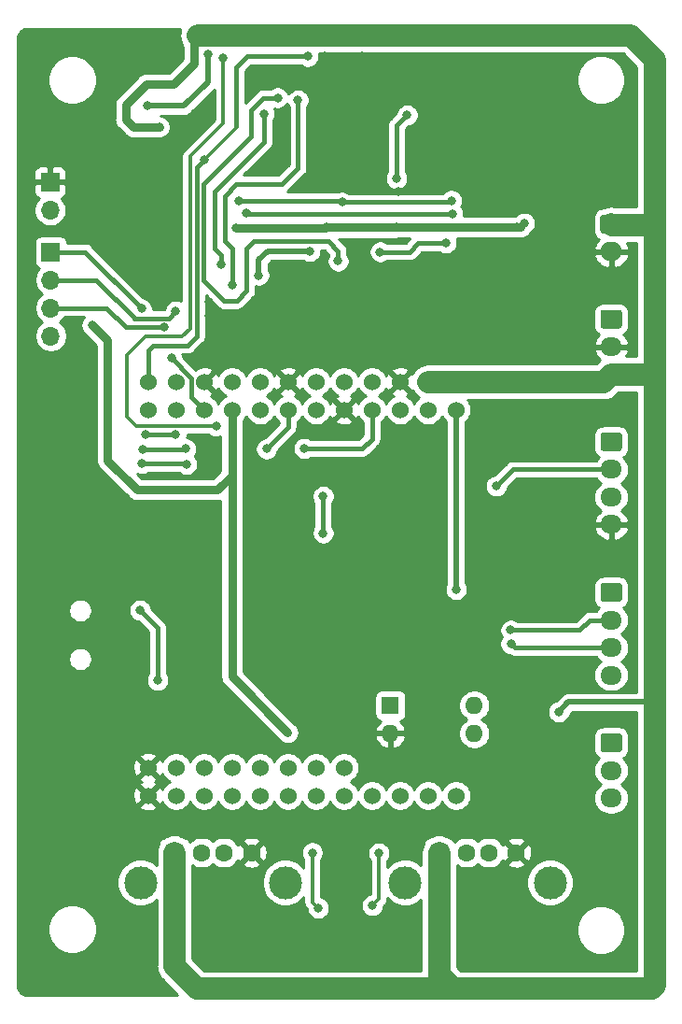
<source format=gbr>
G04 #@! TF.GenerationSoftware,KiCad,Pcbnew,5.1.10-88a1d61d58~90~ubuntu21.04.1*
G04 #@! TF.CreationDate,2021-10-21T13:00:22+03:00*
G04 #@! TF.ProjectId,klipper_nano,6b6c6970-7065-4725-9f6e-616e6f2e6b69,rev?*
G04 #@! TF.SameCoordinates,Original*
G04 #@! TF.FileFunction,Copper,L2,Bot*
G04 #@! TF.FilePolarity,Positive*
%FSLAX46Y46*%
G04 Gerber Fmt 4.6, Leading zero omitted, Abs format (unit mm)*
G04 Created by KiCad (PCBNEW 5.1.10-88a1d61d58~90~ubuntu21.04.1) date 2021-10-21 13:00:22*
%MOMM*%
%LPD*%
G01*
G04 APERTURE LIST*
G04 #@! TA.AperFunction,ComponentPad*
%ADD10O,1.700000X1.700000*%
G04 #@! TD*
G04 #@! TA.AperFunction,ComponentPad*
%ADD11R,1.700000X1.700000*%
G04 #@! TD*
G04 #@! TA.AperFunction,ComponentPad*
%ADD12C,1.600000*%
G04 #@! TD*
G04 #@! TA.AperFunction,ComponentPad*
%ADD13R,1.600000X1.500000*%
G04 #@! TD*
G04 #@! TA.AperFunction,ComponentPad*
%ADD14C,3.000000*%
G04 #@! TD*
G04 #@! TA.AperFunction,ComponentPad*
%ADD15O,1.950000X1.700000*%
G04 #@! TD*
G04 #@! TA.AperFunction,ComponentPad*
%ADD16O,2.000000X1.700000*%
G04 #@! TD*
G04 #@! TA.AperFunction,ComponentPad*
%ADD17C,1.524000*%
G04 #@! TD*
G04 #@! TA.AperFunction,ComponentPad*
%ADD18O,1.600000X1.600000*%
G04 #@! TD*
G04 #@! TA.AperFunction,ComponentPad*
%ADD19R,1.600000X1.600000*%
G04 #@! TD*
G04 #@! TA.AperFunction,ViaPad*
%ADD20C,0.800000*%
G04 #@! TD*
G04 #@! TA.AperFunction,Conductor*
%ADD21C,2.000000*%
G04 #@! TD*
G04 #@! TA.AperFunction,Conductor*
%ADD22C,0.500000*%
G04 #@! TD*
G04 #@! TA.AperFunction,Conductor*
%ADD23C,0.800000*%
G04 #@! TD*
G04 #@! TA.AperFunction,Conductor*
%ADD24C,0.400000*%
G04 #@! TD*
G04 #@! TA.AperFunction,Conductor*
%ADD25C,0.300000*%
G04 #@! TD*
G04 #@! TA.AperFunction,Conductor*
%ADD26C,0.254000*%
G04 #@! TD*
G04 #@! TA.AperFunction,Conductor*
%ADD27C,0.100000*%
G04 #@! TD*
G04 APERTURE END LIST*
D10*
X71080000Y-63180000D03*
X71080000Y-60640000D03*
X71080000Y-58100000D03*
D11*
X71080000Y-55560000D03*
D10*
X71020000Y-51780000D03*
D11*
X71020000Y-49240000D03*
D12*
X113310000Y-110000000D03*
X110810000Y-110000000D03*
X108810000Y-110000000D03*
D13*
X106310000Y-110000000D03*
D14*
X116380000Y-112710000D03*
X103240000Y-112710000D03*
D15*
X121940000Y-66660000D03*
X121940000Y-64160000D03*
G04 #@! TA.AperFunction,ComponentPad*
G36*
G01*
X121215000Y-60810000D02*
X122665000Y-60810000D01*
G75*
G02*
X122915000Y-61060000I0J-250000D01*
G01*
X122915000Y-62260000D01*
G75*
G02*
X122665000Y-62510000I-250000J0D01*
G01*
X121215000Y-62510000D01*
G75*
G02*
X120965000Y-62260000I0J250000D01*
G01*
X120965000Y-61060000D01*
G75*
G02*
X121215000Y-60810000I250000J0D01*
G01*
G37*
G04 #@! TD.AperFunction*
D12*
X89290000Y-110000000D03*
X86790000Y-110000000D03*
X84790000Y-110000000D03*
D13*
X82290000Y-110000000D03*
D14*
X92360000Y-112710000D03*
X79220000Y-112710000D03*
D16*
X121940000Y-55550000D03*
G04 #@! TA.AperFunction,ComponentPad*
G36*
G01*
X121190000Y-52200000D02*
X122690000Y-52200000D01*
G75*
G02*
X122940000Y-52450000I0J-250000D01*
G01*
X122940000Y-53650000D01*
G75*
G02*
X122690000Y-53900000I-250000J0D01*
G01*
X121190000Y-53900000D01*
G75*
G02*
X120940000Y-53650000I0J250000D01*
G01*
X120940000Y-52450000D01*
G75*
G02*
X121190000Y-52200000I250000J0D01*
G01*
G37*
G04 #@! TD.AperFunction*
D17*
X107844999Y-69878999D03*
X105304999Y-69878999D03*
X102764999Y-69878999D03*
X100224999Y-69878999D03*
X97684999Y-69878999D03*
X95144999Y-69878999D03*
X92604999Y-69878999D03*
X90064999Y-69878999D03*
X87524999Y-69878999D03*
X84984999Y-69878999D03*
X82444999Y-69878999D03*
X79904999Y-69878999D03*
X107844999Y-67338999D03*
X105304999Y-67338999D03*
X102764999Y-67338999D03*
X100224999Y-67338999D03*
X97684999Y-67338999D03*
X95144999Y-67338999D03*
X92604999Y-67338999D03*
X90064999Y-67338999D03*
X87524999Y-67338999D03*
X84984999Y-67338999D03*
X82444999Y-67338999D03*
X79904999Y-67338999D03*
X97684999Y-102298999D03*
X95144999Y-102298999D03*
X92604999Y-102298999D03*
X90064999Y-102298999D03*
X87524999Y-102298999D03*
X84984999Y-102298999D03*
X82444999Y-102298999D03*
X79904999Y-102298999D03*
X107844999Y-104838999D03*
X105304999Y-104838999D03*
X102764999Y-104838999D03*
X100224999Y-104838999D03*
X97684999Y-104838999D03*
X95144999Y-104838999D03*
X92604999Y-104838999D03*
X90064999Y-104838999D03*
X87524999Y-104838999D03*
X84984999Y-104838999D03*
X82444999Y-104838999D03*
X79904999Y-104838999D03*
D15*
X121940000Y-80280000D03*
X121940000Y-77780000D03*
X121940000Y-75280000D03*
G04 #@! TA.AperFunction,ComponentPad*
G36*
G01*
X121215000Y-71930000D02*
X122665000Y-71930000D01*
G75*
G02*
X122915000Y-72180000I0J-250000D01*
G01*
X122915000Y-73380000D01*
G75*
G02*
X122665000Y-73630000I-250000J0D01*
G01*
X121215000Y-73630000D01*
G75*
G02*
X120965000Y-73380000I0J250000D01*
G01*
X120965000Y-72180000D01*
G75*
G02*
X121215000Y-71930000I250000J0D01*
G01*
G37*
G04 #@! TD.AperFunction*
D18*
X109514000Y-96662000D03*
X101894000Y-99202000D03*
X109514000Y-99202000D03*
D19*
X101894000Y-96662000D03*
D15*
X121940000Y-105050000D03*
X121940000Y-102550000D03*
G04 #@! TA.AperFunction,ComponentPad*
G36*
G01*
X121215000Y-99200000D02*
X122665000Y-99200000D01*
G75*
G02*
X122915000Y-99450000I0J-250000D01*
G01*
X122915000Y-100650000D01*
G75*
G02*
X122665000Y-100900000I-250000J0D01*
G01*
X121215000Y-100900000D01*
G75*
G02*
X120965000Y-100650000I0J250000D01*
G01*
X120965000Y-99450000D01*
G75*
G02*
X121215000Y-99200000I250000J0D01*
G01*
G37*
G04 #@! TD.AperFunction*
X121940000Y-93920000D03*
X121940000Y-91420000D03*
X121940000Y-88920000D03*
G04 #@! TA.AperFunction,ComponentPad*
G36*
G01*
X121215000Y-85570000D02*
X122665000Y-85570000D01*
G75*
G02*
X122915000Y-85820000I0J-250000D01*
G01*
X122915000Y-87020000D01*
G75*
G02*
X122665000Y-87270000I-250000J0D01*
G01*
X121215000Y-87270000D01*
G75*
G02*
X120965000Y-87020000I0J250000D01*
G01*
X120965000Y-85820000D01*
G75*
G02*
X121215000Y-85570000I250000J0D01*
G01*
G37*
G04 #@! TD.AperFunction*
D20*
X108440000Y-43760000D03*
X99300000Y-43620000D03*
X110820000Y-37880000D03*
X78440000Y-92090000D03*
X92430000Y-44010000D03*
X94780000Y-43260000D03*
X116190000Y-38150000D03*
X109130000Y-63030000D03*
X109040000Y-55440000D03*
X109040000Y-58050000D03*
X109140000Y-60750000D03*
X111680000Y-55460000D03*
X111580000Y-57790000D03*
X111680000Y-60510000D03*
X90220000Y-78590000D03*
X92410000Y-78510000D03*
X97320000Y-74940000D03*
X99880000Y-74960000D03*
X102480000Y-74860000D03*
X106030000Y-74880000D03*
X100020000Y-78830000D03*
X102500000Y-78810000D03*
X105950000Y-78940000D03*
X85970000Y-78720000D03*
X85910000Y-81400000D03*
X90150000Y-81920000D03*
X97490000Y-63100000D03*
X95940000Y-37840000D03*
X99320000Y-37840000D03*
X103530000Y-37900000D03*
X107400000Y-37880000D03*
X87640000Y-64370000D03*
X96810000Y-58220000D03*
X96810000Y-60310000D03*
X94090000Y-64940000D03*
X96510000Y-64940000D03*
X69130000Y-68690000D03*
X71860000Y-68780000D03*
X111980000Y-86100000D03*
X110110000Y-72200000D03*
X112880000Y-72270000D03*
X115960000Y-72240000D03*
X110240000Y-78880000D03*
X106070000Y-82540000D03*
X110360000Y-83080000D03*
X114880000Y-79970000D03*
X114850000Y-83050000D03*
X114960000Y-76550000D03*
X117470000Y-79950000D03*
X117470000Y-76610000D03*
X99590000Y-81530000D03*
X101760000Y-83520000D03*
X104490000Y-86230000D03*
X97160000Y-83990000D03*
X99180000Y-86080000D03*
X102060000Y-88920000D03*
X68900000Y-36440000D03*
X68830000Y-44770000D03*
X68620000Y-41160000D03*
X97740000Y-111930000D03*
X77940000Y-50660000D03*
X78010000Y-49480000D03*
X85810000Y-75430000D03*
X89190000Y-75540000D03*
X90990000Y-75560000D03*
X93320000Y-75540000D03*
X83710000Y-78810000D03*
X83790000Y-81380000D03*
X83840000Y-83700000D03*
X85960000Y-83650000D03*
X83740000Y-85950000D03*
X85910000Y-85980000D03*
X83790000Y-88050000D03*
X86040000Y-88050000D03*
X90090000Y-83700000D03*
X90040000Y-85670000D03*
X90040000Y-88070000D03*
X92520000Y-81690000D03*
X92500000Y-83940000D03*
X92550000Y-85590000D03*
X92650000Y-88200000D03*
X69780000Y-81020000D03*
X73620000Y-80960000D03*
X78050000Y-80960000D03*
X69780000Y-73670000D03*
X72780000Y-73410000D03*
X85200000Y-114100000D03*
X87580000Y-114100000D03*
X85170000Y-116250000D03*
X87690000Y-116320000D03*
X85240000Y-118850000D03*
X87650000Y-118770000D03*
X109340000Y-115230000D03*
X112390000Y-115230000D03*
X109530000Y-117450000D03*
X112320000Y-117450000D03*
X109680000Y-119940000D03*
X112390000Y-119940000D03*
X82400000Y-52090000D03*
X85400000Y-60070000D03*
X85470000Y-61380000D03*
X102590000Y-50130000D03*
X91230000Y-59140000D03*
X92100000Y-61130000D03*
X92770000Y-63320000D03*
X94770000Y-62980000D03*
X94430000Y-60790000D03*
X93900000Y-58910000D03*
X98255007Y-122325007D03*
X117180000Y-97240000D03*
X84120000Y-36400000D03*
X80910000Y-44250000D03*
X79170000Y-88040000D03*
X80770000Y-94390000D03*
X95790000Y-81060000D03*
X95790000Y-77700000D03*
X94390000Y-37850000D03*
X84970000Y-47250000D03*
X97500000Y-51060000D03*
X107430000Y-50910000D03*
X88130000Y-50950000D03*
X79296000Y-60714000D03*
X82410000Y-60950000D03*
X107550000Y-52130000D03*
X88850001Y-52040000D03*
X81395000Y-62405000D03*
X79640000Y-72120000D03*
X82410000Y-72150000D03*
X86730000Y-37970000D03*
X86100000Y-71350000D03*
X93510000Y-41800000D03*
X87524999Y-58595001D03*
X102440000Y-53310000D03*
X96115000Y-53345000D03*
X87900000Y-53410000D03*
X114050000Y-52960000D03*
X107850000Y-86160000D03*
X92580000Y-99120000D03*
X113350000Y-53310000D03*
X74820000Y-62210000D03*
X89950000Y-57680000D03*
X94600000Y-55510000D03*
X111510000Y-76790000D03*
X90420000Y-43030000D03*
X86550000Y-56660000D03*
X91660000Y-41600000D03*
X97160000Y-56390000D03*
X100960000Y-55560000D03*
X106960000Y-54740000D03*
X103420000Y-43160000D03*
X102470331Y-48930331D03*
X112840000Y-91080000D03*
X112810000Y-89840000D03*
X100260000Y-114800000D03*
X100850000Y-110050000D03*
X95350000Y-115030000D03*
X94810000Y-110015000D03*
X82030000Y-65202500D03*
X79870000Y-42340000D03*
X85380000Y-37680000D03*
X79340000Y-74750000D03*
X83400000Y-74820000D03*
X94090000Y-73380000D03*
X79460000Y-73490000D03*
X83340000Y-73410000D03*
X90660000Y-73410000D03*
D21*
X105304999Y-67338999D02*
X107844999Y-67338999D01*
X125874990Y-60520000D02*
X125874990Y-57165010D01*
X125874990Y-64794990D02*
X125874990Y-60520000D01*
X121261001Y-67338999D02*
X121940000Y-66660000D01*
X107844999Y-67338999D02*
X121261001Y-67338999D01*
X121940000Y-66660000D02*
X125800000Y-66660000D01*
X125800000Y-66660000D02*
X125874990Y-66585010D01*
X125874990Y-66585010D02*
X125874990Y-64794990D01*
X125874990Y-53105010D02*
X121995010Y-53105010D01*
X125874990Y-57165010D02*
X125874990Y-53105010D01*
X121995010Y-53105010D02*
X121940000Y-53050000D01*
X84335000Y-122325000D02*
X82290000Y-120280000D01*
X125874312Y-122101885D02*
X125838115Y-122101885D01*
X125875026Y-122073727D02*
X125874312Y-122101885D01*
X125838115Y-122101885D02*
X125614976Y-122325023D01*
X82290000Y-120280000D02*
X82290000Y-110000000D01*
X125874990Y-69954990D02*
X125881091Y-69961092D01*
X125874990Y-66585010D02*
X125874990Y-69954990D01*
X106310000Y-121020000D02*
X107615012Y-122325012D01*
X106310000Y-110000000D02*
X106310000Y-121020000D01*
X125614976Y-122325023D02*
X107615012Y-122325012D01*
X98255007Y-122325007D02*
X84335000Y-122325000D01*
X107615012Y-122325012D02*
X98255007Y-122325007D01*
D22*
X117180000Y-97240000D02*
X118058018Y-96361982D01*
X118058018Y-96361982D02*
X125878018Y-96361982D01*
D21*
X125878018Y-96361982D02*
X125875026Y-122073727D01*
X125881091Y-69961092D02*
X125878018Y-96361982D01*
D23*
X78550000Y-44250000D02*
X77880000Y-43580000D01*
X80910000Y-44250000D02*
X78550000Y-44250000D01*
X77880000Y-42640000D02*
X77880000Y-42240000D01*
X77880000Y-43580000D02*
X77880000Y-42640000D01*
X77880000Y-42240000D02*
X79760000Y-40360000D01*
X79760000Y-40360000D02*
X82250000Y-40360000D01*
X82250000Y-40360000D02*
X84120000Y-38490000D01*
D21*
X125874990Y-38144990D02*
X123675281Y-35945280D01*
X123675281Y-35945280D02*
X84383498Y-35946502D01*
D23*
X84381973Y-35944977D02*
X84383498Y-35946502D01*
D21*
X125874990Y-53105010D02*
X125874990Y-38144990D01*
D23*
X84120000Y-36206950D02*
X84381973Y-35944977D01*
X84120000Y-37050000D02*
X84120000Y-36206950D01*
X84120000Y-38490000D02*
X84120000Y-37050000D01*
X84120000Y-37050000D02*
X84120000Y-36400000D01*
D24*
X80770000Y-89640000D02*
X80770000Y-94390000D01*
X79170000Y-88040000D02*
X80770000Y-89640000D01*
X95790000Y-81060000D02*
X95790000Y-77700000D01*
X88870000Y-37850000D02*
X94390000Y-37850000D01*
X87870000Y-38850000D02*
X88870000Y-37850000D01*
D25*
X87870000Y-44350000D02*
X87870000Y-44140000D01*
X84970000Y-47250000D02*
X87870000Y-44350000D01*
D24*
X87870000Y-44140000D02*
X87870000Y-38850000D01*
X84310000Y-47910000D02*
X84970000Y-47250000D01*
X83485000Y-64035000D02*
X84310000Y-63210000D01*
X80355000Y-64035000D02*
X83485000Y-64035000D01*
X84310000Y-63210000D02*
X84310000Y-47910000D01*
X79910000Y-64480000D02*
X80355000Y-64035000D01*
X79904999Y-65205001D02*
X79910000Y-65200000D01*
X79910000Y-65200000D02*
X79910000Y-64480000D01*
X79904999Y-67338999D02*
X79904999Y-65205001D01*
X97390000Y-50950000D02*
X97500000Y-51060000D01*
X88130000Y-50950000D02*
X97390000Y-50950000D01*
X107280000Y-51060000D02*
X107430000Y-50910000D01*
X97500000Y-51060000D02*
X107280000Y-51060000D01*
X74180000Y-55598000D02*
X74180000Y-55560000D01*
X79296000Y-60714000D02*
X74180000Y-55598000D01*
X71080000Y-55560000D02*
X74180000Y-55560000D01*
X82410000Y-60950000D02*
X81770000Y-61590000D01*
X81770000Y-61590000D02*
X78640000Y-61590000D01*
X78640000Y-61560000D02*
X75180000Y-58100000D01*
X78640000Y-61590000D02*
X78640000Y-61560000D01*
X71080000Y-58100000D02*
X75180000Y-58100000D01*
X89060000Y-52040000D02*
X89150000Y-52130000D01*
X88870000Y-52040000D02*
X89060000Y-52040000D01*
X88940001Y-52130000D02*
X88850001Y-52040000D01*
X90000000Y-52130000D02*
X88940001Y-52130000D01*
X107550000Y-52130000D02*
X90000000Y-52130000D01*
X90000000Y-52130000D02*
X89150000Y-52130000D01*
X76100000Y-60640000D02*
X77865000Y-62405000D01*
X71080000Y-60640000D02*
X76100000Y-60640000D01*
X81395000Y-62405000D02*
X77865000Y-62405000D01*
X82380000Y-72120000D02*
X82410000Y-72150000D01*
X79640000Y-72120000D02*
X82380000Y-72120000D01*
D25*
X83700000Y-46920000D02*
X86730000Y-43890000D01*
X83700000Y-62570000D02*
X83700000Y-46920000D01*
X79670000Y-63260000D02*
X83010000Y-63260000D01*
X86730000Y-43890000D02*
X86730000Y-37970000D01*
X83010000Y-63260000D02*
X83700000Y-62570000D01*
X78000000Y-64930000D02*
X79670000Y-63260000D01*
X78000000Y-70510000D02*
X78000000Y-64930000D01*
X78840000Y-71350000D02*
X78000000Y-70510000D01*
X86100000Y-71350000D02*
X78840000Y-71350000D01*
D24*
X87524999Y-55264999D02*
X86880000Y-54620000D01*
X86880000Y-54620000D02*
X86880000Y-50490000D01*
X86880000Y-50490000D02*
X87920000Y-49450000D01*
X87920000Y-49450000D02*
X92040000Y-49450000D01*
X93510000Y-47980000D02*
X93510000Y-41800000D01*
X92040000Y-49450000D02*
X93510000Y-47980000D01*
X87524999Y-58595001D02*
X87524999Y-55264999D01*
D22*
X113700000Y-53310000D02*
X114050000Y-52960000D01*
D23*
X102440000Y-53310000D02*
X113350000Y-53310000D01*
D22*
X102405000Y-53345000D02*
X102440000Y-53310000D01*
D23*
X96115000Y-53345000D02*
X102405000Y-53345000D01*
D22*
X96050000Y-53410000D02*
X96115000Y-53345000D01*
D23*
X87900000Y-53410000D02*
X96050000Y-53410000D01*
D22*
X107844999Y-86154999D02*
X107850000Y-86160000D01*
X107844999Y-69878999D02*
X107844999Y-86154999D01*
D23*
X113350000Y-53310000D02*
X113700000Y-53310000D01*
X87524999Y-94064999D02*
X92580000Y-99120000D01*
X87524999Y-75824999D02*
X86229998Y-77120000D01*
X87524999Y-69878999D02*
X87524999Y-75824999D01*
X87524999Y-75824999D02*
X87524999Y-94064999D01*
X86229998Y-77120000D02*
X78890000Y-77120000D01*
X78890000Y-77120000D02*
X76210000Y-74440000D01*
X76210000Y-63600000D02*
X74820000Y-62210000D01*
X76210000Y-74440000D02*
X76210000Y-63600000D01*
D22*
X89950000Y-57680000D02*
X89950000Y-56300000D01*
X90740000Y-55510000D02*
X94600000Y-55510000D01*
X89950000Y-56300000D02*
X90740000Y-55510000D01*
D24*
X113020000Y-75280000D02*
X111510000Y-76790000D01*
X121940000Y-75280000D02*
X113020000Y-75280000D01*
X86550000Y-55830000D02*
X85960000Y-55240000D01*
X85960000Y-55240000D02*
X85960000Y-50060000D01*
X85960000Y-50060000D02*
X90420000Y-45600000D01*
X90420000Y-45600000D02*
X90420000Y-43030000D01*
X86550000Y-56660000D02*
X86550000Y-55830000D01*
X97160000Y-55490000D02*
X97160000Y-56390000D01*
X96239999Y-54569999D02*
X97160000Y-55490000D01*
X88860000Y-55230000D02*
X89520001Y-54569999D01*
X88860000Y-59080000D02*
X88860000Y-55230000D01*
X86790000Y-60000000D02*
X87940000Y-60000000D01*
X87940000Y-60000000D02*
X88860000Y-59080000D01*
X84930000Y-49410000D02*
X84930000Y-58140000D01*
X89520001Y-54569999D02*
X96239999Y-54569999D01*
X89210000Y-45130000D02*
X84930000Y-49410000D01*
X84930000Y-58140000D02*
X86790000Y-60000000D01*
X89210000Y-42770000D02*
X89210000Y-45130000D01*
X90380000Y-41600000D02*
X89210000Y-42770000D01*
X91660000Y-41600000D02*
X90380000Y-41600000D01*
X100960000Y-55560000D02*
X103610000Y-55560000D01*
X104430000Y-54740000D02*
X106960000Y-54740000D01*
X103610000Y-55560000D02*
X104430000Y-54740000D01*
X102470331Y-44109669D02*
X103420000Y-43160000D01*
X102470331Y-48930331D02*
X102470331Y-44109669D01*
X113180000Y-91420000D02*
X112840000Y-91080000D01*
X121940000Y-91420000D02*
X113180000Y-91420000D01*
X121940000Y-88920000D02*
X120000000Y-88920000D01*
X119080000Y-89840000D02*
X112810000Y-89840000D01*
X120000000Y-88920000D02*
X119080000Y-89840000D01*
D25*
X100850000Y-114210000D02*
X100850000Y-110050000D01*
X100260000Y-114800000D02*
X100850000Y-114210000D01*
X94810000Y-114490000D02*
X94810000Y-110015000D01*
X95350000Y-115030000D02*
X94810000Y-114490000D01*
D24*
X83822998Y-66995498D02*
X82030000Y-65202500D01*
X83822998Y-68716998D02*
X83822998Y-66995498D01*
X84984999Y-69878999D02*
X83822998Y-68716998D01*
D22*
X79870000Y-42340000D02*
X83190000Y-42340000D01*
X85380000Y-40150000D02*
X85380000Y-37680000D01*
X83190000Y-42340000D02*
X85380000Y-40150000D01*
D24*
X83330000Y-74750000D02*
X83400000Y-74820000D01*
X79340000Y-74750000D02*
X83330000Y-74750000D01*
X100224999Y-72494999D02*
X100224999Y-69878999D01*
X99339998Y-73380000D02*
X100224999Y-72494999D01*
X94090000Y-73380000D02*
X99339998Y-73380000D01*
X83260000Y-73490000D02*
X83340000Y-73410000D01*
X79460000Y-73490000D02*
X83260000Y-73490000D01*
X92604999Y-71465001D02*
X90660000Y-73410000D01*
X92604999Y-69878999D02*
X92604999Y-71465001D01*
D26*
X82772146Y-35626037D02*
X82740588Y-35946553D01*
X82772165Y-36267068D01*
X82865666Y-36575264D01*
X83017496Y-36859296D01*
X83085000Y-36941545D01*
X83085000Y-37100837D01*
X83085001Y-37100846D01*
X83085000Y-38061289D01*
X81821290Y-39325000D01*
X79810827Y-39325000D01*
X79759999Y-39319994D01*
X79709171Y-39325000D01*
X79709162Y-39325000D01*
X79557105Y-39339976D01*
X79362007Y-39399159D01*
X79182203Y-39495266D01*
X79024604Y-39624604D01*
X78992197Y-39664092D01*
X77184092Y-41472198D01*
X77144605Y-41504604D01*
X77112198Y-41544092D01*
X77112197Y-41544093D01*
X77015266Y-41662203D01*
X77005633Y-41680226D01*
X76919159Y-41842007D01*
X76859976Y-42037105D01*
X76845000Y-42189162D01*
X76845000Y-42189172D01*
X76839994Y-42240000D01*
X76845000Y-42290828D01*
X76845000Y-42690837D01*
X76845001Y-42690846D01*
X76845000Y-43529171D01*
X76839994Y-43580000D01*
X76845000Y-43630828D01*
X76845000Y-43630837D01*
X76859976Y-43782894D01*
X76919159Y-43977992D01*
X77015266Y-44157797D01*
X77144604Y-44315396D01*
X77184097Y-44347807D01*
X77782193Y-44945903D01*
X77814604Y-44985396D01*
X77898122Y-45053937D01*
X77972202Y-45114734D01*
X78068309Y-45166104D01*
X78152007Y-45210841D01*
X78347105Y-45270024D01*
X78499162Y-45285000D01*
X78499171Y-45285000D01*
X78549999Y-45290006D01*
X78600827Y-45285000D01*
X81011939Y-45285000D01*
X81062057Y-45275031D01*
X81112895Y-45270024D01*
X81161777Y-45255196D01*
X81211898Y-45245226D01*
X81259113Y-45225669D01*
X81307993Y-45210841D01*
X81353042Y-45186762D01*
X81400256Y-45167205D01*
X81442746Y-45138814D01*
X81487797Y-45114734D01*
X81527284Y-45082328D01*
X81569774Y-45053937D01*
X81605908Y-45017803D01*
X81645396Y-44985396D01*
X81677803Y-44945908D01*
X81713937Y-44909774D01*
X81742328Y-44867284D01*
X81774734Y-44827797D01*
X81798814Y-44782746D01*
X81827205Y-44740256D01*
X81846762Y-44693042D01*
X81870841Y-44647993D01*
X81885669Y-44599113D01*
X81905226Y-44551898D01*
X81915196Y-44501777D01*
X81930024Y-44452895D01*
X81935031Y-44402057D01*
X81945000Y-44351939D01*
X81945000Y-44300838D01*
X81950007Y-44250000D01*
X81945000Y-44199162D01*
X81945000Y-44148061D01*
X81935031Y-44097943D01*
X81930024Y-44047105D01*
X81915196Y-43998223D01*
X81905226Y-43948102D01*
X81885669Y-43900887D01*
X81870841Y-43852007D01*
X81846762Y-43806958D01*
X81827205Y-43759744D01*
X81798814Y-43717254D01*
X81774734Y-43672203D01*
X81742328Y-43632716D01*
X81713937Y-43590226D01*
X81677803Y-43554092D01*
X81645396Y-43514604D01*
X81605908Y-43482197D01*
X81569774Y-43446063D01*
X81527284Y-43417672D01*
X81487797Y-43385266D01*
X81442746Y-43361186D01*
X81400256Y-43332795D01*
X81353042Y-43313238D01*
X81307993Y-43289159D01*
X81259113Y-43274331D01*
X81211898Y-43254774D01*
X81161777Y-43244804D01*
X81112895Y-43229976D01*
X81062372Y-43225000D01*
X83146531Y-43225000D01*
X83190000Y-43229281D01*
X83233469Y-43225000D01*
X83233477Y-43225000D01*
X83363490Y-43212195D01*
X83530313Y-43161589D01*
X83684059Y-43079411D01*
X83818817Y-42968817D01*
X83846534Y-42935044D01*
X85945001Y-40836578D01*
X85945000Y-43564842D01*
X83172185Y-46337658D01*
X83142237Y-46362236D01*
X83117659Y-46392184D01*
X83117655Y-46392188D01*
X83092436Y-46422918D01*
X83044139Y-46481767D01*
X83006405Y-46552364D01*
X82971246Y-46618141D01*
X82926359Y-46766114D01*
X82911203Y-46920000D01*
X82915001Y-46958563D01*
X82915000Y-60042647D01*
X82900256Y-60032795D01*
X82711898Y-59954774D01*
X82511939Y-59915000D01*
X82308061Y-59915000D01*
X82108102Y-59954774D01*
X81919744Y-60032795D01*
X81750226Y-60146063D01*
X81606063Y-60290226D01*
X81492795Y-60459744D01*
X81414774Y-60648102D01*
X81393511Y-60755000D01*
X80331000Y-60755000D01*
X80331000Y-60612061D01*
X80291226Y-60412102D01*
X80213205Y-60223744D01*
X80099937Y-60054226D01*
X79955774Y-59910063D01*
X79786256Y-59796795D01*
X79597898Y-59718774D01*
X79452777Y-59689908D01*
X74901652Y-55138785D01*
X74877636Y-55093854D01*
X74773291Y-54966709D01*
X74646146Y-54862364D01*
X74501087Y-54784828D01*
X74343689Y-54737082D01*
X74221019Y-54725000D01*
X74180000Y-54720960D01*
X74138982Y-54725000D01*
X72568072Y-54725000D01*
X72568072Y-54710000D01*
X72555812Y-54585518D01*
X72519502Y-54465820D01*
X72460537Y-54355506D01*
X72381185Y-54258815D01*
X72284494Y-54179463D01*
X72174180Y-54120498D01*
X72054482Y-54084188D01*
X71930000Y-54071928D01*
X70230000Y-54071928D01*
X70105518Y-54084188D01*
X69985820Y-54120498D01*
X69875506Y-54179463D01*
X69778815Y-54258815D01*
X69699463Y-54355506D01*
X69640498Y-54465820D01*
X69604188Y-54585518D01*
X69591928Y-54710000D01*
X69591928Y-56410000D01*
X69604188Y-56534482D01*
X69640498Y-56654180D01*
X69699463Y-56764494D01*
X69778815Y-56861185D01*
X69875506Y-56940537D01*
X69985820Y-56999502D01*
X70058380Y-57021513D01*
X69926525Y-57153368D01*
X69764010Y-57396589D01*
X69652068Y-57666842D01*
X69595000Y-57953740D01*
X69595000Y-58246260D01*
X69652068Y-58533158D01*
X69764010Y-58803411D01*
X69926525Y-59046632D01*
X70133368Y-59253475D01*
X70307760Y-59370000D01*
X70133368Y-59486525D01*
X69926525Y-59693368D01*
X69764010Y-59936589D01*
X69652068Y-60206842D01*
X69595000Y-60493740D01*
X69595000Y-60786260D01*
X69652068Y-61073158D01*
X69764010Y-61343411D01*
X69926525Y-61586632D01*
X70133368Y-61793475D01*
X70307760Y-61910000D01*
X70133368Y-62026525D01*
X69926525Y-62233368D01*
X69764010Y-62476589D01*
X69652068Y-62746842D01*
X69595000Y-63033740D01*
X69595000Y-63326260D01*
X69652068Y-63613158D01*
X69764010Y-63883411D01*
X69926525Y-64126632D01*
X70133368Y-64333475D01*
X70376589Y-64495990D01*
X70646842Y-64607932D01*
X70933740Y-64665000D01*
X71226260Y-64665000D01*
X71513158Y-64607932D01*
X71783411Y-64495990D01*
X72026632Y-64333475D01*
X72233475Y-64126632D01*
X72395990Y-63883411D01*
X72507932Y-63613158D01*
X72565000Y-63326260D01*
X72565000Y-63033740D01*
X72507932Y-62746842D01*
X72395990Y-62476589D01*
X72233475Y-62233368D01*
X72026632Y-62026525D01*
X71852240Y-61910000D01*
X72026632Y-61793475D01*
X72233475Y-61586632D01*
X72308065Y-61475000D01*
X74084279Y-61475000D01*
X74052197Y-61514092D01*
X74016063Y-61550226D01*
X73987672Y-61592716D01*
X73955266Y-61632203D01*
X73931187Y-61677252D01*
X73902795Y-61719744D01*
X73883236Y-61766964D01*
X73859160Y-61812007D01*
X73844335Y-61860878D01*
X73824774Y-61908102D01*
X73814803Y-61958232D01*
X73799977Y-62007105D01*
X73794971Y-62057933D01*
X73785000Y-62108061D01*
X73785000Y-62159172D01*
X73779994Y-62210000D01*
X73785000Y-62260828D01*
X73785000Y-62311939D01*
X73794971Y-62362067D01*
X73799977Y-62412895D01*
X73814803Y-62461768D01*
X73824774Y-62511898D01*
X73844335Y-62559122D01*
X73859160Y-62607993D01*
X73883236Y-62653036D01*
X73902795Y-62700256D01*
X73931187Y-62742748D01*
X73955266Y-62787797D01*
X73987671Y-62827283D01*
X74016063Y-62869774D01*
X74160226Y-63013937D01*
X74160229Y-63013939D01*
X75175001Y-64028712D01*
X75175000Y-74389172D01*
X75169994Y-74440000D01*
X75175000Y-74490828D01*
X75175000Y-74490837D01*
X75189976Y-74642894D01*
X75249159Y-74837992D01*
X75345266Y-75017797D01*
X75474604Y-75175396D01*
X75514097Y-75207807D01*
X78122197Y-77815908D01*
X78154604Y-77855396D01*
X78194092Y-77887803D01*
X78312202Y-77984734D01*
X78408309Y-78036104D01*
X78492007Y-78080841D01*
X78687105Y-78140024D01*
X78839162Y-78155000D01*
X78839171Y-78155000D01*
X78889999Y-78160006D01*
X78940827Y-78155000D01*
X86179170Y-78155000D01*
X86229998Y-78160006D01*
X86280826Y-78155000D01*
X86280836Y-78155000D01*
X86432893Y-78140024D01*
X86489999Y-78122701D01*
X86490000Y-94014161D01*
X86484993Y-94064999D01*
X86504976Y-94267894D01*
X86564159Y-94462992D01*
X86660265Y-94642796D01*
X86757196Y-94760906D01*
X86789604Y-94800395D01*
X86829092Y-94832802D01*
X91776063Y-99779774D01*
X91920226Y-99923937D01*
X91962712Y-99952325D01*
X92002202Y-99984734D01*
X92047256Y-100008816D01*
X92089744Y-100037205D01*
X92136959Y-100056762D01*
X92182006Y-100080840D01*
X92230881Y-100095666D01*
X92278102Y-100115226D01*
X92328229Y-100125197D01*
X92377104Y-100140023D01*
X92427936Y-100145030D01*
X92478061Y-100155000D01*
X92529164Y-100155000D01*
X92580000Y-100160007D01*
X92630835Y-100155000D01*
X92681939Y-100155000D01*
X92732064Y-100145030D01*
X92782895Y-100140023D01*
X92831768Y-100125197D01*
X92881898Y-100115226D01*
X92929122Y-100095665D01*
X92977993Y-100080840D01*
X93023036Y-100056764D01*
X93070256Y-100037205D01*
X93112748Y-100008813D01*
X93157797Y-99984734D01*
X93197284Y-99952328D01*
X93239774Y-99923937D01*
X93275908Y-99887803D01*
X93315396Y-99855396D01*
X93347803Y-99815908D01*
X93383937Y-99779774D01*
X93412328Y-99737284D01*
X93444734Y-99697797D01*
X93468813Y-99652748D01*
X93497205Y-99610256D01*
X93516764Y-99563036D01*
X93523176Y-99551039D01*
X100502096Y-99551039D01*
X100542754Y-99685087D01*
X100662963Y-99939420D01*
X100830481Y-100165414D01*
X101038869Y-100354385D01*
X101280119Y-100499070D01*
X101544960Y-100593909D01*
X101767000Y-100472624D01*
X101767000Y-99329000D01*
X102021000Y-99329000D01*
X102021000Y-100472624D01*
X102243040Y-100593909D01*
X102507881Y-100499070D01*
X102749131Y-100354385D01*
X102957519Y-100165414D01*
X103125037Y-99939420D01*
X103245246Y-99685087D01*
X103285904Y-99551039D01*
X103163915Y-99329000D01*
X102021000Y-99329000D01*
X101767000Y-99329000D01*
X100624085Y-99329000D01*
X100502096Y-99551039D01*
X93523176Y-99551039D01*
X93540840Y-99517993D01*
X93555665Y-99469122D01*
X93575226Y-99421898D01*
X93585197Y-99371768D01*
X93600023Y-99322895D01*
X93605030Y-99272064D01*
X93615000Y-99221939D01*
X93615000Y-99170835D01*
X93620007Y-99120000D01*
X93615000Y-99069164D01*
X93615000Y-99018061D01*
X93605030Y-98967936D01*
X93600023Y-98917104D01*
X93585197Y-98868229D01*
X93575226Y-98818102D01*
X93555666Y-98770881D01*
X93540840Y-98722006D01*
X93516762Y-98676959D01*
X93497205Y-98629744D01*
X93468816Y-98587256D01*
X93444734Y-98542202D01*
X93412325Y-98502712D01*
X93383937Y-98460226D01*
X93239774Y-98316063D01*
X90785711Y-95862000D01*
X100455928Y-95862000D01*
X100455928Y-97462000D01*
X100468188Y-97586482D01*
X100504498Y-97706180D01*
X100563463Y-97816494D01*
X100642815Y-97913185D01*
X100739506Y-97992537D01*
X100849820Y-98051502D01*
X100969518Y-98087812D01*
X100994080Y-98090231D01*
X100830481Y-98238586D01*
X100662963Y-98464580D01*
X100542754Y-98718913D01*
X100502096Y-98852961D01*
X100624085Y-99075000D01*
X101767000Y-99075000D01*
X101767000Y-99055000D01*
X102021000Y-99055000D01*
X102021000Y-99075000D01*
X103163915Y-99075000D01*
X103285904Y-98852961D01*
X103245246Y-98718913D01*
X103125037Y-98464580D01*
X102957519Y-98238586D01*
X102793920Y-98090231D01*
X102818482Y-98087812D01*
X102938180Y-98051502D01*
X103048494Y-97992537D01*
X103145185Y-97913185D01*
X103224537Y-97816494D01*
X103283502Y-97706180D01*
X103319812Y-97586482D01*
X103332072Y-97462000D01*
X103332072Y-96520665D01*
X108079000Y-96520665D01*
X108079000Y-96803335D01*
X108134147Y-97080574D01*
X108242320Y-97341727D01*
X108399363Y-97576759D01*
X108599241Y-97776637D01*
X108831759Y-97932000D01*
X108599241Y-98087363D01*
X108399363Y-98287241D01*
X108242320Y-98522273D01*
X108134147Y-98783426D01*
X108079000Y-99060665D01*
X108079000Y-99343335D01*
X108134147Y-99620574D01*
X108242320Y-99881727D01*
X108399363Y-100116759D01*
X108599241Y-100316637D01*
X108834273Y-100473680D01*
X109095426Y-100581853D01*
X109372665Y-100637000D01*
X109655335Y-100637000D01*
X109932574Y-100581853D01*
X110193727Y-100473680D01*
X110428759Y-100316637D01*
X110628637Y-100116759D01*
X110785680Y-99881727D01*
X110893853Y-99620574D01*
X110949000Y-99343335D01*
X110949000Y-99060665D01*
X110893853Y-98783426D01*
X110785680Y-98522273D01*
X110628637Y-98287241D01*
X110428759Y-98087363D01*
X110196241Y-97932000D01*
X110428759Y-97776637D01*
X110628637Y-97576759D01*
X110785680Y-97341727D01*
X110893853Y-97080574D01*
X110949000Y-96803335D01*
X110949000Y-96520665D01*
X110893853Y-96243426D01*
X110785680Y-95982273D01*
X110628637Y-95747241D01*
X110428759Y-95547363D01*
X110193727Y-95390320D01*
X109932574Y-95282147D01*
X109655335Y-95227000D01*
X109372665Y-95227000D01*
X109095426Y-95282147D01*
X108834273Y-95390320D01*
X108599241Y-95547363D01*
X108399363Y-95747241D01*
X108242320Y-95982273D01*
X108134147Y-96243426D01*
X108079000Y-96520665D01*
X103332072Y-96520665D01*
X103332072Y-95862000D01*
X103319812Y-95737518D01*
X103283502Y-95617820D01*
X103224537Y-95507506D01*
X103145185Y-95410815D01*
X103048494Y-95331463D01*
X102938180Y-95272498D01*
X102818482Y-95236188D01*
X102694000Y-95223928D01*
X101094000Y-95223928D01*
X100969518Y-95236188D01*
X100849820Y-95272498D01*
X100739506Y-95331463D01*
X100642815Y-95410815D01*
X100563463Y-95507506D01*
X100504498Y-95617820D01*
X100468188Y-95737518D01*
X100455928Y-95862000D01*
X90785711Y-95862000D01*
X88559999Y-93636289D01*
X88559999Y-89738061D01*
X111775000Y-89738061D01*
X111775000Y-89941939D01*
X111814774Y-90141898D01*
X111892795Y-90330256D01*
X111994487Y-90482449D01*
X111922795Y-90589744D01*
X111844774Y-90778102D01*
X111805000Y-90978061D01*
X111805000Y-91181939D01*
X111844774Y-91381898D01*
X111922795Y-91570256D01*
X112036063Y-91739774D01*
X112180226Y-91883937D01*
X112349744Y-91997205D01*
X112538102Y-92075226D01*
X112701870Y-92107801D01*
X112713854Y-92117636D01*
X112858913Y-92195172D01*
X113016311Y-92242918D01*
X113138981Y-92255000D01*
X113138982Y-92255000D01*
X113180000Y-92259040D01*
X113221018Y-92255000D01*
X120579207Y-92255000D01*
X120759866Y-92475134D01*
X120985986Y-92660706D01*
X121003374Y-92670000D01*
X120985986Y-92679294D01*
X120759866Y-92864866D01*
X120574294Y-93090986D01*
X120436401Y-93348966D01*
X120351487Y-93628889D01*
X120322815Y-93920000D01*
X120351487Y-94211111D01*
X120436401Y-94491034D01*
X120574294Y-94749014D01*
X120759866Y-94975134D01*
X120985986Y-95160706D01*
X121243966Y-95298599D01*
X121523889Y-95383513D01*
X121742050Y-95405000D01*
X122137950Y-95405000D01*
X122356111Y-95383513D01*
X122636034Y-95298599D01*
X122894014Y-95160706D01*
X123120134Y-94975134D01*
X123305706Y-94749014D01*
X123443599Y-94491034D01*
X123528513Y-94211111D01*
X123557185Y-93920000D01*
X123528513Y-93628889D01*
X123443599Y-93348966D01*
X123305706Y-93090986D01*
X123120134Y-92864866D01*
X122894014Y-92679294D01*
X122876626Y-92670000D01*
X122894014Y-92660706D01*
X123120134Y-92475134D01*
X123305706Y-92249014D01*
X123443599Y-91991034D01*
X123528513Y-91711111D01*
X123557185Y-91420000D01*
X123528513Y-91128889D01*
X123443599Y-90848966D01*
X123305706Y-90590986D01*
X123120134Y-90364866D01*
X122894014Y-90179294D01*
X122876626Y-90170000D01*
X122894014Y-90160706D01*
X123120134Y-89975134D01*
X123305706Y-89749014D01*
X123443599Y-89491034D01*
X123528513Y-89211111D01*
X123557185Y-88920000D01*
X123528513Y-88628889D01*
X123443599Y-88348966D01*
X123305706Y-88090986D01*
X123120134Y-87864866D01*
X123056663Y-87812777D01*
X123158386Y-87758405D01*
X123292962Y-87647962D01*
X123403405Y-87513386D01*
X123485472Y-87359850D01*
X123536008Y-87193254D01*
X123553072Y-87020000D01*
X123553072Y-85820000D01*
X123536008Y-85646746D01*
X123485472Y-85480150D01*
X123403405Y-85326614D01*
X123292962Y-85192038D01*
X123158386Y-85081595D01*
X123004850Y-84999528D01*
X122838254Y-84948992D01*
X122665000Y-84931928D01*
X121215000Y-84931928D01*
X121041746Y-84948992D01*
X120875150Y-84999528D01*
X120721614Y-85081595D01*
X120587038Y-85192038D01*
X120476595Y-85326614D01*
X120394528Y-85480150D01*
X120343992Y-85646746D01*
X120326928Y-85820000D01*
X120326928Y-87020000D01*
X120343992Y-87193254D01*
X120394528Y-87359850D01*
X120476595Y-87513386D01*
X120587038Y-87647962D01*
X120721614Y-87758405D01*
X120823337Y-87812777D01*
X120759866Y-87864866D01*
X120579207Y-88085000D01*
X120041007Y-88085000D01*
X119999999Y-88080961D01*
X119958991Y-88085000D01*
X119958981Y-88085000D01*
X119836311Y-88097082D01*
X119678913Y-88144828D01*
X119533854Y-88222364D01*
X119406709Y-88326709D01*
X119380558Y-88358574D01*
X118734133Y-89005000D01*
X113423285Y-89005000D01*
X113300256Y-88922795D01*
X113111898Y-88844774D01*
X112911939Y-88805000D01*
X112708061Y-88805000D01*
X112508102Y-88844774D01*
X112319744Y-88922795D01*
X112150226Y-89036063D01*
X112006063Y-89180226D01*
X111892795Y-89349744D01*
X111814774Y-89538102D01*
X111775000Y-89738061D01*
X88559999Y-89738061D01*
X88559999Y-77598061D01*
X94755000Y-77598061D01*
X94755000Y-77801939D01*
X94794774Y-78001898D01*
X94872795Y-78190256D01*
X94955001Y-78313286D01*
X94955000Y-80446715D01*
X94872795Y-80569744D01*
X94794774Y-80758102D01*
X94755000Y-80958061D01*
X94755000Y-81161939D01*
X94794774Y-81361898D01*
X94872795Y-81550256D01*
X94986063Y-81719774D01*
X95130226Y-81863937D01*
X95299744Y-81977205D01*
X95488102Y-82055226D01*
X95688061Y-82095000D01*
X95891939Y-82095000D01*
X96091898Y-82055226D01*
X96280256Y-81977205D01*
X96449774Y-81863937D01*
X96593937Y-81719774D01*
X96707205Y-81550256D01*
X96785226Y-81361898D01*
X96825000Y-81161939D01*
X96825000Y-80958061D01*
X96785226Y-80758102D01*
X96707205Y-80569744D01*
X96625000Y-80446715D01*
X96625000Y-78313285D01*
X96707205Y-78190256D01*
X96785226Y-78001898D01*
X96825000Y-77801939D01*
X96825000Y-77598061D01*
X96785226Y-77398102D01*
X96707205Y-77209744D01*
X96593937Y-77040226D01*
X96449774Y-76896063D01*
X96280256Y-76782795D01*
X96091898Y-76704774D01*
X95891939Y-76665000D01*
X95688061Y-76665000D01*
X95488102Y-76704774D01*
X95299744Y-76782795D01*
X95130226Y-76896063D01*
X94986063Y-77040226D01*
X94872795Y-77209744D01*
X94794774Y-77398102D01*
X94755000Y-77598061D01*
X88559999Y-77598061D01*
X88559999Y-75875835D01*
X88565006Y-75824999D01*
X88559999Y-75774161D01*
X88559999Y-70819654D01*
X88610119Y-70769534D01*
X88763004Y-70540726D01*
X88794999Y-70463484D01*
X88826994Y-70540726D01*
X88979879Y-70769534D01*
X89174464Y-70964119D01*
X89403272Y-71117004D01*
X89657509Y-71222313D01*
X89927407Y-71275999D01*
X90202591Y-71275999D01*
X90472489Y-71222313D01*
X90726726Y-71117004D01*
X90955534Y-70964119D01*
X91150119Y-70769534D01*
X91303004Y-70540726D01*
X91334999Y-70463484D01*
X91366994Y-70540726D01*
X91519879Y-70769534D01*
X91714464Y-70964119D01*
X91770000Y-71001227D01*
X91770000Y-71119132D01*
X90503225Y-72385907D01*
X90358102Y-72414774D01*
X90169744Y-72492795D01*
X90000226Y-72606063D01*
X89856063Y-72750226D01*
X89742795Y-72919744D01*
X89664774Y-73108102D01*
X89625000Y-73308061D01*
X89625000Y-73511939D01*
X89664774Y-73711898D01*
X89742795Y-73900256D01*
X89856063Y-74069774D01*
X90000226Y-74213937D01*
X90169744Y-74327205D01*
X90358102Y-74405226D01*
X90558061Y-74445000D01*
X90761939Y-74445000D01*
X90961898Y-74405226D01*
X91150256Y-74327205D01*
X91319774Y-74213937D01*
X91463937Y-74069774D01*
X91577205Y-73900256D01*
X91655226Y-73711898D01*
X91684093Y-73566775D01*
X93166431Y-72084438D01*
X93198290Y-72058292D01*
X93257363Y-71986312D01*
X93302635Y-71931147D01*
X93380171Y-71786088D01*
X93427917Y-71628690D01*
X93444039Y-71465001D01*
X93439999Y-71423983D01*
X93439999Y-71001226D01*
X93495534Y-70964119D01*
X93690119Y-70769534D01*
X93843004Y-70540726D01*
X93874999Y-70463484D01*
X93906994Y-70540726D01*
X94059879Y-70769534D01*
X94254464Y-70964119D01*
X94483272Y-71117004D01*
X94737509Y-71222313D01*
X95007407Y-71275999D01*
X95282591Y-71275999D01*
X95552489Y-71222313D01*
X95806726Y-71117004D01*
X96035534Y-70964119D01*
X96155089Y-70844564D01*
X96899039Y-70844564D01*
X96966019Y-71084655D01*
X97215047Y-71201755D01*
X97482134Y-71268022D01*
X97757016Y-71280909D01*
X98029132Y-71239921D01*
X98288022Y-71146635D01*
X98403979Y-71084655D01*
X98470959Y-70844564D01*
X97684999Y-70058604D01*
X96899039Y-70844564D01*
X96155089Y-70844564D01*
X96230119Y-70769534D01*
X96383004Y-70540726D01*
X96412691Y-70469056D01*
X96417363Y-70482022D01*
X96479343Y-70597979D01*
X96719434Y-70664959D01*
X97505394Y-69878999D01*
X96719434Y-69093039D01*
X96479343Y-69160019D01*
X96415514Y-69295759D01*
X96383004Y-69217272D01*
X96230119Y-68988464D01*
X96035534Y-68793879D01*
X95806726Y-68640994D01*
X95729484Y-68608999D01*
X95806726Y-68577004D01*
X96035534Y-68424119D01*
X96230119Y-68229534D01*
X96383004Y-68000726D01*
X96414999Y-67923484D01*
X96446994Y-68000726D01*
X96599879Y-68229534D01*
X96794464Y-68424119D01*
X97023272Y-68577004D01*
X97094942Y-68606691D01*
X97081976Y-68611363D01*
X96966019Y-68673343D01*
X96899039Y-68913434D01*
X97684999Y-69699394D01*
X98470959Y-68913434D01*
X98403979Y-68673343D01*
X98268239Y-68609514D01*
X98346726Y-68577004D01*
X98575534Y-68424119D01*
X98770119Y-68229534D01*
X98923004Y-68000726D01*
X98954999Y-67923484D01*
X98986994Y-68000726D01*
X99139879Y-68229534D01*
X99334464Y-68424119D01*
X99563272Y-68577004D01*
X99640514Y-68608999D01*
X99563272Y-68640994D01*
X99334464Y-68793879D01*
X99139879Y-68988464D01*
X98986994Y-69217272D01*
X98957307Y-69288942D01*
X98952635Y-69275976D01*
X98890655Y-69160019D01*
X98650564Y-69093039D01*
X97864604Y-69878999D01*
X98650564Y-70664959D01*
X98890655Y-70597979D01*
X98954484Y-70462239D01*
X98986994Y-70540726D01*
X99139879Y-70769534D01*
X99334464Y-70964119D01*
X99390000Y-71001227D01*
X99389999Y-72149131D01*
X98994131Y-72545000D01*
X94703285Y-72545000D01*
X94580256Y-72462795D01*
X94391898Y-72384774D01*
X94191939Y-72345000D01*
X93988061Y-72345000D01*
X93788102Y-72384774D01*
X93599744Y-72462795D01*
X93430226Y-72576063D01*
X93286063Y-72720226D01*
X93172795Y-72889744D01*
X93094774Y-73078102D01*
X93055000Y-73278061D01*
X93055000Y-73481939D01*
X93094774Y-73681898D01*
X93172795Y-73870256D01*
X93286063Y-74039774D01*
X93430226Y-74183937D01*
X93599744Y-74297205D01*
X93788102Y-74375226D01*
X93988061Y-74415000D01*
X94191939Y-74415000D01*
X94391898Y-74375226D01*
X94580256Y-74297205D01*
X94703285Y-74215000D01*
X99298980Y-74215000D01*
X99339998Y-74219040D01*
X99381016Y-74215000D01*
X99381017Y-74215000D01*
X99503687Y-74202918D01*
X99661085Y-74155172D01*
X99806144Y-74077636D01*
X99933289Y-73973291D01*
X99959444Y-73941421D01*
X100786426Y-73114439D01*
X100818290Y-73088290D01*
X100922635Y-72961145D01*
X101000171Y-72816086D01*
X101047917Y-72658688D01*
X101059999Y-72536018D01*
X101059999Y-72536008D01*
X101064038Y-72495000D01*
X101059999Y-72453992D01*
X101059999Y-71001226D01*
X101115534Y-70964119D01*
X101310119Y-70769534D01*
X101463004Y-70540726D01*
X101494999Y-70463484D01*
X101526994Y-70540726D01*
X101679879Y-70769534D01*
X101874464Y-70964119D01*
X102103272Y-71117004D01*
X102357509Y-71222313D01*
X102627407Y-71275999D01*
X102902591Y-71275999D01*
X103172489Y-71222313D01*
X103426726Y-71117004D01*
X103655534Y-70964119D01*
X103850119Y-70769534D01*
X104003004Y-70540726D01*
X104034999Y-70463484D01*
X104066994Y-70540726D01*
X104219879Y-70769534D01*
X104414464Y-70964119D01*
X104643272Y-71117004D01*
X104897509Y-71222313D01*
X105167407Y-71275999D01*
X105442591Y-71275999D01*
X105712489Y-71222313D01*
X105966726Y-71117004D01*
X106195534Y-70964119D01*
X106390119Y-70769534D01*
X106543004Y-70540726D01*
X106574999Y-70463484D01*
X106606994Y-70540726D01*
X106759879Y-70769534D01*
X106954464Y-70964119D01*
X106959999Y-70967817D01*
X106960000Y-85629029D01*
X106932795Y-85669744D01*
X106854774Y-85858102D01*
X106815000Y-86058061D01*
X106815000Y-86261939D01*
X106854774Y-86461898D01*
X106932795Y-86650256D01*
X107046063Y-86819774D01*
X107190226Y-86963937D01*
X107359744Y-87077205D01*
X107548102Y-87155226D01*
X107748061Y-87195000D01*
X107951939Y-87195000D01*
X108151898Y-87155226D01*
X108340256Y-87077205D01*
X108509774Y-86963937D01*
X108653937Y-86819774D01*
X108767205Y-86650256D01*
X108845226Y-86461898D01*
X108885000Y-86261939D01*
X108885000Y-86058061D01*
X108845226Y-85858102D01*
X108767205Y-85669744D01*
X108729999Y-85614061D01*
X108729999Y-80636890D01*
X120373524Y-80636890D01*
X120465648Y-80899858D01*
X120612504Y-81151193D01*
X120805571Y-81369049D01*
X121037430Y-81545053D01*
X121299170Y-81672442D01*
X121580733Y-81746320D01*
X121813000Y-81606165D01*
X121813000Y-80407000D01*
X122067000Y-80407000D01*
X122067000Y-81606165D01*
X122299267Y-81746320D01*
X122580830Y-81672442D01*
X122842570Y-81545053D01*
X123074429Y-81369049D01*
X123267496Y-81151193D01*
X123414352Y-80899858D01*
X123506476Y-80636890D01*
X123385155Y-80407000D01*
X122067000Y-80407000D01*
X121813000Y-80407000D01*
X120494845Y-80407000D01*
X120373524Y-80636890D01*
X108729999Y-80636890D01*
X108729999Y-76688061D01*
X110475000Y-76688061D01*
X110475000Y-76891939D01*
X110514774Y-77091898D01*
X110592795Y-77280256D01*
X110706063Y-77449774D01*
X110850226Y-77593937D01*
X111019744Y-77707205D01*
X111208102Y-77785226D01*
X111408061Y-77825000D01*
X111611939Y-77825000D01*
X111811898Y-77785226D01*
X112000256Y-77707205D01*
X112169774Y-77593937D01*
X112313937Y-77449774D01*
X112427205Y-77280256D01*
X112505226Y-77091898D01*
X112534093Y-76946775D01*
X113365868Y-76115000D01*
X120579207Y-76115000D01*
X120759866Y-76335134D01*
X120985986Y-76520706D01*
X121003374Y-76530000D01*
X120985986Y-76539294D01*
X120759866Y-76724866D01*
X120574294Y-76950986D01*
X120436401Y-77208966D01*
X120351487Y-77488889D01*
X120322815Y-77780000D01*
X120351487Y-78071111D01*
X120436401Y-78351034D01*
X120574294Y-78609014D01*
X120759866Y-78835134D01*
X120985986Y-79020706D01*
X121011722Y-79034462D01*
X120805571Y-79190951D01*
X120612504Y-79408807D01*
X120465648Y-79660142D01*
X120373524Y-79923110D01*
X120494845Y-80153000D01*
X121813000Y-80153000D01*
X121813000Y-80133000D01*
X122067000Y-80133000D01*
X122067000Y-80153000D01*
X123385155Y-80153000D01*
X123506476Y-79923110D01*
X123414352Y-79660142D01*
X123267496Y-79408807D01*
X123074429Y-79190951D01*
X122868278Y-79034462D01*
X122894014Y-79020706D01*
X123120134Y-78835134D01*
X123305706Y-78609014D01*
X123443599Y-78351034D01*
X123528513Y-78071111D01*
X123557185Y-77780000D01*
X123528513Y-77488889D01*
X123443599Y-77208966D01*
X123305706Y-76950986D01*
X123120134Y-76724866D01*
X122894014Y-76539294D01*
X122876626Y-76530000D01*
X122894014Y-76520706D01*
X123120134Y-76335134D01*
X123305706Y-76109014D01*
X123443599Y-75851034D01*
X123528513Y-75571111D01*
X123557185Y-75280000D01*
X123528513Y-74988889D01*
X123443599Y-74708966D01*
X123305706Y-74450986D01*
X123120134Y-74224866D01*
X123056663Y-74172777D01*
X123158386Y-74118405D01*
X123292962Y-74007962D01*
X123403405Y-73873386D01*
X123485472Y-73719850D01*
X123536008Y-73553254D01*
X123553072Y-73380000D01*
X123553072Y-72180000D01*
X123536008Y-72006746D01*
X123485472Y-71840150D01*
X123403405Y-71686614D01*
X123292962Y-71552038D01*
X123158386Y-71441595D01*
X123004850Y-71359528D01*
X122838254Y-71308992D01*
X122665000Y-71291928D01*
X121215000Y-71291928D01*
X121041746Y-71308992D01*
X120875150Y-71359528D01*
X120721614Y-71441595D01*
X120587038Y-71552038D01*
X120476595Y-71686614D01*
X120394528Y-71840150D01*
X120343992Y-72006746D01*
X120326928Y-72180000D01*
X120326928Y-73380000D01*
X120343992Y-73553254D01*
X120394528Y-73719850D01*
X120476595Y-73873386D01*
X120587038Y-74007962D01*
X120721614Y-74118405D01*
X120823337Y-74172777D01*
X120759866Y-74224866D01*
X120579207Y-74445000D01*
X113061007Y-74445000D01*
X113019999Y-74440961D01*
X112978991Y-74445000D01*
X112978981Y-74445000D01*
X112856311Y-74457082D01*
X112698913Y-74504828D01*
X112553854Y-74582364D01*
X112426709Y-74686709D01*
X112400559Y-74718574D01*
X111353225Y-75765907D01*
X111208102Y-75794774D01*
X111019744Y-75872795D01*
X110850226Y-75986063D01*
X110706063Y-76130226D01*
X110592795Y-76299744D01*
X110514774Y-76488102D01*
X110475000Y-76688061D01*
X108729999Y-76688061D01*
X108729999Y-70967817D01*
X108735534Y-70964119D01*
X108930119Y-70769534D01*
X109083004Y-70540726D01*
X109188313Y-70286489D01*
X109241999Y-70016591D01*
X109241999Y-69741407D01*
X109188313Y-69471509D01*
X109083004Y-69217272D01*
X108930119Y-68988464D01*
X108915654Y-68973999D01*
X121180682Y-68973999D01*
X121261001Y-68981910D01*
X121341320Y-68973999D01*
X121341323Y-68973999D01*
X121581517Y-68950342D01*
X121889716Y-68856851D01*
X122173753Y-68705030D01*
X122422715Y-68500713D01*
X122473925Y-68438313D01*
X122617238Y-68295000D01*
X124239991Y-68295000D01*
X124239991Y-69874594D01*
X124232079Y-69954856D01*
X124239991Y-70035255D01*
X124239991Y-70035312D01*
X124246076Y-70097092D01*
X124243121Y-95476982D01*
X118101487Y-95476982D01*
X118058018Y-95472701D01*
X118014549Y-95476982D01*
X118014541Y-95476982D01*
X117899324Y-95488330D01*
X117884527Y-95489787D01*
X117833921Y-95505139D01*
X117717705Y-95540393D01*
X117563959Y-95622571D01*
X117563957Y-95622572D01*
X117563958Y-95622572D01*
X117462971Y-95705450D01*
X117462969Y-95705452D01*
X117429201Y-95733165D01*
X117401488Y-95766933D01*
X116934957Y-96233465D01*
X116878102Y-96244774D01*
X116689744Y-96322795D01*
X116520226Y-96436063D01*
X116376063Y-96580226D01*
X116262795Y-96749744D01*
X116184774Y-96938102D01*
X116145000Y-97138061D01*
X116145000Y-97341939D01*
X116184774Y-97541898D01*
X116262795Y-97730256D01*
X116376063Y-97899774D01*
X116520226Y-98043937D01*
X116689744Y-98157205D01*
X116878102Y-98235226D01*
X117078061Y-98275000D01*
X117281939Y-98275000D01*
X117481898Y-98235226D01*
X117670256Y-98157205D01*
X117839774Y-98043937D01*
X117983937Y-97899774D01*
X118097205Y-97730256D01*
X118175226Y-97541898D01*
X118186535Y-97485043D01*
X118424597Y-97246982D01*
X124242916Y-97246982D01*
X124240187Y-120690023D01*
X108292252Y-120690013D01*
X107945000Y-120342761D01*
X107945000Y-116779872D01*
X118765000Y-116779872D01*
X118765000Y-117220128D01*
X118850890Y-117651925D01*
X119019369Y-118058669D01*
X119263962Y-118424729D01*
X119575271Y-118736038D01*
X119941331Y-118980631D01*
X120348075Y-119149110D01*
X120779872Y-119235000D01*
X121220128Y-119235000D01*
X121651925Y-119149110D01*
X122058669Y-118980631D01*
X122424729Y-118736038D01*
X122736038Y-118424729D01*
X122980631Y-118058669D01*
X123149110Y-117651925D01*
X123235000Y-117220128D01*
X123235000Y-116779872D01*
X123149110Y-116348075D01*
X122980631Y-115941331D01*
X122736038Y-115575271D01*
X122424729Y-115263962D01*
X122058669Y-115019369D01*
X121651925Y-114850890D01*
X121220128Y-114765000D01*
X120779872Y-114765000D01*
X120348075Y-114850890D01*
X119941331Y-115019369D01*
X119575271Y-115263962D01*
X119263962Y-115575271D01*
X119019369Y-115941331D01*
X118850890Y-116348075D01*
X118765000Y-116779872D01*
X107945000Y-116779872D01*
X107945000Y-112499721D01*
X114245000Y-112499721D01*
X114245000Y-112920279D01*
X114327047Y-113332756D01*
X114487988Y-113721302D01*
X114721637Y-114070983D01*
X115019017Y-114368363D01*
X115368698Y-114602012D01*
X115757244Y-114762953D01*
X116169721Y-114845000D01*
X116590279Y-114845000D01*
X117002756Y-114762953D01*
X117391302Y-114602012D01*
X117740983Y-114368363D01*
X118038363Y-114070983D01*
X118272012Y-113721302D01*
X118432953Y-113332756D01*
X118515000Y-112920279D01*
X118515000Y-112499721D01*
X118432953Y-112087244D01*
X118272012Y-111698698D01*
X118038363Y-111349017D01*
X117740983Y-111051637D01*
X117391302Y-110817988D01*
X117002756Y-110657047D01*
X116590279Y-110575000D01*
X116169721Y-110575000D01*
X115757244Y-110657047D01*
X115368698Y-110817988D01*
X115019017Y-111051637D01*
X114721637Y-111349017D01*
X114487988Y-111698698D01*
X114327047Y-112087244D01*
X114245000Y-112499721D01*
X107945000Y-112499721D01*
X107945000Y-111147885D01*
X108130273Y-111271680D01*
X108391426Y-111379853D01*
X108668665Y-111435000D01*
X108951335Y-111435000D01*
X109228574Y-111379853D01*
X109489727Y-111271680D01*
X109724759Y-111114637D01*
X109810000Y-111029396D01*
X109895241Y-111114637D01*
X110130273Y-111271680D01*
X110391426Y-111379853D01*
X110668665Y-111435000D01*
X110951335Y-111435000D01*
X111228574Y-111379853D01*
X111489727Y-111271680D01*
X111724759Y-111114637D01*
X111846694Y-110992702D01*
X112496903Y-110992702D01*
X112568486Y-111236671D01*
X112823996Y-111357571D01*
X113098184Y-111426300D01*
X113380512Y-111440217D01*
X113660130Y-111398787D01*
X113926292Y-111303603D01*
X114051514Y-111236671D01*
X114123097Y-110992702D01*
X113310000Y-110179605D01*
X112496903Y-110992702D01*
X111846694Y-110992702D01*
X111924637Y-110914759D01*
X112058692Y-110714131D01*
X112073329Y-110741514D01*
X112317298Y-110813097D01*
X113130395Y-110000000D01*
X113489605Y-110000000D01*
X114302702Y-110813097D01*
X114546671Y-110741514D01*
X114667571Y-110486004D01*
X114736300Y-110211816D01*
X114750217Y-109929488D01*
X114708787Y-109649870D01*
X114613603Y-109383708D01*
X114546671Y-109258486D01*
X114302702Y-109186903D01*
X113489605Y-110000000D01*
X113130395Y-110000000D01*
X112317298Y-109186903D01*
X112073329Y-109258486D01*
X112059676Y-109287341D01*
X111924637Y-109085241D01*
X111846694Y-109007298D01*
X112496903Y-109007298D01*
X113310000Y-109820395D01*
X114123097Y-109007298D01*
X114051514Y-108763329D01*
X113796004Y-108642429D01*
X113521816Y-108573700D01*
X113239488Y-108559783D01*
X112959870Y-108601213D01*
X112693708Y-108696397D01*
X112568486Y-108763329D01*
X112496903Y-109007298D01*
X111846694Y-109007298D01*
X111724759Y-108885363D01*
X111489727Y-108728320D01*
X111228574Y-108620147D01*
X110951335Y-108565000D01*
X110668665Y-108565000D01*
X110391426Y-108620147D01*
X110130273Y-108728320D01*
X109895241Y-108885363D01*
X109810000Y-108970604D01*
X109724759Y-108885363D01*
X109489727Y-108728320D01*
X109228574Y-108620147D01*
X108951335Y-108565000D01*
X108668665Y-108565000D01*
X108391426Y-108620147D01*
X108130273Y-108728320D01*
X107895241Y-108885363D01*
X107717023Y-109063581D01*
X107699502Y-109005820D01*
X107640537Y-108895506D01*
X107561185Y-108798815D01*
X107464494Y-108719463D01*
X107354180Y-108660498D01*
X107234482Y-108624188D01*
X107197669Y-108620562D01*
X106938714Y-108482148D01*
X106630515Y-108388657D01*
X106310000Y-108357089D01*
X105989484Y-108388657D01*
X105681285Y-108482148D01*
X105422330Y-108620562D01*
X105385518Y-108624188D01*
X105265820Y-108660498D01*
X105155506Y-108719463D01*
X105058815Y-108798815D01*
X104979463Y-108895506D01*
X104920498Y-109005820D01*
X104884188Y-109125518D01*
X104875305Y-109215710D01*
X104792148Y-109371286D01*
X104698657Y-109679485D01*
X104675000Y-109919679D01*
X104675000Y-111125654D01*
X104600983Y-111051637D01*
X104251302Y-110817988D01*
X103862756Y-110657047D01*
X103450279Y-110575000D01*
X103029721Y-110575000D01*
X102617244Y-110657047D01*
X102228698Y-110817988D01*
X101879017Y-111051637D01*
X101635000Y-111295654D01*
X101635000Y-110728711D01*
X101653937Y-110709774D01*
X101767205Y-110540256D01*
X101845226Y-110351898D01*
X101885000Y-110151939D01*
X101885000Y-109948061D01*
X101845226Y-109748102D01*
X101767205Y-109559744D01*
X101653937Y-109390226D01*
X101509774Y-109246063D01*
X101340256Y-109132795D01*
X101151898Y-109054774D01*
X100951939Y-109015000D01*
X100748061Y-109015000D01*
X100548102Y-109054774D01*
X100359744Y-109132795D01*
X100190226Y-109246063D01*
X100046063Y-109390226D01*
X99932795Y-109559744D01*
X99854774Y-109748102D01*
X99815000Y-109948061D01*
X99815000Y-110151939D01*
X99854774Y-110351898D01*
X99932795Y-110540256D01*
X100046063Y-110709774D01*
X100065001Y-110728712D01*
X100065000Y-113783511D01*
X99958102Y-113804774D01*
X99769744Y-113882795D01*
X99600226Y-113996063D01*
X99456063Y-114140226D01*
X99342795Y-114309744D01*
X99264774Y-114498102D01*
X99225000Y-114698061D01*
X99225000Y-114901939D01*
X99264774Y-115101898D01*
X99342795Y-115290256D01*
X99456063Y-115459774D01*
X99600226Y-115603937D01*
X99769744Y-115717205D01*
X99958102Y-115795226D01*
X100158061Y-115835000D01*
X100361939Y-115835000D01*
X100561898Y-115795226D01*
X100750256Y-115717205D01*
X100919774Y-115603937D01*
X101063937Y-115459774D01*
X101177205Y-115290256D01*
X101255226Y-115101898D01*
X101295000Y-114901939D01*
X101295000Y-114875158D01*
X101377816Y-114792342D01*
X101407764Y-114767764D01*
X101440315Y-114728102D01*
X101456450Y-114708441D01*
X101505862Y-114648233D01*
X101578754Y-114511860D01*
X101623641Y-114363887D01*
X101635000Y-114248561D01*
X101635000Y-114248554D01*
X101638797Y-114210001D01*
X101635000Y-114171448D01*
X101635000Y-114124346D01*
X101879017Y-114368363D01*
X102228698Y-114602012D01*
X102617244Y-114762953D01*
X103029721Y-114845000D01*
X103450279Y-114845000D01*
X103862756Y-114762953D01*
X104251302Y-114602012D01*
X104600983Y-114368363D01*
X104675000Y-114294346D01*
X104675001Y-120690011D01*
X98174686Y-120690007D01*
X98174677Y-120690008D01*
X85012240Y-120690000D01*
X83925000Y-119602762D01*
X83925000Y-112499721D01*
X90225000Y-112499721D01*
X90225000Y-112920279D01*
X90307047Y-113332756D01*
X90467988Y-113721302D01*
X90701637Y-114070983D01*
X90999017Y-114368363D01*
X91348698Y-114602012D01*
X91737244Y-114762953D01*
X92149721Y-114845000D01*
X92570279Y-114845000D01*
X92982756Y-114762953D01*
X93371302Y-114602012D01*
X93720983Y-114368363D01*
X94018363Y-114070983D01*
X94025000Y-114061050D01*
X94025000Y-114451447D01*
X94021203Y-114490000D01*
X94025000Y-114528553D01*
X94025000Y-114528560D01*
X94036359Y-114643886D01*
X94081246Y-114791859D01*
X94154138Y-114928232D01*
X94252236Y-115047764D01*
X94282189Y-115072346D01*
X94315000Y-115105157D01*
X94315000Y-115131939D01*
X94354774Y-115331898D01*
X94432795Y-115520256D01*
X94546063Y-115689774D01*
X94690226Y-115833937D01*
X94859744Y-115947205D01*
X95048102Y-116025226D01*
X95248061Y-116065000D01*
X95451939Y-116065000D01*
X95651898Y-116025226D01*
X95840256Y-115947205D01*
X96009774Y-115833937D01*
X96153937Y-115689774D01*
X96267205Y-115520256D01*
X96345226Y-115331898D01*
X96385000Y-115131939D01*
X96385000Y-114928061D01*
X96345226Y-114728102D01*
X96267205Y-114539744D01*
X96153937Y-114370226D01*
X96009774Y-114226063D01*
X95840256Y-114112795D01*
X95651898Y-114034774D01*
X95595000Y-114023456D01*
X95595000Y-110693711D01*
X95613937Y-110674774D01*
X95727205Y-110505256D01*
X95805226Y-110316898D01*
X95845000Y-110116939D01*
X95845000Y-109913061D01*
X95805226Y-109713102D01*
X95727205Y-109524744D01*
X95613937Y-109355226D01*
X95469774Y-109211063D01*
X95300256Y-109097795D01*
X95111898Y-109019774D01*
X94911939Y-108980000D01*
X94708061Y-108980000D01*
X94508102Y-109019774D01*
X94319744Y-109097795D01*
X94150226Y-109211063D01*
X94006063Y-109355226D01*
X93892795Y-109524744D01*
X93814774Y-109713102D01*
X93775000Y-109913061D01*
X93775000Y-110116939D01*
X93814774Y-110316898D01*
X93892795Y-110505256D01*
X94006063Y-110674774D01*
X94025001Y-110693712D01*
X94025001Y-111358951D01*
X94018363Y-111349017D01*
X93720983Y-111051637D01*
X93371302Y-110817988D01*
X92982756Y-110657047D01*
X92570279Y-110575000D01*
X92149721Y-110575000D01*
X91737244Y-110657047D01*
X91348698Y-110817988D01*
X90999017Y-111051637D01*
X90701637Y-111349017D01*
X90467988Y-111698698D01*
X90307047Y-112087244D01*
X90225000Y-112499721D01*
X83925000Y-112499721D01*
X83925000Y-111147885D01*
X84110273Y-111271680D01*
X84371426Y-111379853D01*
X84648665Y-111435000D01*
X84931335Y-111435000D01*
X85208574Y-111379853D01*
X85469727Y-111271680D01*
X85704759Y-111114637D01*
X85790000Y-111029396D01*
X85875241Y-111114637D01*
X86110273Y-111271680D01*
X86371426Y-111379853D01*
X86648665Y-111435000D01*
X86931335Y-111435000D01*
X87208574Y-111379853D01*
X87469727Y-111271680D01*
X87704759Y-111114637D01*
X87826694Y-110992702D01*
X88476903Y-110992702D01*
X88548486Y-111236671D01*
X88803996Y-111357571D01*
X89078184Y-111426300D01*
X89360512Y-111440217D01*
X89640130Y-111398787D01*
X89906292Y-111303603D01*
X90031514Y-111236671D01*
X90103097Y-110992702D01*
X89290000Y-110179605D01*
X88476903Y-110992702D01*
X87826694Y-110992702D01*
X87904637Y-110914759D01*
X88038692Y-110714131D01*
X88053329Y-110741514D01*
X88297298Y-110813097D01*
X89110395Y-110000000D01*
X89469605Y-110000000D01*
X90282702Y-110813097D01*
X90526671Y-110741514D01*
X90647571Y-110486004D01*
X90716300Y-110211816D01*
X90730217Y-109929488D01*
X90688787Y-109649870D01*
X90593603Y-109383708D01*
X90526671Y-109258486D01*
X90282702Y-109186903D01*
X89469605Y-110000000D01*
X89110395Y-110000000D01*
X88297298Y-109186903D01*
X88053329Y-109258486D01*
X88039676Y-109287341D01*
X87904637Y-109085241D01*
X87826694Y-109007298D01*
X88476903Y-109007298D01*
X89290000Y-109820395D01*
X90103097Y-109007298D01*
X90031514Y-108763329D01*
X89776004Y-108642429D01*
X89501816Y-108573700D01*
X89219488Y-108559783D01*
X88939870Y-108601213D01*
X88673708Y-108696397D01*
X88548486Y-108763329D01*
X88476903Y-109007298D01*
X87826694Y-109007298D01*
X87704759Y-108885363D01*
X87469727Y-108728320D01*
X87208574Y-108620147D01*
X86931335Y-108565000D01*
X86648665Y-108565000D01*
X86371426Y-108620147D01*
X86110273Y-108728320D01*
X85875241Y-108885363D01*
X85790000Y-108970604D01*
X85704759Y-108885363D01*
X85469727Y-108728320D01*
X85208574Y-108620147D01*
X84931335Y-108565000D01*
X84648665Y-108565000D01*
X84371426Y-108620147D01*
X84110273Y-108728320D01*
X83875241Y-108885363D01*
X83697023Y-109063581D01*
X83679502Y-109005820D01*
X83620537Y-108895506D01*
X83541185Y-108798815D01*
X83444494Y-108719463D01*
X83334180Y-108660498D01*
X83214482Y-108624188D01*
X83177670Y-108620562D01*
X82918715Y-108482148D01*
X82610516Y-108388657D01*
X82290000Y-108357089D01*
X81969485Y-108388657D01*
X81661286Y-108482148D01*
X81402331Y-108620562D01*
X81365518Y-108624188D01*
X81245820Y-108660498D01*
X81135506Y-108719463D01*
X81038815Y-108798815D01*
X80959463Y-108895506D01*
X80900498Y-109005820D01*
X80864188Y-109125518D01*
X80855305Y-109215711D01*
X80772149Y-109371285D01*
X80678658Y-109679484D01*
X80655001Y-109919678D01*
X80655001Y-111125655D01*
X80580983Y-111051637D01*
X80231302Y-110817988D01*
X79842756Y-110657047D01*
X79430279Y-110575000D01*
X79009721Y-110575000D01*
X78597244Y-110657047D01*
X78208698Y-110817988D01*
X77859017Y-111051637D01*
X77561637Y-111349017D01*
X77327988Y-111698698D01*
X77167047Y-112087244D01*
X77085000Y-112499721D01*
X77085000Y-112920279D01*
X77167047Y-113332756D01*
X77327988Y-113721302D01*
X77561637Y-114070983D01*
X77859017Y-114368363D01*
X78208698Y-114602012D01*
X78597244Y-114762953D01*
X79009721Y-114845000D01*
X79430279Y-114845000D01*
X79842756Y-114762953D01*
X80231302Y-114602012D01*
X80580983Y-114368363D01*
X80655001Y-114294345D01*
X80655000Y-120199680D01*
X80647089Y-120280000D01*
X80655000Y-120360319D01*
X80655000Y-120360321D01*
X80678657Y-120600515D01*
X80772148Y-120908714D01*
X80923969Y-121192751D01*
X81128286Y-121441714D01*
X81190686Y-121492924D01*
X82587769Y-122890008D01*
X68904730Y-122890000D01*
X68715267Y-122871423D01*
X68566426Y-122826485D01*
X68429151Y-122753495D01*
X68308671Y-122655234D01*
X68209565Y-122535436D01*
X68135619Y-122398675D01*
X68089643Y-122250153D01*
X68069967Y-122062944D01*
X68069967Y-116729872D01*
X70765000Y-116729872D01*
X70765000Y-117170128D01*
X70850890Y-117601925D01*
X71019369Y-118008669D01*
X71263962Y-118374729D01*
X71575271Y-118686038D01*
X71941331Y-118930631D01*
X72348075Y-119099110D01*
X72779872Y-119185000D01*
X73220128Y-119185000D01*
X73651925Y-119099110D01*
X74058669Y-118930631D01*
X74424729Y-118686038D01*
X74736038Y-118374729D01*
X74980631Y-118008669D01*
X75149110Y-117601925D01*
X75235000Y-117170128D01*
X75235000Y-116729872D01*
X75149110Y-116298075D01*
X74980631Y-115891331D01*
X74736038Y-115525271D01*
X74424729Y-115213962D01*
X74058669Y-114969369D01*
X73651925Y-114800890D01*
X73220128Y-114715000D01*
X72779872Y-114715000D01*
X72348075Y-114800890D01*
X71941331Y-114969369D01*
X71575271Y-115213962D01*
X71263962Y-115525271D01*
X71019369Y-115891331D01*
X70850890Y-116298075D01*
X70765000Y-116729872D01*
X68069967Y-116729872D01*
X68069967Y-105804564D01*
X79119039Y-105804564D01*
X79186019Y-106044655D01*
X79435047Y-106161755D01*
X79702134Y-106228022D01*
X79977016Y-106240909D01*
X80249132Y-106199921D01*
X80508022Y-106106635D01*
X80623979Y-106044655D01*
X80690959Y-105804564D01*
X79904999Y-105018604D01*
X79119039Y-105804564D01*
X68069967Y-105804564D01*
X68069967Y-104911016D01*
X78503089Y-104911016D01*
X78544077Y-105183132D01*
X78637363Y-105442022D01*
X78699343Y-105557979D01*
X78939434Y-105624959D01*
X79725394Y-104838999D01*
X78939434Y-104053039D01*
X78699343Y-104120019D01*
X78582243Y-104369047D01*
X78515976Y-104636134D01*
X78503089Y-104911016D01*
X68069967Y-104911016D01*
X68069967Y-103264564D01*
X79119039Y-103264564D01*
X79186019Y-103504655D01*
X79316643Y-103566078D01*
X79301976Y-103571363D01*
X79186019Y-103633343D01*
X79119039Y-103873434D01*
X79904999Y-104659394D01*
X80690959Y-103873434D01*
X80623979Y-103633343D01*
X80493355Y-103571920D01*
X80508022Y-103566635D01*
X80623979Y-103504655D01*
X80690959Y-103264564D01*
X79904999Y-102478604D01*
X79119039Y-103264564D01*
X68069967Y-103264564D01*
X68069967Y-102371016D01*
X78503089Y-102371016D01*
X78544077Y-102643132D01*
X78637363Y-102902022D01*
X78699343Y-103017979D01*
X78939434Y-103084959D01*
X79725394Y-102298999D01*
X80084604Y-102298999D01*
X80870564Y-103084959D01*
X81110655Y-103017979D01*
X81174484Y-102882239D01*
X81206994Y-102960726D01*
X81359879Y-103189534D01*
X81554464Y-103384119D01*
X81783272Y-103537004D01*
X81860514Y-103568999D01*
X81783272Y-103600994D01*
X81554464Y-103753879D01*
X81359879Y-103948464D01*
X81206994Y-104177272D01*
X81177307Y-104248942D01*
X81172635Y-104235976D01*
X81110655Y-104120019D01*
X80870564Y-104053039D01*
X80084604Y-104838999D01*
X80870564Y-105624959D01*
X81110655Y-105557979D01*
X81174484Y-105422239D01*
X81206994Y-105500726D01*
X81359879Y-105729534D01*
X81554464Y-105924119D01*
X81783272Y-106077004D01*
X82037509Y-106182313D01*
X82307407Y-106235999D01*
X82582591Y-106235999D01*
X82852489Y-106182313D01*
X83106726Y-106077004D01*
X83335534Y-105924119D01*
X83530119Y-105729534D01*
X83683004Y-105500726D01*
X83714999Y-105423484D01*
X83746994Y-105500726D01*
X83899879Y-105729534D01*
X84094464Y-105924119D01*
X84323272Y-106077004D01*
X84577509Y-106182313D01*
X84847407Y-106235999D01*
X85122591Y-106235999D01*
X85392489Y-106182313D01*
X85646726Y-106077004D01*
X85875534Y-105924119D01*
X86070119Y-105729534D01*
X86223004Y-105500726D01*
X86254999Y-105423484D01*
X86286994Y-105500726D01*
X86439879Y-105729534D01*
X86634464Y-105924119D01*
X86863272Y-106077004D01*
X87117509Y-106182313D01*
X87387407Y-106235999D01*
X87662591Y-106235999D01*
X87932489Y-106182313D01*
X88186726Y-106077004D01*
X88415534Y-105924119D01*
X88610119Y-105729534D01*
X88763004Y-105500726D01*
X88794999Y-105423484D01*
X88826994Y-105500726D01*
X88979879Y-105729534D01*
X89174464Y-105924119D01*
X89403272Y-106077004D01*
X89657509Y-106182313D01*
X89927407Y-106235999D01*
X90202591Y-106235999D01*
X90472489Y-106182313D01*
X90726726Y-106077004D01*
X90955534Y-105924119D01*
X91150119Y-105729534D01*
X91303004Y-105500726D01*
X91334999Y-105423484D01*
X91366994Y-105500726D01*
X91519879Y-105729534D01*
X91714464Y-105924119D01*
X91943272Y-106077004D01*
X92197509Y-106182313D01*
X92467407Y-106235999D01*
X92742591Y-106235999D01*
X93012489Y-106182313D01*
X93266726Y-106077004D01*
X93495534Y-105924119D01*
X93690119Y-105729534D01*
X93843004Y-105500726D01*
X93874999Y-105423484D01*
X93906994Y-105500726D01*
X94059879Y-105729534D01*
X94254464Y-105924119D01*
X94483272Y-106077004D01*
X94737509Y-106182313D01*
X95007407Y-106235999D01*
X95282591Y-106235999D01*
X95552489Y-106182313D01*
X95806726Y-106077004D01*
X96035534Y-105924119D01*
X96230119Y-105729534D01*
X96383004Y-105500726D01*
X96414999Y-105423484D01*
X96446994Y-105500726D01*
X96599879Y-105729534D01*
X96794464Y-105924119D01*
X97023272Y-106077004D01*
X97277509Y-106182313D01*
X97547407Y-106235999D01*
X97822591Y-106235999D01*
X98092489Y-106182313D01*
X98346726Y-106077004D01*
X98575534Y-105924119D01*
X98770119Y-105729534D01*
X98923004Y-105500726D01*
X98954999Y-105423484D01*
X98986994Y-105500726D01*
X99139879Y-105729534D01*
X99334464Y-105924119D01*
X99563272Y-106077004D01*
X99817509Y-106182313D01*
X100087407Y-106235999D01*
X100362591Y-106235999D01*
X100632489Y-106182313D01*
X100886726Y-106077004D01*
X101115534Y-105924119D01*
X101310119Y-105729534D01*
X101463004Y-105500726D01*
X101494999Y-105423484D01*
X101526994Y-105500726D01*
X101679879Y-105729534D01*
X101874464Y-105924119D01*
X102103272Y-106077004D01*
X102357509Y-106182313D01*
X102627407Y-106235999D01*
X102902591Y-106235999D01*
X103172489Y-106182313D01*
X103426726Y-106077004D01*
X103655534Y-105924119D01*
X103850119Y-105729534D01*
X104003004Y-105500726D01*
X104034999Y-105423484D01*
X104066994Y-105500726D01*
X104219879Y-105729534D01*
X104414464Y-105924119D01*
X104643272Y-106077004D01*
X104897509Y-106182313D01*
X105167407Y-106235999D01*
X105442591Y-106235999D01*
X105712489Y-106182313D01*
X105966726Y-106077004D01*
X106195534Y-105924119D01*
X106390119Y-105729534D01*
X106543004Y-105500726D01*
X106574999Y-105423484D01*
X106606994Y-105500726D01*
X106759879Y-105729534D01*
X106954464Y-105924119D01*
X107183272Y-106077004D01*
X107437509Y-106182313D01*
X107707407Y-106235999D01*
X107982591Y-106235999D01*
X108252489Y-106182313D01*
X108506726Y-106077004D01*
X108735534Y-105924119D01*
X108930119Y-105729534D01*
X109083004Y-105500726D01*
X109188313Y-105246489D01*
X109241999Y-104976591D01*
X109241999Y-104701407D01*
X109188313Y-104431509D01*
X109083004Y-104177272D01*
X108930119Y-103948464D01*
X108735534Y-103753879D01*
X108506726Y-103600994D01*
X108252489Y-103495685D01*
X107982591Y-103441999D01*
X107707407Y-103441999D01*
X107437509Y-103495685D01*
X107183272Y-103600994D01*
X106954464Y-103753879D01*
X106759879Y-103948464D01*
X106606994Y-104177272D01*
X106574999Y-104254514D01*
X106543004Y-104177272D01*
X106390119Y-103948464D01*
X106195534Y-103753879D01*
X105966726Y-103600994D01*
X105712489Y-103495685D01*
X105442591Y-103441999D01*
X105167407Y-103441999D01*
X104897509Y-103495685D01*
X104643272Y-103600994D01*
X104414464Y-103753879D01*
X104219879Y-103948464D01*
X104066994Y-104177272D01*
X104034999Y-104254514D01*
X104003004Y-104177272D01*
X103850119Y-103948464D01*
X103655534Y-103753879D01*
X103426726Y-103600994D01*
X103172489Y-103495685D01*
X102902591Y-103441999D01*
X102627407Y-103441999D01*
X102357509Y-103495685D01*
X102103272Y-103600994D01*
X101874464Y-103753879D01*
X101679879Y-103948464D01*
X101526994Y-104177272D01*
X101494999Y-104254514D01*
X101463004Y-104177272D01*
X101310119Y-103948464D01*
X101115534Y-103753879D01*
X100886726Y-103600994D01*
X100632489Y-103495685D01*
X100362591Y-103441999D01*
X100087407Y-103441999D01*
X99817509Y-103495685D01*
X99563272Y-103600994D01*
X99334464Y-103753879D01*
X99139879Y-103948464D01*
X98986994Y-104177272D01*
X98954999Y-104254514D01*
X98923004Y-104177272D01*
X98770119Y-103948464D01*
X98575534Y-103753879D01*
X98346726Y-103600994D01*
X98269484Y-103568999D01*
X98346726Y-103537004D01*
X98575534Y-103384119D01*
X98770119Y-103189534D01*
X98923004Y-102960726D01*
X99028313Y-102706489D01*
X99059440Y-102550000D01*
X120322815Y-102550000D01*
X120351487Y-102841111D01*
X120436401Y-103121034D01*
X120574294Y-103379014D01*
X120759866Y-103605134D01*
X120985986Y-103790706D01*
X121003374Y-103800000D01*
X120985986Y-103809294D01*
X120759866Y-103994866D01*
X120574294Y-104220986D01*
X120436401Y-104478966D01*
X120351487Y-104758889D01*
X120322815Y-105050000D01*
X120351487Y-105341111D01*
X120436401Y-105621034D01*
X120574294Y-105879014D01*
X120759866Y-106105134D01*
X120985986Y-106290706D01*
X121243966Y-106428599D01*
X121523889Y-106513513D01*
X121742050Y-106535000D01*
X122137950Y-106535000D01*
X122356111Y-106513513D01*
X122636034Y-106428599D01*
X122894014Y-106290706D01*
X123120134Y-106105134D01*
X123305706Y-105879014D01*
X123443599Y-105621034D01*
X123528513Y-105341111D01*
X123557185Y-105050000D01*
X123528513Y-104758889D01*
X123443599Y-104478966D01*
X123305706Y-104220986D01*
X123120134Y-103994866D01*
X122894014Y-103809294D01*
X122876626Y-103800000D01*
X122894014Y-103790706D01*
X123120134Y-103605134D01*
X123305706Y-103379014D01*
X123443599Y-103121034D01*
X123528513Y-102841111D01*
X123557185Y-102550000D01*
X123528513Y-102258889D01*
X123443599Y-101978966D01*
X123305706Y-101720986D01*
X123120134Y-101494866D01*
X123056663Y-101442777D01*
X123158386Y-101388405D01*
X123292962Y-101277962D01*
X123403405Y-101143386D01*
X123485472Y-100989850D01*
X123536008Y-100823254D01*
X123553072Y-100650000D01*
X123553072Y-99450000D01*
X123536008Y-99276746D01*
X123485472Y-99110150D01*
X123403405Y-98956614D01*
X123292962Y-98822038D01*
X123158386Y-98711595D01*
X123004850Y-98629528D01*
X122838254Y-98578992D01*
X122665000Y-98561928D01*
X121215000Y-98561928D01*
X121041746Y-98578992D01*
X120875150Y-98629528D01*
X120721614Y-98711595D01*
X120587038Y-98822038D01*
X120476595Y-98956614D01*
X120394528Y-99110150D01*
X120343992Y-99276746D01*
X120326928Y-99450000D01*
X120326928Y-100650000D01*
X120343992Y-100823254D01*
X120394528Y-100989850D01*
X120476595Y-101143386D01*
X120587038Y-101277962D01*
X120721614Y-101388405D01*
X120823337Y-101442777D01*
X120759866Y-101494866D01*
X120574294Y-101720986D01*
X120436401Y-101978966D01*
X120351487Y-102258889D01*
X120322815Y-102550000D01*
X99059440Y-102550000D01*
X99081999Y-102436591D01*
X99081999Y-102161407D01*
X99028313Y-101891509D01*
X98923004Y-101637272D01*
X98770119Y-101408464D01*
X98575534Y-101213879D01*
X98346726Y-101060994D01*
X98092489Y-100955685D01*
X97822591Y-100901999D01*
X97547407Y-100901999D01*
X97277509Y-100955685D01*
X97023272Y-101060994D01*
X96794464Y-101213879D01*
X96599879Y-101408464D01*
X96446994Y-101637272D01*
X96414999Y-101714514D01*
X96383004Y-101637272D01*
X96230119Y-101408464D01*
X96035534Y-101213879D01*
X95806726Y-101060994D01*
X95552489Y-100955685D01*
X95282591Y-100901999D01*
X95007407Y-100901999D01*
X94737509Y-100955685D01*
X94483272Y-101060994D01*
X94254464Y-101213879D01*
X94059879Y-101408464D01*
X93906994Y-101637272D01*
X93874999Y-101714514D01*
X93843004Y-101637272D01*
X93690119Y-101408464D01*
X93495534Y-101213879D01*
X93266726Y-101060994D01*
X93012489Y-100955685D01*
X92742591Y-100901999D01*
X92467407Y-100901999D01*
X92197509Y-100955685D01*
X91943272Y-101060994D01*
X91714464Y-101213879D01*
X91519879Y-101408464D01*
X91366994Y-101637272D01*
X91334999Y-101714514D01*
X91303004Y-101637272D01*
X91150119Y-101408464D01*
X90955534Y-101213879D01*
X90726726Y-101060994D01*
X90472489Y-100955685D01*
X90202591Y-100901999D01*
X89927407Y-100901999D01*
X89657509Y-100955685D01*
X89403272Y-101060994D01*
X89174464Y-101213879D01*
X88979879Y-101408464D01*
X88826994Y-101637272D01*
X88794999Y-101714514D01*
X88763004Y-101637272D01*
X88610119Y-101408464D01*
X88415534Y-101213879D01*
X88186726Y-101060994D01*
X87932489Y-100955685D01*
X87662591Y-100901999D01*
X87387407Y-100901999D01*
X87117509Y-100955685D01*
X86863272Y-101060994D01*
X86634464Y-101213879D01*
X86439879Y-101408464D01*
X86286994Y-101637272D01*
X86254999Y-101714514D01*
X86223004Y-101637272D01*
X86070119Y-101408464D01*
X85875534Y-101213879D01*
X85646726Y-101060994D01*
X85392489Y-100955685D01*
X85122591Y-100901999D01*
X84847407Y-100901999D01*
X84577509Y-100955685D01*
X84323272Y-101060994D01*
X84094464Y-101213879D01*
X83899879Y-101408464D01*
X83746994Y-101637272D01*
X83714999Y-101714514D01*
X83683004Y-101637272D01*
X83530119Y-101408464D01*
X83335534Y-101213879D01*
X83106726Y-101060994D01*
X82852489Y-100955685D01*
X82582591Y-100901999D01*
X82307407Y-100901999D01*
X82037509Y-100955685D01*
X81783272Y-101060994D01*
X81554464Y-101213879D01*
X81359879Y-101408464D01*
X81206994Y-101637272D01*
X81177307Y-101708942D01*
X81172635Y-101695976D01*
X81110655Y-101580019D01*
X80870564Y-101513039D01*
X80084604Y-102298999D01*
X79725394Y-102298999D01*
X78939434Y-101513039D01*
X78699343Y-101580019D01*
X78582243Y-101829047D01*
X78515976Y-102096134D01*
X78503089Y-102371016D01*
X68069967Y-102371016D01*
X68069967Y-101333434D01*
X79119039Y-101333434D01*
X79904999Y-102119394D01*
X80690959Y-101333434D01*
X80623979Y-101093343D01*
X80374951Y-100976243D01*
X80107864Y-100909976D01*
X79832982Y-100897089D01*
X79560866Y-100938077D01*
X79301976Y-101031363D01*
X79186019Y-101093343D01*
X79119039Y-101333434D01*
X68069967Y-101333434D01*
X68069967Y-92357137D01*
X72653000Y-92357137D01*
X72653000Y-92570863D01*
X72694696Y-92780483D01*
X72776485Y-92977940D01*
X72895225Y-93155647D01*
X73046353Y-93306775D01*
X73224060Y-93425515D01*
X73421517Y-93507304D01*
X73631137Y-93549000D01*
X73844863Y-93549000D01*
X74054483Y-93507304D01*
X74251940Y-93425515D01*
X74429647Y-93306775D01*
X74580775Y-93155647D01*
X74699515Y-92977940D01*
X74781304Y-92780483D01*
X74823000Y-92570863D01*
X74823000Y-92357137D01*
X74781304Y-92147517D01*
X74699515Y-91950060D01*
X74580775Y-91772353D01*
X74429647Y-91621225D01*
X74251940Y-91502485D01*
X74054483Y-91420696D01*
X73844863Y-91379000D01*
X73631137Y-91379000D01*
X73421517Y-91420696D01*
X73224060Y-91502485D01*
X73046353Y-91621225D01*
X72895225Y-91772353D01*
X72776485Y-91950060D01*
X72694696Y-92147517D01*
X72653000Y-92357137D01*
X68069967Y-92357137D01*
X68069967Y-87957137D01*
X72653000Y-87957137D01*
X72653000Y-88170863D01*
X72694696Y-88380483D01*
X72776485Y-88577940D01*
X72895225Y-88755647D01*
X73046353Y-88906775D01*
X73224060Y-89025515D01*
X73421517Y-89107304D01*
X73631137Y-89149000D01*
X73844863Y-89149000D01*
X74054483Y-89107304D01*
X74251940Y-89025515D01*
X74429647Y-88906775D01*
X74580775Y-88755647D01*
X74699515Y-88577940D01*
X74781304Y-88380483D01*
X74823000Y-88170863D01*
X74823000Y-87957137D01*
X74819206Y-87938061D01*
X78135000Y-87938061D01*
X78135000Y-88141939D01*
X78174774Y-88341898D01*
X78252795Y-88530256D01*
X78366063Y-88699774D01*
X78510226Y-88843937D01*
X78679744Y-88957205D01*
X78868102Y-89035226D01*
X79013225Y-89064093D01*
X79935000Y-89985869D01*
X79935001Y-93776714D01*
X79852795Y-93899744D01*
X79774774Y-94088102D01*
X79735000Y-94288061D01*
X79735000Y-94491939D01*
X79774774Y-94691898D01*
X79852795Y-94880256D01*
X79966063Y-95049774D01*
X80110226Y-95193937D01*
X80279744Y-95307205D01*
X80468102Y-95385226D01*
X80668061Y-95425000D01*
X80871939Y-95425000D01*
X81071898Y-95385226D01*
X81260256Y-95307205D01*
X81429774Y-95193937D01*
X81573937Y-95049774D01*
X81687205Y-94880256D01*
X81765226Y-94691898D01*
X81805000Y-94491939D01*
X81805000Y-94288061D01*
X81765226Y-94088102D01*
X81687205Y-93899744D01*
X81605000Y-93776715D01*
X81605000Y-89681018D01*
X81609040Y-89640000D01*
X81592918Y-89476312D01*
X81545172Y-89318913D01*
X81467636Y-89173854D01*
X81389439Y-89078570D01*
X81389437Y-89078568D01*
X81363291Y-89046709D01*
X81331433Y-89020564D01*
X80194093Y-87883225D01*
X80165226Y-87738102D01*
X80087205Y-87549744D01*
X79973937Y-87380226D01*
X79829774Y-87236063D01*
X79660256Y-87122795D01*
X79471898Y-87044774D01*
X79271939Y-87005000D01*
X79068061Y-87005000D01*
X78868102Y-87044774D01*
X78679744Y-87122795D01*
X78510226Y-87236063D01*
X78366063Y-87380226D01*
X78252795Y-87549744D01*
X78174774Y-87738102D01*
X78135000Y-87938061D01*
X74819206Y-87938061D01*
X74781304Y-87747517D01*
X74699515Y-87550060D01*
X74580775Y-87372353D01*
X74429647Y-87221225D01*
X74251940Y-87102485D01*
X74054483Y-87020696D01*
X73844863Y-86979000D01*
X73631137Y-86979000D01*
X73421517Y-87020696D01*
X73224060Y-87102485D01*
X73046353Y-87221225D01*
X72895225Y-87372353D01*
X72776485Y-87550060D01*
X72694696Y-87747517D01*
X72653000Y-87957137D01*
X68069967Y-87957137D01*
X68069967Y-50090000D01*
X69531928Y-50090000D01*
X69544188Y-50214482D01*
X69580498Y-50334180D01*
X69639463Y-50444494D01*
X69718815Y-50541185D01*
X69815506Y-50620537D01*
X69925820Y-50679502D01*
X69998380Y-50701513D01*
X69866525Y-50833368D01*
X69704010Y-51076589D01*
X69592068Y-51346842D01*
X69535000Y-51633740D01*
X69535000Y-51926260D01*
X69592068Y-52213158D01*
X69704010Y-52483411D01*
X69866525Y-52726632D01*
X70073368Y-52933475D01*
X70316589Y-53095990D01*
X70586842Y-53207932D01*
X70873740Y-53265000D01*
X71166260Y-53265000D01*
X71453158Y-53207932D01*
X71723411Y-53095990D01*
X71966632Y-52933475D01*
X72173475Y-52726632D01*
X72335990Y-52483411D01*
X72447932Y-52213158D01*
X72505000Y-51926260D01*
X72505000Y-51633740D01*
X72447932Y-51346842D01*
X72335990Y-51076589D01*
X72173475Y-50833368D01*
X72041620Y-50701513D01*
X72114180Y-50679502D01*
X72224494Y-50620537D01*
X72321185Y-50541185D01*
X72400537Y-50444494D01*
X72459502Y-50334180D01*
X72495812Y-50214482D01*
X72508072Y-50090000D01*
X72505000Y-49525750D01*
X72346250Y-49367000D01*
X71147000Y-49367000D01*
X71147000Y-49387000D01*
X70893000Y-49387000D01*
X70893000Y-49367000D01*
X69693750Y-49367000D01*
X69535000Y-49525750D01*
X69531928Y-50090000D01*
X68069967Y-50090000D01*
X68069967Y-48390000D01*
X69531928Y-48390000D01*
X69535000Y-48954250D01*
X69693750Y-49113000D01*
X70893000Y-49113000D01*
X70893000Y-47913750D01*
X71147000Y-47913750D01*
X71147000Y-49113000D01*
X72346250Y-49113000D01*
X72505000Y-48954250D01*
X72508072Y-48390000D01*
X72495812Y-48265518D01*
X72459502Y-48145820D01*
X72400537Y-48035506D01*
X72321185Y-47938815D01*
X72224494Y-47859463D01*
X72114180Y-47800498D01*
X71994482Y-47764188D01*
X71870000Y-47751928D01*
X71305750Y-47755000D01*
X71147000Y-47913750D01*
X70893000Y-47913750D01*
X70734250Y-47755000D01*
X70170000Y-47751928D01*
X70045518Y-47764188D01*
X69925820Y-47800498D01*
X69815506Y-47859463D01*
X69718815Y-47938815D01*
X69639463Y-48035506D01*
X69580498Y-48145820D01*
X69544188Y-48265518D01*
X69531928Y-48390000D01*
X68069967Y-48390000D01*
X68069967Y-39779872D01*
X70765000Y-39779872D01*
X70765000Y-40220128D01*
X70850890Y-40651925D01*
X71019369Y-41058669D01*
X71263962Y-41424729D01*
X71575271Y-41736038D01*
X71941331Y-41980631D01*
X72348075Y-42149110D01*
X72779872Y-42235000D01*
X73220128Y-42235000D01*
X73651925Y-42149110D01*
X74058669Y-41980631D01*
X74424729Y-41736038D01*
X74736038Y-41424729D01*
X74980631Y-41058669D01*
X75149110Y-40651925D01*
X75235000Y-40220128D01*
X75235000Y-39779872D01*
X75149110Y-39348075D01*
X74980631Y-38941331D01*
X74736038Y-38575271D01*
X74424729Y-38263962D01*
X74058669Y-38019369D01*
X73651925Y-37850890D01*
X73220128Y-37765000D01*
X72779872Y-37765000D01*
X72348075Y-37850890D01*
X71941331Y-38019369D01*
X71575271Y-38263962D01*
X71263962Y-38575271D01*
X71019369Y-38941331D01*
X70850890Y-39348075D01*
X70765000Y-39779872D01*
X68069967Y-39779872D01*
X68069967Y-36214728D01*
X68088543Y-36025270D01*
X68133482Y-35876425D01*
X68206470Y-35739153D01*
X68304735Y-35618669D01*
X68424531Y-35519565D01*
X68561294Y-35445618D01*
X68709815Y-35399643D01*
X68897023Y-35379967D01*
X82846782Y-35379967D01*
X82772146Y-35626037D01*
G04 #@! TA.AperFunction,Conductor*
D27*
G36*
X82772146Y-35626037D02*
G01*
X82740588Y-35946553D01*
X82772165Y-36267068D01*
X82865666Y-36575264D01*
X83017496Y-36859296D01*
X83085000Y-36941545D01*
X83085000Y-37100837D01*
X83085001Y-37100846D01*
X83085000Y-38061289D01*
X81821290Y-39325000D01*
X79810827Y-39325000D01*
X79759999Y-39319994D01*
X79709171Y-39325000D01*
X79709162Y-39325000D01*
X79557105Y-39339976D01*
X79362007Y-39399159D01*
X79182203Y-39495266D01*
X79024604Y-39624604D01*
X78992197Y-39664092D01*
X77184092Y-41472198D01*
X77144605Y-41504604D01*
X77112198Y-41544092D01*
X77112197Y-41544093D01*
X77015266Y-41662203D01*
X77005633Y-41680226D01*
X76919159Y-41842007D01*
X76859976Y-42037105D01*
X76845000Y-42189162D01*
X76845000Y-42189172D01*
X76839994Y-42240000D01*
X76845000Y-42290828D01*
X76845000Y-42690837D01*
X76845001Y-42690846D01*
X76845000Y-43529171D01*
X76839994Y-43580000D01*
X76845000Y-43630828D01*
X76845000Y-43630837D01*
X76859976Y-43782894D01*
X76919159Y-43977992D01*
X77015266Y-44157797D01*
X77144604Y-44315396D01*
X77184097Y-44347807D01*
X77782193Y-44945903D01*
X77814604Y-44985396D01*
X77898122Y-45053937D01*
X77972202Y-45114734D01*
X78068309Y-45166104D01*
X78152007Y-45210841D01*
X78347105Y-45270024D01*
X78499162Y-45285000D01*
X78499171Y-45285000D01*
X78549999Y-45290006D01*
X78600827Y-45285000D01*
X81011939Y-45285000D01*
X81062057Y-45275031D01*
X81112895Y-45270024D01*
X81161777Y-45255196D01*
X81211898Y-45245226D01*
X81259113Y-45225669D01*
X81307993Y-45210841D01*
X81353042Y-45186762D01*
X81400256Y-45167205D01*
X81442746Y-45138814D01*
X81487797Y-45114734D01*
X81527284Y-45082328D01*
X81569774Y-45053937D01*
X81605908Y-45017803D01*
X81645396Y-44985396D01*
X81677803Y-44945908D01*
X81713937Y-44909774D01*
X81742328Y-44867284D01*
X81774734Y-44827797D01*
X81798814Y-44782746D01*
X81827205Y-44740256D01*
X81846762Y-44693042D01*
X81870841Y-44647993D01*
X81885669Y-44599113D01*
X81905226Y-44551898D01*
X81915196Y-44501777D01*
X81930024Y-44452895D01*
X81935031Y-44402057D01*
X81945000Y-44351939D01*
X81945000Y-44300838D01*
X81950007Y-44250000D01*
X81945000Y-44199162D01*
X81945000Y-44148061D01*
X81935031Y-44097943D01*
X81930024Y-44047105D01*
X81915196Y-43998223D01*
X81905226Y-43948102D01*
X81885669Y-43900887D01*
X81870841Y-43852007D01*
X81846762Y-43806958D01*
X81827205Y-43759744D01*
X81798814Y-43717254D01*
X81774734Y-43672203D01*
X81742328Y-43632716D01*
X81713937Y-43590226D01*
X81677803Y-43554092D01*
X81645396Y-43514604D01*
X81605908Y-43482197D01*
X81569774Y-43446063D01*
X81527284Y-43417672D01*
X81487797Y-43385266D01*
X81442746Y-43361186D01*
X81400256Y-43332795D01*
X81353042Y-43313238D01*
X81307993Y-43289159D01*
X81259113Y-43274331D01*
X81211898Y-43254774D01*
X81161777Y-43244804D01*
X81112895Y-43229976D01*
X81062372Y-43225000D01*
X83146531Y-43225000D01*
X83190000Y-43229281D01*
X83233469Y-43225000D01*
X83233477Y-43225000D01*
X83363490Y-43212195D01*
X83530313Y-43161589D01*
X83684059Y-43079411D01*
X83818817Y-42968817D01*
X83846534Y-42935044D01*
X85945001Y-40836578D01*
X85945000Y-43564842D01*
X83172185Y-46337658D01*
X83142237Y-46362236D01*
X83117659Y-46392184D01*
X83117655Y-46392188D01*
X83092436Y-46422918D01*
X83044139Y-46481767D01*
X83006405Y-46552364D01*
X82971246Y-46618141D01*
X82926359Y-46766114D01*
X82911203Y-46920000D01*
X82915001Y-46958563D01*
X82915000Y-60042647D01*
X82900256Y-60032795D01*
X82711898Y-59954774D01*
X82511939Y-59915000D01*
X82308061Y-59915000D01*
X82108102Y-59954774D01*
X81919744Y-60032795D01*
X81750226Y-60146063D01*
X81606063Y-60290226D01*
X81492795Y-60459744D01*
X81414774Y-60648102D01*
X81393511Y-60755000D01*
X80331000Y-60755000D01*
X80331000Y-60612061D01*
X80291226Y-60412102D01*
X80213205Y-60223744D01*
X80099937Y-60054226D01*
X79955774Y-59910063D01*
X79786256Y-59796795D01*
X79597898Y-59718774D01*
X79452777Y-59689908D01*
X74901652Y-55138785D01*
X74877636Y-55093854D01*
X74773291Y-54966709D01*
X74646146Y-54862364D01*
X74501087Y-54784828D01*
X74343689Y-54737082D01*
X74221019Y-54725000D01*
X74180000Y-54720960D01*
X74138982Y-54725000D01*
X72568072Y-54725000D01*
X72568072Y-54710000D01*
X72555812Y-54585518D01*
X72519502Y-54465820D01*
X72460537Y-54355506D01*
X72381185Y-54258815D01*
X72284494Y-54179463D01*
X72174180Y-54120498D01*
X72054482Y-54084188D01*
X71930000Y-54071928D01*
X70230000Y-54071928D01*
X70105518Y-54084188D01*
X69985820Y-54120498D01*
X69875506Y-54179463D01*
X69778815Y-54258815D01*
X69699463Y-54355506D01*
X69640498Y-54465820D01*
X69604188Y-54585518D01*
X69591928Y-54710000D01*
X69591928Y-56410000D01*
X69604188Y-56534482D01*
X69640498Y-56654180D01*
X69699463Y-56764494D01*
X69778815Y-56861185D01*
X69875506Y-56940537D01*
X69985820Y-56999502D01*
X70058380Y-57021513D01*
X69926525Y-57153368D01*
X69764010Y-57396589D01*
X69652068Y-57666842D01*
X69595000Y-57953740D01*
X69595000Y-58246260D01*
X69652068Y-58533158D01*
X69764010Y-58803411D01*
X69926525Y-59046632D01*
X70133368Y-59253475D01*
X70307760Y-59370000D01*
X70133368Y-59486525D01*
X69926525Y-59693368D01*
X69764010Y-59936589D01*
X69652068Y-60206842D01*
X69595000Y-60493740D01*
X69595000Y-60786260D01*
X69652068Y-61073158D01*
X69764010Y-61343411D01*
X69926525Y-61586632D01*
X70133368Y-61793475D01*
X70307760Y-61910000D01*
X70133368Y-62026525D01*
X69926525Y-62233368D01*
X69764010Y-62476589D01*
X69652068Y-62746842D01*
X69595000Y-63033740D01*
X69595000Y-63326260D01*
X69652068Y-63613158D01*
X69764010Y-63883411D01*
X69926525Y-64126632D01*
X70133368Y-64333475D01*
X70376589Y-64495990D01*
X70646842Y-64607932D01*
X70933740Y-64665000D01*
X71226260Y-64665000D01*
X71513158Y-64607932D01*
X71783411Y-64495990D01*
X72026632Y-64333475D01*
X72233475Y-64126632D01*
X72395990Y-63883411D01*
X72507932Y-63613158D01*
X72565000Y-63326260D01*
X72565000Y-63033740D01*
X72507932Y-62746842D01*
X72395990Y-62476589D01*
X72233475Y-62233368D01*
X72026632Y-62026525D01*
X71852240Y-61910000D01*
X72026632Y-61793475D01*
X72233475Y-61586632D01*
X72308065Y-61475000D01*
X74084279Y-61475000D01*
X74052197Y-61514092D01*
X74016063Y-61550226D01*
X73987672Y-61592716D01*
X73955266Y-61632203D01*
X73931187Y-61677252D01*
X73902795Y-61719744D01*
X73883236Y-61766964D01*
X73859160Y-61812007D01*
X73844335Y-61860878D01*
X73824774Y-61908102D01*
X73814803Y-61958232D01*
X73799977Y-62007105D01*
X73794971Y-62057933D01*
X73785000Y-62108061D01*
X73785000Y-62159172D01*
X73779994Y-62210000D01*
X73785000Y-62260828D01*
X73785000Y-62311939D01*
X73794971Y-62362067D01*
X73799977Y-62412895D01*
X73814803Y-62461768D01*
X73824774Y-62511898D01*
X73844335Y-62559122D01*
X73859160Y-62607993D01*
X73883236Y-62653036D01*
X73902795Y-62700256D01*
X73931187Y-62742748D01*
X73955266Y-62787797D01*
X73987671Y-62827283D01*
X74016063Y-62869774D01*
X74160226Y-63013937D01*
X74160229Y-63013939D01*
X75175001Y-64028712D01*
X75175000Y-74389172D01*
X75169994Y-74440000D01*
X75175000Y-74490828D01*
X75175000Y-74490837D01*
X75189976Y-74642894D01*
X75249159Y-74837992D01*
X75345266Y-75017797D01*
X75474604Y-75175396D01*
X75514097Y-75207807D01*
X78122197Y-77815908D01*
X78154604Y-77855396D01*
X78194092Y-77887803D01*
X78312202Y-77984734D01*
X78408309Y-78036104D01*
X78492007Y-78080841D01*
X78687105Y-78140024D01*
X78839162Y-78155000D01*
X78839171Y-78155000D01*
X78889999Y-78160006D01*
X78940827Y-78155000D01*
X86179170Y-78155000D01*
X86229998Y-78160006D01*
X86280826Y-78155000D01*
X86280836Y-78155000D01*
X86432893Y-78140024D01*
X86489999Y-78122701D01*
X86490000Y-94014161D01*
X86484993Y-94064999D01*
X86504976Y-94267894D01*
X86564159Y-94462992D01*
X86660265Y-94642796D01*
X86757196Y-94760906D01*
X86789604Y-94800395D01*
X86829092Y-94832802D01*
X91776063Y-99779774D01*
X91920226Y-99923937D01*
X91962712Y-99952325D01*
X92002202Y-99984734D01*
X92047256Y-100008816D01*
X92089744Y-100037205D01*
X92136959Y-100056762D01*
X92182006Y-100080840D01*
X92230881Y-100095666D01*
X92278102Y-100115226D01*
X92328229Y-100125197D01*
X92377104Y-100140023D01*
X92427936Y-100145030D01*
X92478061Y-100155000D01*
X92529164Y-100155000D01*
X92580000Y-100160007D01*
X92630835Y-100155000D01*
X92681939Y-100155000D01*
X92732064Y-100145030D01*
X92782895Y-100140023D01*
X92831768Y-100125197D01*
X92881898Y-100115226D01*
X92929122Y-100095665D01*
X92977993Y-100080840D01*
X93023036Y-100056764D01*
X93070256Y-100037205D01*
X93112748Y-100008813D01*
X93157797Y-99984734D01*
X93197284Y-99952328D01*
X93239774Y-99923937D01*
X93275908Y-99887803D01*
X93315396Y-99855396D01*
X93347803Y-99815908D01*
X93383937Y-99779774D01*
X93412328Y-99737284D01*
X93444734Y-99697797D01*
X93468813Y-99652748D01*
X93497205Y-99610256D01*
X93516764Y-99563036D01*
X93523176Y-99551039D01*
X100502096Y-99551039D01*
X100542754Y-99685087D01*
X100662963Y-99939420D01*
X100830481Y-100165414D01*
X101038869Y-100354385D01*
X101280119Y-100499070D01*
X101544960Y-100593909D01*
X101767000Y-100472624D01*
X101767000Y-99329000D01*
X102021000Y-99329000D01*
X102021000Y-100472624D01*
X102243040Y-100593909D01*
X102507881Y-100499070D01*
X102749131Y-100354385D01*
X102957519Y-100165414D01*
X103125037Y-99939420D01*
X103245246Y-99685087D01*
X103285904Y-99551039D01*
X103163915Y-99329000D01*
X102021000Y-99329000D01*
X101767000Y-99329000D01*
X100624085Y-99329000D01*
X100502096Y-99551039D01*
X93523176Y-99551039D01*
X93540840Y-99517993D01*
X93555665Y-99469122D01*
X93575226Y-99421898D01*
X93585197Y-99371768D01*
X93600023Y-99322895D01*
X93605030Y-99272064D01*
X93615000Y-99221939D01*
X93615000Y-99170835D01*
X93620007Y-99120000D01*
X93615000Y-99069164D01*
X93615000Y-99018061D01*
X93605030Y-98967936D01*
X93600023Y-98917104D01*
X93585197Y-98868229D01*
X93575226Y-98818102D01*
X93555666Y-98770881D01*
X93540840Y-98722006D01*
X93516762Y-98676959D01*
X93497205Y-98629744D01*
X93468816Y-98587256D01*
X93444734Y-98542202D01*
X93412325Y-98502712D01*
X93383937Y-98460226D01*
X93239774Y-98316063D01*
X90785711Y-95862000D01*
X100455928Y-95862000D01*
X100455928Y-97462000D01*
X100468188Y-97586482D01*
X100504498Y-97706180D01*
X100563463Y-97816494D01*
X100642815Y-97913185D01*
X100739506Y-97992537D01*
X100849820Y-98051502D01*
X100969518Y-98087812D01*
X100994080Y-98090231D01*
X100830481Y-98238586D01*
X100662963Y-98464580D01*
X100542754Y-98718913D01*
X100502096Y-98852961D01*
X100624085Y-99075000D01*
X101767000Y-99075000D01*
X101767000Y-99055000D01*
X102021000Y-99055000D01*
X102021000Y-99075000D01*
X103163915Y-99075000D01*
X103285904Y-98852961D01*
X103245246Y-98718913D01*
X103125037Y-98464580D01*
X102957519Y-98238586D01*
X102793920Y-98090231D01*
X102818482Y-98087812D01*
X102938180Y-98051502D01*
X103048494Y-97992537D01*
X103145185Y-97913185D01*
X103224537Y-97816494D01*
X103283502Y-97706180D01*
X103319812Y-97586482D01*
X103332072Y-97462000D01*
X103332072Y-96520665D01*
X108079000Y-96520665D01*
X108079000Y-96803335D01*
X108134147Y-97080574D01*
X108242320Y-97341727D01*
X108399363Y-97576759D01*
X108599241Y-97776637D01*
X108831759Y-97932000D01*
X108599241Y-98087363D01*
X108399363Y-98287241D01*
X108242320Y-98522273D01*
X108134147Y-98783426D01*
X108079000Y-99060665D01*
X108079000Y-99343335D01*
X108134147Y-99620574D01*
X108242320Y-99881727D01*
X108399363Y-100116759D01*
X108599241Y-100316637D01*
X108834273Y-100473680D01*
X109095426Y-100581853D01*
X109372665Y-100637000D01*
X109655335Y-100637000D01*
X109932574Y-100581853D01*
X110193727Y-100473680D01*
X110428759Y-100316637D01*
X110628637Y-100116759D01*
X110785680Y-99881727D01*
X110893853Y-99620574D01*
X110949000Y-99343335D01*
X110949000Y-99060665D01*
X110893853Y-98783426D01*
X110785680Y-98522273D01*
X110628637Y-98287241D01*
X110428759Y-98087363D01*
X110196241Y-97932000D01*
X110428759Y-97776637D01*
X110628637Y-97576759D01*
X110785680Y-97341727D01*
X110893853Y-97080574D01*
X110949000Y-96803335D01*
X110949000Y-96520665D01*
X110893853Y-96243426D01*
X110785680Y-95982273D01*
X110628637Y-95747241D01*
X110428759Y-95547363D01*
X110193727Y-95390320D01*
X109932574Y-95282147D01*
X109655335Y-95227000D01*
X109372665Y-95227000D01*
X109095426Y-95282147D01*
X108834273Y-95390320D01*
X108599241Y-95547363D01*
X108399363Y-95747241D01*
X108242320Y-95982273D01*
X108134147Y-96243426D01*
X108079000Y-96520665D01*
X103332072Y-96520665D01*
X103332072Y-95862000D01*
X103319812Y-95737518D01*
X103283502Y-95617820D01*
X103224537Y-95507506D01*
X103145185Y-95410815D01*
X103048494Y-95331463D01*
X102938180Y-95272498D01*
X102818482Y-95236188D01*
X102694000Y-95223928D01*
X101094000Y-95223928D01*
X100969518Y-95236188D01*
X100849820Y-95272498D01*
X100739506Y-95331463D01*
X100642815Y-95410815D01*
X100563463Y-95507506D01*
X100504498Y-95617820D01*
X100468188Y-95737518D01*
X100455928Y-95862000D01*
X90785711Y-95862000D01*
X88559999Y-93636289D01*
X88559999Y-89738061D01*
X111775000Y-89738061D01*
X111775000Y-89941939D01*
X111814774Y-90141898D01*
X111892795Y-90330256D01*
X111994487Y-90482449D01*
X111922795Y-90589744D01*
X111844774Y-90778102D01*
X111805000Y-90978061D01*
X111805000Y-91181939D01*
X111844774Y-91381898D01*
X111922795Y-91570256D01*
X112036063Y-91739774D01*
X112180226Y-91883937D01*
X112349744Y-91997205D01*
X112538102Y-92075226D01*
X112701870Y-92107801D01*
X112713854Y-92117636D01*
X112858913Y-92195172D01*
X113016311Y-92242918D01*
X113138981Y-92255000D01*
X113138982Y-92255000D01*
X113180000Y-92259040D01*
X113221018Y-92255000D01*
X120579207Y-92255000D01*
X120759866Y-92475134D01*
X120985986Y-92660706D01*
X121003374Y-92670000D01*
X120985986Y-92679294D01*
X120759866Y-92864866D01*
X120574294Y-93090986D01*
X120436401Y-93348966D01*
X120351487Y-93628889D01*
X120322815Y-93920000D01*
X120351487Y-94211111D01*
X120436401Y-94491034D01*
X120574294Y-94749014D01*
X120759866Y-94975134D01*
X120985986Y-95160706D01*
X121243966Y-95298599D01*
X121523889Y-95383513D01*
X121742050Y-95405000D01*
X122137950Y-95405000D01*
X122356111Y-95383513D01*
X122636034Y-95298599D01*
X122894014Y-95160706D01*
X123120134Y-94975134D01*
X123305706Y-94749014D01*
X123443599Y-94491034D01*
X123528513Y-94211111D01*
X123557185Y-93920000D01*
X123528513Y-93628889D01*
X123443599Y-93348966D01*
X123305706Y-93090986D01*
X123120134Y-92864866D01*
X122894014Y-92679294D01*
X122876626Y-92670000D01*
X122894014Y-92660706D01*
X123120134Y-92475134D01*
X123305706Y-92249014D01*
X123443599Y-91991034D01*
X123528513Y-91711111D01*
X123557185Y-91420000D01*
X123528513Y-91128889D01*
X123443599Y-90848966D01*
X123305706Y-90590986D01*
X123120134Y-90364866D01*
X122894014Y-90179294D01*
X122876626Y-90170000D01*
X122894014Y-90160706D01*
X123120134Y-89975134D01*
X123305706Y-89749014D01*
X123443599Y-89491034D01*
X123528513Y-89211111D01*
X123557185Y-88920000D01*
X123528513Y-88628889D01*
X123443599Y-88348966D01*
X123305706Y-88090986D01*
X123120134Y-87864866D01*
X123056663Y-87812777D01*
X123158386Y-87758405D01*
X123292962Y-87647962D01*
X123403405Y-87513386D01*
X123485472Y-87359850D01*
X123536008Y-87193254D01*
X123553072Y-87020000D01*
X123553072Y-85820000D01*
X123536008Y-85646746D01*
X123485472Y-85480150D01*
X123403405Y-85326614D01*
X123292962Y-85192038D01*
X123158386Y-85081595D01*
X123004850Y-84999528D01*
X122838254Y-84948992D01*
X122665000Y-84931928D01*
X121215000Y-84931928D01*
X121041746Y-84948992D01*
X120875150Y-84999528D01*
X120721614Y-85081595D01*
X120587038Y-85192038D01*
X120476595Y-85326614D01*
X120394528Y-85480150D01*
X120343992Y-85646746D01*
X120326928Y-85820000D01*
X120326928Y-87020000D01*
X120343992Y-87193254D01*
X120394528Y-87359850D01*
X120476595Y-87513386D01*
X120587038Y-87647962D01*
X120721614Y-87758405D01*
X120823337Y-87812777D01*
X120759866Y-87864866D01*
X120579207Y-88085000D01*
X120041007Y-88085000D01*
X119999999Y-88080961D01*
X119958991Y-88085000D01*
X119958981Y-88085000D01*
X119836311Y-88097082D01*
X119678913Y-88144828D01*
X119533854Y-88222364D01*
X119406709Y-88326709D01*
X119380558Y-88358574D01*
X118734133Y-89005000D01*
X113423285Y-89005000D01*
X113300256Y-88922795D01*
X113111898Y-88844774D01*
X112911939Y-88805000D01*
X112708061Y-88805000D01*
X112508102Y-88844774D01*
X112319744Y-88922795D01*
X112150226Y-89036063D01*
X112006063Y-89180226D01*
X111892795Y-89349744D01*
X111814774Y-89538102D01*
X111775000Y-89738061D01*
X88559999Y-89738061D01*
X88559999Y-77598061D01*
X94755000Y-77598061D01*
X94755000Y-77801939D01*
X94794774Y-78001898D01*
X94872795Y-78190256D01*
X94955001Y-78313286D01*
X94955000Y-80446715D01*
X94872795Y-80569744D01*
X94794774Y-80758102D01*
X94755000Y-80958061D01*
X94755000Y-81161939D01*
X94794774Y-81361898D01*
X94872795Y-81550256D01*
X94986063Y-81719774D01*
X95130226Y-81863937D01*
X95299744Y-81977205D01*
X95488102Y-82055226D01*
X95688061Y-82095000D01*
X95891939Y-82095000D01*
X96091898Y-82055226D01*
X96280256Y-81977205D01*
X96449774Y-81863937D01*
X96593937Y-81719774D01*
X96707205Y-81550256D01*
X96785226Y-81361898D01*
X96825000Y-81161939D01*
X96825000Y-80958061D01*
X96785226Y-80758102D01*
X96707205Y-80569744D01*
X96625000Y-80446715D01*
X96625000Y-78313285D01*
X96707205Y-78190256D01*
X96785226Y-78001898D01*
X96825000Y-77801939D01*
X96825000Y-77598061D01*
X96785226Y-77398102D01*
X96707205Y-77209744D01*
X96593937Y-77040226D01*
X96449774Y-76896063D01*
X96280256Y-76782795D01*
X96091898Y-76704774D01*
X95891939Y-76665000D01*
X95688061Y-76665000D01*
X95488102Y-76704774D01*
X95299744Y-76782795D01*
X95130226Y-76896063D01*
X94986063Y-77040226D01*
X94872795Y-77209744D01*
X94794774Y-77398102D01*
X94755000Y-77598061D01*
X88559999Y-77598061D01*
X88559999Y-75875835D01*
X88565006Y-75824999D01*
X88559999Y-75774161D01*
X88559999Y-70819654D01*
X88610119Y-70769534D01*
X88763004Y-70540726D01*
X88794999Y-70463484D01*
X88826994Y-70540726D01*
X88979879Y-70769534D01*
X89174464Y-70964119D01*
X89403272Y-71117004D01*
X89657509Y-71222313D01*
X89927407Y-71275999D01*
X90202591Y-71275999D01*
X90472489Y-71222313D01*
X90726726Y-71117004D01*
X90955534Y-70964119D01*
X91150119Y-70769534D01*
X91303004Y-70540726D01*
X91334999Y-70463484D01*
X91366994Y-70540726D01*
X91519879Y-70769534D01*
X91714464Y-70964119D01*
X91770000Y-71001227D01*
X91770000Y-71119132D01*
X90503225Y-72385907D01*
X90358102Y-72414774D01*
X90169744Y-72492795D01*
X90000226Y-72606063D01*
X89856063Y-72750226D01*
X89742795Y-72919744D01*
X89664774Y-73108102D01*
X89625000Y-73308061D01*
X89625000Y-73511939D01*
X89664774Y-73711898D01*
X89742795Y-73900256D01*
X89856063Y-74069774D01*
X90000226Y-74213937D01*
X90169744Y-74327205D01*
X90358102Y-74405226D01*
X90558061Y-74445000D01*
X90761939Y-74445000D01*
X90961898Y-74405226D01*
X91150256Y-74327205D01*
X91319774Y-74213937D01*
X91463937Y-74069774D01*
X91577205Y-73900256D01*
X91655226Y-73711898D01*
X91684093Y-73566775D01*
X93166431Y-72084438D01*
X93198290Y-72058292D01*
X93257363Y-71986312D01*
X93302635Y-71931147D01*
X93380171Y-71786088D01*
X93427917Y-71628690D01*
X93444039Y-71465001D01*
X93439999Y-71423983D01*
X93439999Y-71001226D01*
X93495534Y-70964119D01*
X93690119Y-70769534D01*
X93843004Y-70540726D01*
X93874999Y-70463484D01*
X93906994Y-70540726D01*
X94059879Y-70769534D01*
X94254464Y-70964119D01*
X94483272Y-71117004D01*
X94737509Y-71222313D01*
X95007407Y-71275999D01*
X95282591Y-71275999D01*
X95552489Y-71222313D01*
X95806726Y-71117004D01*
X96035534Y-70964119D01*
X96155089Y-70844564D01*
X96899039Y-70844564D01*
X96966019Y-71084655D01*
X97215047Y-71201755D01*
X97482134Y-71268022D01*
X97757016Y-71280909D01*
X98029132Y-71239921D01*
X98288022Y-71146635D01*
X98403979Y-71084655D01*
X98470959Y-70844564D01*
X97684999Y-70058604D01*
X96899039Y-70844564D01*
X96155089Y-70844564D01*
X96230119Y-70769534D01*
X96383004Y-70540726D01*
X96412691Y-70469056D01*
X96417363Y-70482022D01*
X96479343Y-70597979D01*
X96719434Y-70664959D01*
X97505394Y-69878999D01*
X96719434Y-69093039D01*
X96479343Y-69160019D01*
X96415514Y-69295759D01*
X96383004Y-69217272D01*
X96230119Y-68988464D01*
X96035534Y-68793879D01*
X95806726Y-68640994D01*
X95729484Y-68608999D01*
X95806726Y-68577004D01*
X96035534Y-68424119D01*
X96230119Y-68229534D01*
X96383004Y-68000726D01*
X96414999Y-67923484D01*
X96446994Y-68000726D01*
X96599879Y-68229534D01*
X96794464Y-68424119D01*
X97023272Y-68577004D01*
X97094942Y-68606691D01*
X97081976Y-68611363D01*
X96966019Y-68673343D01*
X96899039Y-68913434D01*
X97684999Y-69699394D01*
X98470959Y-68913434D01*
X98403979Y-68673343D01*
X98268239Y-68609514D01*
X98346726Y-68577004D01*
X98575534Y-68424119D01*
X98770119Y-68229534D01*
X98923004Y-68000726D01*
X98954999Y-67923484D01*
X98986994Y-68000726D01*
X99139879Y-68229534D01*
X99334464Y-68424119D01*
X99563272Y-68577004D01*
X99640514Y-68608999D01*
X99563272Y-68640994D01*
X99334464Y-68793879D01*
X99139879Y-68988464D01*
X98986994Y-69217272D01*
X98957307Y-69288942D01*
X98952635Y-69275976D01*
X98890655Y-69160019D01*
X98650564Y-69093039D01*
X97864604Y-69878999D01*
X98650564Y-70664959D01*
X98890655Y-70597979D01*
X98954484Y-70462239D01*
X98986994Y-70540726D01*
X99139879Y-70769534D01*
X99334464Y-70964119D01*
X99390000Y-71001227D01*
X99389999Y-72149131D01*
X98994131Y-72545000D01*
X94703285Y-72545000D01*
X94580256Y-72462795D01*
X94391898Y-72384774D01*
X94191939Y-72345000D01*
X93988061Y-72345000D01*
X93788102Y-72384774D01*
X93599744Y-72462795D01*
X93430226Y-72576063D01*
X93286063Y-72720226D01*
X93172795Y-72889744D01*
X93094774Y-73078102D01*
X93055000Y-73278061D01*
X93055000Y-73481939D01*
X93094774Y-73681898D01*
X93172795Y-73870256D01*
X93286063Y-74039774D01*
X93430226Y-74183937D01*
X93599744Y-74297205D01*
X93788102Y-74375226D01*
X93988061Y-74415000D01*
X94191939Y-74415000D01*
X94391898Y-74375226D01*
X94580256Y-74297205D01*
X94703285Y-74215000D01*
X99298980Y-74215000D01*
X99339998Y-74219040D01*
X99381016Y-74215000D01*
X99381017Y-74215000D01*
X99503687Y-74202918D01*
X99661085Y-74155172D01*
X99806144Y-74077636D01*
X99933289Y-73973291D01*
X99959444Y-73941421D01*
X100786426Y-73114439D01*
X100818290Y-73088290D01*
X100922635Y-72961145D01*
X101000171Y-72816086D01*
X101047917Y-72658688D01*
X101059999Y-72536018D01*
X101059999Y-72536008D01*
X101064038Y-72495000D01*
X101059999Y-72453992D01*
X101059999Y-71001226D01*
X101115534Y-70964119D01*
X101310119Y-70769534D01*
X101463004Y-70540726D01*
X101494999Y-70463484D01*
X101526994Y-70540726D01*
X101679879Y-70769534D01*
X101874464Y-70964119D01*
X102103272Y-71117004D01*
X102357509Y-71222313D01*
X102627407Y-71275999D01*
X102902591Y-71275999D01*
X103172489Y-71222313D01*
X103426726Y-71117004D01*
X103655534Y-70964119D01*
X103850119Y-70769534D01*
X104003004Y-70540726D01*
X104034999Y-70463484D01*
X104066994Y-70540726D01*
X104219879Y-70769534D01*
X104414464Y-70964119D01*
X104643272Y-71117004D01*
X104897509Y-71222313D01*
X105167407Y-71275999D01*
X105442591Y-71275999D01*
X105712489Y-71222313D01*
X105966726Y-71117004D01*
X106195534Y-70964119D01*
X106390119Y-70769534D01*
X106543004Y-70540726D01*
X106574999Y-70463484D01*
X106606994Y-70540726D01*
X106759879Y-70769534D01*
X106954464Y-70964119D01*
X106959999Y-70967817D01*
X106960000Y-85629029D01*
X106932795Y-85669744D01*
X106854774Y-85858102D01*
X106815000Y-86058061D01*
X106815000Y-86261939D01*
X106854774Y-86461898D01*
X106932795Y-86650256D01*
X107046063Y-86819774D01*
X107190226Y-86963937D01*
X107359744Y-87077205D01*
X107548102Y-87155226D01*
X107748061Y-87195000D01*
X107951939Y-87195000D01*
X108151898Y-87155226D01*
X108340256Y-87077205D01*
X108509774Y-86963937D01*
X108653937Y-86819774D01*
X108767205Y-86650256D01*
X108845226Y-86461898D01*
X108885000Y-86261939D01*
X108885000Y-86058061D01*
X108845226Y-85858102D01*
X108767205Y-85669744D01*
X108729999Y-85614061D01*
X108729999Y-80636890D01*
X120373524Y-80636890D01*
X120465648Y-80899858D01*
X120612504Y-81151193D01*
X120805571Y-81369049D01*
X121037430Y-81545053D01*
X121299170Y-81672442D01*
X121580733Y-81746320D01*
X121813000Y-81606165D01*
X121813000Y-80407000D01*
X122067000Y-80407000D01*
X122067000Y-81606165D01*
X122299267Y-81746320D01*
X122580830Y-81672442D01*
X122842570Y-81545053D01*
X123074429Y-81369049D01*
X123267496Y-81151193D01*
X123414352Y-80899858D01*
X123506476Y-80636890D01*
X123385155Y-80407000D01*
X122067000Y-80407000D01*
X121813000Y-80407000D01*
X120494845Y-80407000D01*
X120373524Y-80636890D01*
X108729999Y-80636890D01*
X108729999Y-76688061D01*
X110475000Y-76688061D01*
X110475000Y-76891939D01*
X110514774Y-77091898D01*
X110592795Y-77280256D01*
X110706063Y-77449774D01*
X110850226Y-77593937D01*
X111019744Y-77707205D01*
X111208102Y-77785226D01*
X111408061Y-77825000D01*
X111611939Y-77825000D01*
X111811898Y-77785226D01*
X112000256Y-77707205D01*
X112169774Y-77593937D01*
X112313937Y-77449774D01*
X112427205Y-77280256D01*
X112505226Y-77091898D01*
X112534093Y-76946775D01*
X113365868Y-76115000D01*
X120579207Y-76115000D01*
X120759866Y-76335134D01*
X120985986Y-76520706D01*
X121003374Y-76530000D01*
X120985986Y-76539294D01*
X120759866Y-76724866D01*
X120574294Y-76950986D01*
X120436401Y-77208966D01*
X120351487Y-77488889D01*
X120322815Y-77780000D01*
X120351487Y-78071111D01*
X120436401Y-78351034D01*
X120574294Y-78609014D01*
X120759866Y-78835134D01*
X120985986Y-79020706D01*
X121011722Y-79034462D01*
X120805571Y-79190951D01*
X120612504Y-79408807D01*
X120465648Y-79660142D01*
X120373524Y-79923110D01*
X120494845Y-80153000D01*
X121813000Y-80153000D01*
X121813000Y-80133000D01*
X122067000Y-80133000D01*
X122067000Y-80153000D01*
X123385155Y-80153000D01*
X123506476Y-79923110D01*
X123414352Y-79660142D01*
X123267496Y-79408807D01*
X123074429Y-79190951D01*
X122868278Y-79034462D01*
X122894014Y-79020706D01*
X123120134Y-78835134D01*
X123305706Y-78609014D01*
X123443599Y-78351034D01*
X123528513Y-78071111D01*
X123557185Y-77780000D01*
X123528513Y-77488889D01*
X123443599Y-77208966D01*
X123305706Y-76950986D01*
X123120134Y-76724866D01*
X122894014Y-76539294D01*
X122876626Y-76530000D01*
X122894014Y-76520706D01*
X123120134Y-76335134D01*
X123305706Y-76109014D01*
X123443599Y-75851034D01*
X123528513Y-75571111D01*
X123557185Y-75280000D01*
X123528513Y-74988889D01*
X123443599Y-74708966D01*
X123305706Y-74450986D01*
X123120134Y-74224866D01*
X123056663Y-74172777D01*
X123158386Y-74118405D01*
X123292962Y-74007962D01*
X123403405Y-73873386D01*
X123485472Y-73719850D01*
X123536008Y-73553254D01*
X123553072Y-73380000D01*
X123553072Y-72180000D01*
X123536008Y-72006746D01*
X123485472Y-71840150D01*
X123403405Y-71686614D01*
X123292962Y-71552038D01*
X123158386Y-71441595D01*
X123004850Y-71359528D01*
X122838254Y-71308992D01*
X122665000Y-71291928D01*
X121215000Y-71291928D01*
X121041746Y-71308992D01*
X120875150Y-71359528D01*
X120721614Y-71441595D01*
X120587038Y-71552038D01*
X120476595Y-71686614D01*
X120394528Y-71840150D01*
X120343992Y-72006746D01*
X120326928Y-72180000D01*
X120326928Y-73380000D01*
X120343992Y-73553254D01*
X120394528Y-73719850D01*
X120476595Y-73873386D01*
X120587038Y-74007962D01*
X120721614Y-74118405D01*
X120823337Y-74172777D01*
X120759866Y-74224866D01*
X120579207Y-74445000D01*
X113061007Y-74445000D01*
X113019999Y-74440961D01*
X112978991Y-74445000D01*
X112978981Y-74445000D01*
X112856311Y-74457082D01*
X112698913Y-74504828D01*
X112553854Y-74582364D01*
X112426709Y-74686709D01*
X112400559Y-74718574D01*
X111353225Y-75765907D01*
X111208102Y-75794774D01*
X111019744Y-75872795D01*
X110850226Y-75986063D01*
X110706063Y-76130226D01*
X110592795Y-76299744D01*
X110514774Y-76488102D01*
X110475000Y-76688061D01*
X108729999Y-76688061D01*
X108729999Y-70967817D01*
X108735534Y-70964119D01*
X108930119Y-70769534D01*
X109083004Y-70540726D01*
X109188313Y-70286489D01*
X109241999Y-70016591D01*
X109241999Y-69741407D01*
X109188313Y-69471509D01*
X109083004Y-69217272D01*
X108930119Y-68988464D01*
X108915654Y-68973999D01*
X121180682Y-68973999D01*
X121261001Y-68981910D01*
X121341320Y-68973999D01*
X121341323Y-68973999D01*
X121581517Y-68950342D01*
X121889716Y-68856851D01*
X122173753Y-68705030D01*
X122422715Y-68500713D01*
X122473925Y-68438313D01*
X122617238Y-68295000D01*
X124239991Y-68295000D01*
X124239991Y-69874594D01*
X124232079Y-69954856D01*
X124239991Y-70035255D01*
X124239991Y-70035312D01*
X124246076Y-70097092D01*
X124243121Y-95476982D01*
X118101487Y-95476982D01*
X118058018Y-95472701D01*
X118014549Y-95476982D01*
X118014541Y-95476982D01*
X117899324Y-95488330D01*
X117884527Y-95489787D01*
X117833921Y-95505139D01*
X117717705Y-95540393D01*
X117563959Y-95622571D01*
X117563957Y-95622572D01*
X117563958Y-95622572D01*
X117462971Y-95705450D01*
X117462969Y-95705452D01*
X117429201Y-95733165D01*
X117401488Y-95766933D01*
X116934957Y-96233465D01*
X116878102Y-96244774D01*
X116689744Y-96322795D01*
X116520226Y-96436063D01*
X116376063Y-96580226D01*
X116262795Y-96749744D01*
X116184774Y-96938102D01*
X116145000Y-97138061D01*
X116145000Y-97341939D01*
X116184774Y-97541898D01*
X116262795Y-97730256D01*
X116376063Y-97899774D01*
X116520226Y-98043937D01*
X116689744Y-98157205D01*
X116878102Y-98235226D01*
X117078061Y-98275000D01*
X117281939Y-98275000D01*
X117481898Y-98235226D01*
X117670256Y-98157205D01*
X117839774Y-98043937D01*
X117983937Y-97899774D01*
X118097205Y-97730256D01*
X118175226Y-97541898D01*
X118186535Y-97485043D01*
X118424597Y-97246982D01*
X124242916Y-97246982D01*
X124240187Y-120690023D01*
X108292252Y-120690013D01*
X107945000Y-120342761D01*
X107945000Y-116779872D01*
X118765000Y-116779872D01*
X118765000Y-117220128D01*
X118850890Y-117651925D01*
X119019369Y-118058669D01*
X119263962Y-118424729D01*
X119575271Y-118736038D01*
X119941331Y-118980631D01*
X120348075Y-119149110D01*
X120779872Y-119235000D01*
X121220128Y-119235000D01*
X121651925Y-119149110D01*
X122058669Y-118980631D01*
X122424729Y-118736038D01*
X122736038Y-118424729D01*
X122980631Y-118058669D01*
X123149110Y-117651925D01*
X123235000Y-117220128D01*
X123235000Y-116779872D01*
X123149110Y-116348075D01*
X122980631Y-115941331D01*
X122736038Y-115575271D01*
X122424729Y-115263962D01*
X122058669Y-115019369D01*
X121651925Y-114850890D01*
X121220128Y-114765000D01*
X120779872Y-114765000D01*
X120348075Y-114850890D01*
X119941331Y-115019369D01*
X119575271Y-115263962D01*
X119263962Y-115575271D01*
X119019369Y-115941331D01*
X118850890Y-116348075D01*
X118765000Y-116779872D01*
X107945000Y-116779872D01*
X107945000Y-112499721D01*
X114245000Y-112499721D01*
X114245000Y-112920279D01*
X114327047Y-113332756D01*
X114487988Y-113721302D01*
X114721637Y-114070983D01*
X115019017Y-114368363D01*
X115368698Y-114602012D01*
X115757244Y-114762953D01*
X116169721Y-114845000D01*
X116590279Y-114845000D01*
X117002756Y-114762953D01*
X117391302Y-114602012D01*
X117740983Y-114368363D01*
X118038363Y-114070983D01*
X118272012Y-113721302D01*
X118432953Y-113332756D01*
X118515000Y-112920279D01*
X118515000Y-112499721D01*
X118432953Y-112087244D01*
X118272012Y-111698698D01*
X118038363Y-111349017D01*
X117740983Y-111051637D01*
X117391302Y-110817988D01*
X117002756Y-110657047D01*
X116590279Y-110575000D01*
X116169721Y-110575000D01*
X115757244Y-110657047D01*
X115368698Y-110817988D01*
X115019017Y-111051637D01*
X114721637Y-111349017D01*
X114487988Y-111698698D01*
X114327047Y-112087244D01*
X114245000Y-112499721D01*
X107945000Y-112499721D01*
X107945000Y-111147885D01*
X108130273Y-111271680D01*
X108391426Y-111379853D01*
X108668665Y-111435000D01*
X108951335Y-111435000D01*
X109228574Y-111379853D01*
X109489727Y-111271680D01*
X109724759Y-111114637D01*
X109810000Y-111029396D01*
X109895241Y-111114637D01*
X110130273Y-111271680D01*
X110391426Y-111379853D01*
X110668665Y-111435000D01*
X110951335Y-111435000D01*
X111228574Y-111379853D01*
X111489727Y-111271680D01*
X111724759Y-111114637D01*
X111846694Y-110992702D01*
X112496903Y-110992702D01*
X112568486Y-111236671D01*
X112823996Y-111357571D01*
X113098184Y-111426300D01*
X113380512Y-111440217D01*
X113660130Y-111398787D01*
X113926292Y-111303603D01*
X114051514Y-111236671D01*
X114123097Y-110992702D01*
X113310000Y-110179605D01*
X112496903Y-110992702D01*
X111846694Y-110992702D01*
X111924637Y-110914759D01*
X112058692Y-110714131D01*
X112073329Y-110741514D01*
X112317298Y-110813097D01*
X113130395Y-110000000D01*
X113489605Y-110000000D01*
X114302702Y-110813097D01*
X114546671Y-110741514D01*
X114667571Y-110486004D01*
X114736300Y-110211816D01*
X114750217Y-109929488D01*
X114708787Y-109649870D01*
X114613603Y-109383708D01*
X114546671Y-109258486D01*
X114302702Y-109186903D01*
X113489605Y-110000000D01*
X113130395Y-110000000D01*
X112317298Y-109186903D01*
X112073329Y-109258486D01*
X112059676Y-109287341D01*
X111924637Y-109085241D01*
X111846694Y-109007298D01*
X112496903Y-109007298D01*
X113310000Y-109820395D01*
X114123097Y-109007298D01*
X114051514Y-108763329D01*
X113796004Y-108642429D01*
X113521816Y-108573700D01*
X113239488Y-108559783D01*
X112959870Y-108601213D01*
X112693708Y-108696397D01*
X112568486Y-108763329D01*
X112496903Y-109007298D01*
X111846694Y-109007298D01*
X111724759Y-108885363D01*
X111489727Y-108728320D01*
X111228574Y-108620147D01*
X110951335Y-108565000D01*
X110668665Y-108565000D01*
X110391426Y-108620147D01*
X110130273Y-108728320D01*
X109895241Y-108885363D01*
X109810000Y-108970604D01*
X109724759Y-108885363D01*
X109489727Y-108728320D01*
X109228574Y-108620147D01*
X108951335Y-108565000D01*
X108668665Y-108565000D01*
X108391426Y-108620147D01*
X108130273Y-108728320D01*
X107895241Y-108885363D01*
X107717023Y-109063581D01*
X107699502Y-109005820D01*
X107640537Y-108895506D01*
X107561185Y-108798815D01*
X107464494Y-108719463D01*
X107354180Y-108660498D01*
X107234482Y-108624188D01*
X107197669Y-108620562D01*
X106938714Y-108482148D01*
X106630515Y-108388657D01*
X106310000Y-108357089D01*
X105989484Y-108388657D01*
X105681285Y-108482148D01*
X105422330Y-108620562D01*
X105385518Y-108624188D01*
X105265820Y-108660498D01*
X105155506Y-108719463D01*
X105058815Y-108798815D01*
X104979463Y-108895506D01*
X104920498Y-109005820D01*
X104884188Y-109125518D01*
X104875305Y-109215710D01*
X104792148Y-109371286D01*
X104698657Y-109679485D01*
X104675000Y-109919679D01*
X104675000Y-111125654D01*
X104600983Y-111051637D01*
X104251302Y-110817988D01*
X103862756Y-110657047D01*
X103450279Y-110575000D01*
X103029721Y-110575000D01*
X102617244Y-110657047D01*
X102228698Y-110817988D01*
X101879017Y-111051637D01*
X101635000Y-111295654D01*
X101635000Y-110728711D01*
X101653937Y-110709774D01*
X101767205Y-110540256D01*
X101845226Y-110351898D01*
X101885000Y-110151939D01*
X101885000Y-109948061D01*
X101845226Y-109748102D01*
X101767205Y-109559744D01*
X101653937Y-109390226D01*
X101509774Y-109246063D01*
X101340256Y-109132795D01*
X101151898Y-109054774D01*
X100951939Y-109015000D01*
X100748061Y-109015000D01*
X100548102Y-109054774D01*
X100359744Y-109132795D01*
X100190226Y-109246063D01*
X100046063Y-109390226D01*
X99932795Y-109559744D01*
X99854774Y-109748102D01*
X99815000Y-109948061D01*
X99815000Y-110151939D01*
X99854774Y-110351898D01*
X99932795Y-110540256D01*
X100046063Y-110709774D01*
X100065001Y-110728712D01*
X100065000Y-113783511D01*
X99958102Y-113804774D01*
X99769744Y-113882795D01*
X99600226Y-113996063D01*
X99456063Y-114140226D01*
X99342795Y-114309744D01*
X99264774Y-114498102D01*
X99225000Y-114698061D01*
X99225000Y-114901939D01*
X99264774Y-115101898D01*
X99342795Y-115290256D01*
X99456063Y-115459774D01*
X99600226Y-115603937D01*
X99769744Y-115717205D01*
X99958102Y-115795226D01*
X100158061Y-115835000D01*
X100361939Y-115835000D01*
X100561898Y-115795226D01*
X100750256Y-115717205D01*
X100919774Y-115603937D01*
X101063937Y-115459774D01*
X101177205Y-115290256D01*
X101255226Y-115101898D01*
X101295000Y-114901939D01*
X101295000Y-114875158D01*
X101377816Y-114792342D01*
X101407764Y-114767764D01*
X101440315Y-114728102D01*
X101456450Y-114708441D01*
X101505862Y-114648233D01*
X101578754Y-114511860D01*
X101623641Y-114363887D01*
X101635000Y-114248561D01*
X101635000Y-114248554D01*
X101638797Y-114210001D01*
X101635000Y-114171448D01*
X101635000Y-114124346D01*
X101879017Y-114368363D01*
X102228698Y-114602012D01*
X102617244Y-114762953D01*
X103029721Y-114845000D01*
X103450279Y-114845000D01*
X103862756Y-114762953D01*
X104251302Y-114602012D01*
X104600983Y-114368363D01*
X104675000Y-114294346D01*
X104675001Y-120690011D01*
X98174686Y-120690007D01*
X98174677Y-120690008D01*
X85012240Y-120690000D01*
X83925000Y-119602762D01*
X83925000Y-112499721D01*
X90225000Y-112499721D01*
X90225000Y-112920279D01*
X90307047Y-113332756D01*
X90467988Y-113721302D01*
X90701637Y-114070983D01*
X90999017Y-114368363D01*
X91348698Y-114602012D01*
X91737244Y-114762953D01*
X92149721Y-114845000D01*
X92570279Y-114845000D01*
X92982756Y-114762953D01*
X93371302Y-114602012D01*
X93720983Y-114368363D01*
X94018363Y-114070983D01*
X94025000Y-114061050D01*
X94025000Y-114451447D01*
X94021203Y-114490000D01*
X94025000Y-114528553D01*
X94025000Y-114528560D01*
X94036359Y-114643886D01*
X94081246Y-114791859D01*
X94154138Y-114928232D01*
X94252236Y-115047764D01*
X94282189Y-115072346D01*
X94315000Y-115105157D01*
X94315000Y-115131939D01*
X94354774Y-115331898D01*
X94432795Y-115520256D01*
X94546063Y-115689774D01*
X94690226Y-115833937D01*
X94859744Y-115947205D01*
X95048102Y-116025226D01*
X95248061Y-116065000D01*
X95451939Y-116065000D01*
X95651898Y-116025226D01*
X95840256Y-115947205D01*
X96009774Y-115833937D01*
X96153937Y-115689774D01*
X96267205Y-115520256D01*
X96345226Y-115331898D01*
X96385000Y-115131939D01*
X96385000Y-114928061D01*
X96345226Y-114728102D01*
X96267205Y-114539744D01*
X96153937Y-114370226D01*
X96009774Y-114226063D01*
X95840256Y-114112795D01*
X95651898Y-114034774D01*
X95595000Y-114023456D01*
X95595000Y-110693711D01*
X95613937Y-110674774D01*
X95727205Y-110505256D01*
X95805226Y-110316898D01*
X95845000Y-110116939D01*
X95845000Y-109913061D01*
X95805226Y-109713102D01*
X95727205Y-109524744D01*
X95613937Y-109355226D01*
X95469774Y-109211063D01*
X95300256Y-109097795D01*
X95111898Y-109019774D01*
X94911939Y-108980000D01*
X94708061Y-108980000D01*
X94508102Y-109019774D01*
X94319744Y-109097795D01*
X94150226Y-109211063D01*
X94006063Y-109355226D01*
X93892795Y-109524744D01*
X93814774Y-109713102D01*
X93775000Y-109913061D01*
X93775000Y-110116939D01*
X93814774Y-110316898D01*
X93892795Y-110505256D01*
X94006063Y-110674774D01*
X94025001Y-110693712D01*
X94025001Y-111358951D01*
X94018363Y-111349017D01*
X93720983Y-111051637D01*
X93371302Y-110817988D01*
X92982756Y-110657047D01*
X92570279Y-110575000D01*
X92149721Y-110575000D01*
X91737244Y-110657047D01*
X91348698Y-110817988D01*
X90999017Y-111051637D01*
X90701637Y-111349017D01*
X90467988Y-111698698D01*
X90307047Y-112087244D01*
X90225000Y-112499721D01*
X83925000Y-112499721D01*
X83925000Y-111147885D01*
X84110273Y-111271680D01*
X84371426Y-111379853D01*
X84648665Y-111435000D01*
X84931335Y-111435000D01*
X85208574Y-111379853D01*
X85469727Y-111271680D01*
X85704759Y-111114637D01*
X85790000Y-111029396D01*
X85875241Y-111114637D01*
X86110273Y-111271680D01*
X86371426Y-111379853D01*
X86648665Y-111435000D01*
X86931335Y-111435000D01*
X87208574Y-111379853D01*
X87469727Y-111271680D01*
X87704759Y-111114637D01*
X87826694Y-110992702D01*
X88476903Y-110992702D01*
X88548486Y-111236671D01*
X88803996Y-111357571D01*
X89078184Y-111426300D01*
X89360512Y-111440217D01*
X89640130Y-111398787D01*
X89906292Y-111303603D01*
X90031514Y-111236671D01*
X90103097Y-110992702D01*
X89290000Y-110179605D01*
X88476903Y-110992702D01*
X87826694Y-110992702D01*
X87904637Y-110914759D01*
X88038692Y-110714131D01*
X88053329Y-110741514D01*
X88297298Y-110813097D01*
X89110395Y-110000000D01*
X89469605Y-110000000D01*
X90282702Y-110813097D01*
X90526671Y-110741514D01*
X90647571Y-110486004D01*
X90716300Y-110211816D01*
X90730217Y-109929488D01*
X90688787Y-109649870D01*
X90593603Y-109383708D01*
X90526671Y-109258486D01*
X90282702Y-109186903D01*
X89469605Y-110000000D01*
X89110395Y-110000000D01*
X88297298Y-109186903D01*
X88053329Y-109258486D01*
X88039676Y-109287341D01*
X87904637Y-109085241D01*
X87826694Y-109007298D01*
X88476903Y-109007298D01*
X89290000Y-109820395D01*
X90103097Y-109007298D01*
X90031514Y-108763329D01*
X89776004Y-108642429D01*
X89501816Y-108573700D01*
X89219488Y-108559783D01*
X88939870Y-108601213D01*
X88673708Y-108696397D01*
X88548486Y-108763329D01*
X88476903Y-109007298D01*
X87826694Y-109007298D01*
X87704759Y-108885363D01*
X87469727Y-108728320D01*
X87208574Y-108620147D01*
X86931335Y-108565000D01*
X86648665Y-108565000D01*
X86371426Y-108620147D01*
X86110273Y-108728320D01*
X85875241Y-108885363D01*
X85790000Y-108970604D01*
X85704759Y-108885363D01*
X85469727Y-108728320D01*
X85208574Y-108620147D01*
X84931335Y-108565000D01*
X84648665Y-108565000D01*
X84371426Y-108620147D01*
X84110273Y-108728320D01*
X83875241Y-108885363D01*
X83697023Y-109063581D01*
X83679502Y-109005820D01*
X83620537Y-108895506D01*
X83541185Y-108798815D01*
X83444494Y-108719463D01*
X83334180Y-108660498D01*
X83214482Y-108624188D01*
X83177670Y-108620562D01*
X82918715Y-108482148D01*
X82610516Y-108388657D01*
X82290000Y-108357089D01*
X81969485Y-108388657D01*
X81661286Y-108482148D01*
X81402331Y-108620562D01*
X81365518Y-108624188D01*
X81245820Y-108660498D01*
X81135506Y-108719463D01*
X81038815Y-108798815D01*
X80959463Y-108895506D01*
X80900498Y-109005820D01*
X80864188Y-109125518D01*
X80855305Y-109215711D01*
X80772149Y-109371285D01*
X80678658Y-109679484D01*
X80655001Y-109919678D01*
X80655001Y-111125655D01*
X80580983Y-111051637D01*
X80231302Y-110817988D01*
X79842756Y-110657047D01*
X79430279Y-110575000D01*
X79009721Y-110575000D01*
X78597244Y-110657047D01*
X78208698Y-110817988D01*
X77859017Y-111051637D01*
X77561637Y-111349017D01*
X77327988Y-111698698D01*
X77167047Y-112087244D01*
X77085000Y-112499721D01*
X77085000Y-112920279D01*
X77167047Y-113332756D01*
X77327988Y-113721302D01*
X77561637Y-114070983D01*
X77859017Y-114368363D01*
X78208698Y-114602012D01*
X78597244Y-114762953D01*
X79009721Y-114845000D01*
X79430279Y-114845000D01*
X79842756Y-114762953D01*
X80231302Y-114602012D01*
X80580983Y-114368363D01*
X80655001Y-114294345D01*
X80655000Y-120199680D01*
X80647089Y-120280000D01*
X80655000Y-120360319D01*
X80655000Y-120360321D01*
X80678657Y-120600515D01*
X80772148Y-120908714D01*
X80923969Y-121192751D01*
X81128286Y-121441714D01*
X81190686Y-121492924D01*
X82587769Y-122890008D01*
X68904730Y-122890000D01*
X68715267Y-122871423D01*
X68566426Y-122826485D01*
X68429151Y-122753495D01*
X68308671Y-122655234D01*
X68209565Y-122535436D01*
X68135619Y-122398675D01*
X68089643Y-122250153D01*
X68069967Y-122062944D01*
X68069967Y-116729872D01*
X70765000Y-116729872D01*
X70765000Y-117170128D01*
X70850890Y-117601925D01*
X71019369Y-118008669D01*
X71263962Y-118374729D01*
X71575271Y-118686038D01*
X71941331Y-118930631D01*
X72348075Y-119099110D01*
X72779872Y-119185000D01*
X73220128Y-119185000D01*
X73651925Y-119099110D01*
X74058669Y-118930631D01*
X74424729Y-118686038D01*
X74736038Y-118374729D01*
X74980631Y-118008669D01*
X75149110Y-117601925D01*
X75235000Y-117170128D01*
X75235000Y-116729872D01*
X75149110Y-116298075D01*
X74980631Y-115891331D01*
X74736038Y-115525271D01*
X74424729Y-115213962D01*
X74058669Y-114969369D01*
X73651925Y-114800890D01*
X73220128Y-114715000D01*
X72779872Y-114715000D01*
X72348075Y-114800890D01*
X71941331Y-114969369D01*
X71575271Y-115213962D01*
X71263962Y-115525271D01*
X71019369Y-115891331D01*
X70850890Y-116298075D01*
X70765000Y-116729872D01*
X68069967Y-116729872D01*
X68069967Y-105804564D01*
X79119039Y-105804564D01*
X79186019Y-106044655D01*
X79435047Y-106161755D01*
X79702134Y-106228022D01*
X79977016Y-106240909D01*
X80249132Y-106199921D01*
X80508022Y-106106635D01*
X80623979Y-106044655D01*
X80690959Y-105804564D01*
X79904999Y-105018604D01*
X79119039Y-105804564D01*
X68069967Y-105804564D01*
X68069967Y-104911016D01*
X78503089Y-104911016D01*
X78544077Y-105183132D01*
X78637363Y-105442022D01*
X78699343Y-105557979D01*
X78939434Y-105624959D01*
X79725394Y-104838999D01*
X78939434Y-104053039D01*
X78699343Y-104120019D01*
X78582243Y-104369047D01*
X78515976Y-104636134D01*
X78503089Y-104911016D01*
X68069967Y-104911016D01*
X68069967Y-103264564D01*
X79119039Y-103264564D01*
X79186019Y-103504655D01*
X79316643Y-103566078D01*
X79301976Y-103571363D01*
X79186019Y-103633343D01*
X79119039Y-103873434D01*
X79904999Y-104659394D01*
X80690959Y-103873434D01*
X80623979Y-103633343D01*
X80493355Y-103571920D01*
X80508022Y-103566635D01*
X80623979Y-103504655D01*
X80690959Y-103264564D01*
X79904999Y-102478604D01*
X79119039Y-103264564D01*
X68069967Y-103264564D01*
X68069967Y-102371016D01*
X78503089Y-102371016D01*
X78544077Y-102643132D01*
X78637363Y-102902022D01*
X78699343Y-103017979D01*
X78939434Y-103084959D01*
X79725394Y-102298999D01*
X80084604Y-102298999D01*
X80870564Y-103084959D01*
X81110655Y-103017979D01*
X81174484Y-102882239D01*
X81206994Y-102960726D01*
X81359879Y-103189534D01*
X81554464Y-103384119D01*
X81783272Y-103537004D01*
X81860514Y-103568999D01*
X81783272Y-103600994D01*
X81554464Y-103753879D01*
X81359879Y-103948464D01*
X81206994Y-104177272D01*
X81177307Y-104248942D01*
X81172635Y-104235976D01*
X81110655Y-104120019D01*
X80870564Y-104053039D01*
X80084604Y-104838999D01*
X80870564Y-105624959D01*
X81110655Y-105557979D01*
X81174484Y-105422239D01*
X81206994Y-105500726D01*
X81359879Y-105729534D01*
X81554464Y-105924119D01*
X81783272Y-106077004D01*
X82037509Y-106182313D01*
X82307407Y-106235999D01*
X82582591Y-106235999D01*
X82852489Y-106182313D01*
X83106726Y-106077004D01*
X83335534Y-105924119D01*
X83530119Y-105729534D01*
X83683004Y-105500726D01*
X83714999Y-105423484D01*
X83746994Y-105500726D01*
X83899879Y-105729534D01*
X84094464Y-105924119D01*
X84323272Y-106077004D01*
X84577509Y-106182313D01*
X84847407Y-106235999D01*
X85122591Y-106235999D01*
X85392489Y-106182313D01*
X85646726Y-106077004D01*
X85875534Y-105924119D01*
X86070119Y-105729534D01*
X86223004Y-105500726D01*
X86254999Y-105423484D01*
X86286994Y-105500726D01*
X86439879Y-105729534D01*
X86634464Y-105924119D01*
X86863272Y-106077004D01*
X87117509Y-106182313D01*
X87387407Y-106235999D01*
X87662591Y-106235999D01*
X87932489Y-106182313D01*
X88186726Y-106077004D01*
X88415534Y-105924119D01*
X88610119Y-105729534D01*
X88763004Y-105500726D01*
X88794999Y-105423484D01*
X88826994Y-105500726D01*
X88979879Y-105729534D01*
X89174464Y-105924119D01*
X89403272Y-106077004D01*
X89657509Y-106182313D01*
X89927407Y-106235999D01*
X90202591Y-106235999D01*
X90472489Y-106182313D01*
X90726726Y-106077004D01*
X90955534Y-105924119D01*
X91150119Y-105729534D01*
X91303004Y-105500726D01*
X91334999Y-105423484D01*
X91366994Y-105500726D01*
X91519879Y-105729534D01*
X91714464Y-105924119D01*
X91943272Y-106077004D01*
X92197509Y-106182313D01*
X92467407Y-106235999D01*
X92742591Y-106235999D01*
X93012489Y-106182313D01*
X93266726Y-106077004D01*
X93495534Y-105924119D01*
X93690119Y-105729534D01*
X93843004Y-105500726D01*
X93874999Y-105423484D01*
X93906994Y-105500726D01*
X94059879Y-105729534D01*
X94254464Y-105924119D01*
X94483272Y-106077004D01*
X94737509Y-106182313D01*
X95007407Y-106235999D01*
X95282591Y-106235999D01*
X95552489Y-106182313D01*
X95806726Y-106077004D01*
X96035534Y-105924119D01*
X96230119Y-105729534D01*
X96383004Y-105500726D01*
X96414999Y-105423484D01*
X96446994Y-105500726D01*
X96599879Y-105729534D01*
X96794464Y-105924119D01*
X97023272Y-106077004D01*
X97277509Y-106182313D01*
X97547407Y-106235999D01*
X97822591Y-106235999D01*
X98092489Y-106182313D01*
X98346726Y-106077004D01*
X98575534Y-105924119D01*
X98770119Y-105729534D01*
X98923004Y-105500726D01*
X98954999Y-105423484D01*
X98986994Y-105500726D01*
X99139879Y-105729534D01*
X99334464Y-105924119D01*
X99563272Y-106077004D01*
X99817509Y-106182313D01*
X100087407Y-106235999D01*
X100362591Y-106235999D01*
X100632489Y-106182313D01*
X100886726Y-106077004D01*
X101115534Y-105924119D01*
X101310119Y-105729534D01*
X101463004Y-105500726D01*
X101494999Y-105423484D01*
X101526994Y-105500726D01*
X101679879Y-105729534D01*
X101874464Y-105924119D01*
X102103272Y-106077004D01*
X102357509Y-106182313D01*
X102627407Y-106235999D01*
X102902591Y-106235999D01*
X103172489Y-106182313D01*
X103426726Y-106077004D01*
X103655534Y-105924119D01*
X103850119Y-105729534D01*
X104003004Y-105500726D01*
X104034999Y-105423484D01*
X104066994Y-105500726D01*
X104219879Y-105729534D01*
X104414464Y-105924119D01*
X104643272Y-106077004D01*
X104897509Y-106182313D01*
X105167407Y-106235999D01*
X105442591Y-106235999D01*
X105712489Y-106182313D01*
X105966726Y-106077004D01*
X106195534Y-105924119D01*
X106390119Y-105729534D01*
X106543004Y-105500726D01*
X106574999Y-105423484D01*
X106606994Y-105500726D01*
X106759879Y-105729534D01*
X106954464Y-105924119D01*
X107183272Y-106077004D01*
X107437509Y-106182313D01*
X107707407Y-106235999D01*
X107982591Y-106235999D01*
X108252489Y-106182313D01*
X108506726Y-106077004D01*
X108735534Y-105924119D01*
X108930119Y-105729534D01*
X109083004Y-105500726D01*
X109188313Y-105246489D01*
X109241999Y-104976591D01*
X109241999Y-104701407D01*
X109188313Y-104431509D01*
X109083004Y-104177272D01*
X108930119Y-103948464D01*
X108735534Y-103753879D01*
X108506726Y-103600994D01*
X108252489Y-103495685D01*
X107982591Y-103441999D01*
X107707407Y-103441999D01*
X107437509Y-103495685D01*
X107183272Y-103600994D01*
X106954464Y-103753879D01*
X106759879Y-103948464D01*
X106606994Y-104177272D01*
X106574999Y-104254514D01*
X106543004Y-104177272D01*
X106390119Y-103948464D01*
X106195534Y-103753879D01*
X105966726Y-103600994D01*
X105712489Y-103495685D01*
X105442591Y-103441999D01*
X105167407Y-103441999D01*
X104897509Y-103495685D01*
X104643272Y-103600994D01*
X104414464Y-103753879D01*
X104219879Y-103948464D01*
X104066994Y-104177272D01*
X104034999Y-104254514D01*
X104003004Y-104177272D01*
X103850119Y-103948464D01*
X103655534Y-103753879D01*
X103426726Y-103600994D01*
X103172489Y-103495685D01*
X102902591Y-103441999D01*
X102627407Y-103441999D01*
X102357509Y-103495685D01*
X102103272Y-103600994D01*
X101874464Y-103753879D01*
X101679879Y-103948464D01*
X101526994Y-104177272D01*
X101494999Y-104254514D01*
X101463004Y-104177272D01*
X101310119Y-103948464D01*
X101115534Y-103753879D01*
X100886726Y-103600994D01*
X100632489Y-103495685D01*
X100362591Y-103441999D01*
X100087407Y-103441999D01*
X99817509Y-103495685D01*
X99563272Y-103600994D01*
X99334464Y-103753879D01*
X99139879Y-103948464D01*
X98986994Y-104177272D01*
X98954999Y-104254514D01*
X98923004Y-104177272D01*
X98770119Y-103948464D01*
X98575534Y-103753879D01*
X98346726Y-103600994D01*
X98269484Y-103568999D01*
X98346726Y-103537004D01*
X98575534Y-103384119D01*
X98770119Y-103189534D01*
X98923004Y-102960726D01*
X99028313Y-102706489D01*
X99059440Y-102550000D01*
X120322815Y-102550000D01*
X120351487Y-102841111D01*
X120436401Y-103121034D01*
X120574294Y-103379014D01*
X120759866Y-103605134D01*
X120985986Y-103790706D01*
X121003374Y-103800000D01*
X120985986Y-103809294D01*
X120759866Y-103994866D01*
X120574294Y-104220986D01*
X120436401Y-104478966D01*
X120351487Y-104758889D01*
X120322815Y-105050000D01*
X120351487Y-105341111D01*
X120436401Y-105621034D01*
X120574294Y-105879014D01*
X120759866Y-106105134D01*
X120985986Y-106290706D01*
X121243966Y-106428599D01*
X121523889Y-106513513D01*
X121742050Y-106535000D01*
X122137950Y-106535000D01*
X122356111Y-106513513D01*
X122636034Y-106428599D01*
X122894014Y-106290706D01*
X123120134Y-106105134D01*
X123305706Y-105879014D01*
X123443599Y-105621034D01*
X123528513Y-105341111D01*
X123557185Y-105050000D01*
X123528513Y-104758889D01*
X123443599Y-104478966D01*
X123305706Y-104220986D01*
X123120134Y-103994866D01*
X122894014Y-103809294D01*
X122876626Y-103800000D01*
X122894014Y-103790706D01*
X123120134Y-103605134D01*
X123305706Y-103379014D01*
X123443599Y-103121034D01*
X123528513Y-102841111D01*
X123557185Y-102550000D01*
X123528513Y-102258889D01*
X123443599Y-101978966D01*
X123305706Y-101720986D01*
X123120134Y-101494866D01*
X123056663Y-101442777D01*
X123158386Y-101388405D01*
X123292962Y-101277962D01*
X123403405Y-101143386D01*
X123485472Y-100989850D01*
X123536008Y-100823254D01*
X123553072Y-100650000D01*
X123553072Y-99450000D01*
X123536008Y-99276746D01*
X123485472Y-99110150D01*
X123403405Y-98956614D01*
X123292962Y-98822038D01*
X123158386Y-98711595D01*
X123004850Y-98629528D01*
X122838254Y-98578992D01*
X122665000Y-98561928D01*
X121215000Y-98561928D01*
X121041746Y-98578992D01*
X120875150Y-98629528D01*
X120721614Y-98711595D01*
X120587038Y-98822038D01*
X120476595Y-98956614D01*
X120394528Y-99110150D01*
X120343992Y-99276746D01*
X120326928Y-99450000D01*
X120326928Y-100650000D01*
X120343992Y-100823254D01*
X120394528Y-100989850D01*
X120476595Y-101143386D01*
X120587038Y-101277962D01*
X120721614Y-101388405D01*
X120823337Y-101442777D01*
X120759866Y-101494866D01*
X120574294Y-101720986D01*
X120436401Y-101978966D01*
X120351487Y-102258889D01*
X120322815Y-102550000D01*
X99059440Y-102550000D01*
X99081999Y-102436591D01*
X99081999Y-102161407D01*
X99028313Y-101891509D01*
X98923004Y-101637272D01*
X98770119Y-101408464D01*
X98575534Y-101213879D01*
X98346726Y-101060994D01*
X98092489Y-100955685D01*
X97822591Y-100901999D01*
X97547407Y-100901999D01*
X97277509Y-100955685D01*
X97023272Y-101060994D01*
X96794464Y-101213879D01*
X96599879Y-101408464D01*
X96446994Y-101637272D01*
X96414999Y-101714514D01*
X96383004Y-101637272D01*
X96230119Y-101408464D01*
X96035534Y-101213879D01*
X95806726Y-101060994D01*
X95552489Y-100955685D01*
X95282591Y-100901999D01*
X95007407Y-100901999D01*
X94737509Y-100955685D01*
X94483272Y-101060994D01*
X94254464Y-101213879D01*
X94059879Y-101408464D01*
X93906994Y-101637272D01*
X93874999Y-101714514D01*
X93843004Y-101637272D01*
X93690119Y-101408464D01*
X93495534Y-101213879D01*
X93266726Y-101060994D01*
X93012489Y-100955685D01*
X92742591Y-100901999D01*
X92467407Y-100901999D01*
X92197509Y-100955685D01*
X91943272Y-101060994D01*
X91714464Y-101213879D01*
X91519879Y-101408464D01*
X91366994Y-101637272D01*
X91334999Y-101714514D01*
X91303004Y-101637272D01*
X91150119Y-101408464D01*
X90955534Y-101213879D01*
X90726726Y-101060994D01*
X90472489Y-100955685D01*
X90202591Y-100901999D01*
X89927407Y-100901999D01*
X89657509Y-100955685D01*
X89403272Y-101060994D01*
X89174464Y-101213879D01*
X88979879Y-101408464D01*
X88826994Y-101637272D01*
X88794999Y-101714514D01*
X88763004Y-101637272D01*
X88610119Y-101408464D01*
X88415534Y-101213879D01*
X88186726Y-101060994D01*
X87932489Y-100955685D01*
X87662591Y-100901999D01*
X87387407Y-100901999D01*
X87117509Y-100955685D01*
X86863272Y-101060994D01*
X86634464Y-101213879D01*
X86439879Y-101408464D01*
X86286994Y-101637272D01*
X86254999Y-101714514D01*
X86223004Y-101637272D01*
X86070119Y-101408464D01*
X85875534Y-101213879D01*
X85646726Y-101060994D01*
X85392489Y-100955685D01*
X85122591Y-100901999D01*
X84847407Y-100901999D01*
X84577509Y-100955685D01*
X84323272Y-101060994D01*
X84094464Y-101213879D01*
X83899879Y-101408464D01*
X83746994Y-101637272D01*
X83714999Y-101714514D01*
X83683004Y-101637272D01*
X83530119Y-101408464D01*
X83335534Y-101213879D01*
X83106726Y-101060994D01*
X82852489Y-100955685D01*
X82582591Y-100901999D01*
X82307407Y-100901999D01*
X82037509Y-100955685D01*
X81783272Y-101060994D01*
X81554464Y-101213879D01*
X81359879Y-101408464D01*
X81206994Y-101637272D01*
X81177307Y-101708942D01*
X81172635Y-101695976D01*
X81110655Y-101580019D01*
X80870564Y-101513039D01*
X80084604Y-102298999D01*
X79725394Y-102298999D01*
X78939434Y-101513039D01*
X78699343Y-101580019D01*
X78582243Y-101829047D01*
X78515976Y-102096134D01*
X78503089Y-102371016D01*
X68069967Y-102371016D01*
X68069967Y-101333434D01*
X79119039Y-101333434D01*
X79904999Y-102119394D01*
X80690959Y-101333434D01*
X80623979Y-101093343D01*
X80374951Y-100976243D01*
X80107864Y-100909976D01*
X79832982Y-100897089D01*
X79560866Y-100938077D01*
X79301976Y-101031363D01*
X79186019Y-101093343D01*
X79119039Y-101333434D01*
X68069967Y-101333434D01*
X68069967Y-92357137D01*
X72653000Y-92357137D01*
X72653000Y-92570863D01*
X72694696Y-92780483D01*
X72776485Y-92977940D01*
X72895225Y-93155647D01*
X73046353Y-93306775D01*
X73224060Y-93425515D01*
X73421517Y-93507304D01*
X73631137Y-93549000D01*
X73844863Y-93549000D01*
X74054483Y-93507304D01*
X74251940Y-93425515D01*
X74429647Y-93306775D01*
X74580775Y-93155647D01*
X74699515Y-92977940D01*
X74781304Y-92780483D01*
X74823000Y-92570863D01*
X74823000Y-92357137D01*
X74781304Y-92147517D01*
X74699515Y-91950060D01*
X74580775Y-91772353D01*
X74429647Y-91621225D01*
X74251940Y-91502485D01*
X74054483Y-91420696D01*
X73844863Y-91379000D01*
X73631137Y-91379000D01*
X73421517Y-91420696D01*
X73224060Y-91502485D01*
X73046353Y-91621225D01*
X72895225Y-91772353D01*
X72776485Y-91950060D01*
X72694696Y-92147517D01*
X72653000Y-92357137D01*
X68069967Y-92357137D01*
X68069967Y-87957137D01*
X72653000Y-87957137D01*
X72653000Y-88170863D01*
X72694696Y-88380483D01*
X72776485Y-88577940D01*
X72895225Y-88755647D01*
X73046353Y-88906775D01*
X73224060Y-89025515D01*
X73421517Y-89107304D01*
X73631137Y-89149000D01*
X73844863Y-89149000D01*
X74054483Y-89107304D01*
X74251940Y-89025515D01*
X74429647Y-88906775D01*
X74580775Y-88755647D01*
X74699515Y-88577940D01*
X74781304Y-88380483D01*
X74823000Y-88170863D01*
X74823000Y-87957137D01*
X74819206Y-87938061D01*
X78135000Y-87938061D01*
X78135000Y-88141939D01*
X78174774Y-88341898D01*
X78252795Y-88530256D01*
X78366063Y-88699774D01*
X78510226Y-88843937D01*
X78679744Y-88957205D01*
X78868102Y-89035226D01*
X79013225Y-89064093D01*
X79935000Y-89985869D01*
X79935001Y-93776714D01*
X79852795Y-93899744D01*
X79774774Y-94088102D01*
X79735000Y-94288061D01*
X79735000Y-94491939D01*
X79774774Y-94691898D01*
X79852795Y-94880256D01*
X79966063Y-95049774D01*
X80110226Y-95193937D01*
X80279744Y-95307205D01*
X80468102Y-95385226D01*
X80668061Y-95425000D01*
X80871939Y-95425000D01*
X81071898Y-95385226D01*
X81260256Y-95307205D01*
X81429774Y-95193937D01*
X81573937Y-95049774D01*
X81687205Y-94880256D01*
X81765226Y-94691898D01*
X81805000Y-94491939D01*
X81805000Y-94288061D01*
X81765226Y-94088102D01*
X81687205Y-93899744D01*
X81605000Y-93776715D01*
X81605000Y-89681018D01*
X81609040Y-89640000D01*
X81592918Y-89476312D01*
X81545172Y-89318913D01*
X81467636Y-89173854D01*
X81389439Y-89078570D01*
X81389437Y-89078568D01*
X81363291Y-89046709D01*
X81331433Y-89020564D01*
X80194093Y-87883225D01*
X80165226Y-87738102D01*
X80087205Y-87549744D01*
X79973937Y-87380226D01*
X79829774Y-87236063D01*
X79660256Y-87122795D01*
X79471898Y-87044774D01*
X79271939Y-87005000D01*
X79068061Y-87005000D01*
X78868102Y-87044774D01*
X78679744Y-87122795D01*
X78510226Y-87236063D01*
X78366063Y-87380226D01*
X78252795Y-87549744D01*
X78174774Y-87738102D01*
X78135000Y-87938061D01*
X74819206Y-87938061D01*
X74781304Y-87747517D01*
X74699515Y-87550060D01*
X74580775Y-87372353D01*
X74429647Y-87221225D01*
X74251940Y-87102485D01*
X74054483Y-87020696D01*
X73844863Y-86979000D01*
X73631137Y-86979000D01*
X73421517Y-87020696D01*
X73224060Y-87102485D01*
X73046353Y-87221225D01*
X72895225Y-87372353D01*
X72776485Y-87550060D01*
X72694696Y-87747517D01*
X72653000Y-87957137D01*
X68069967Y-87957137D01*
X68069967Y-50090000D01*
X69531928Y-50090000D01*
X69544188Y-50214482D01*
X69580498Y-50334180D01*
X69639463Y-50444494D01*
X69718815Y-50541185D01*
X69815506Y-50620537D01*
X69925820Y-50679502D01*
X69998380Y-50701513D01*
X69866525Y-50833368D01*
X69704010Y-51076589D01*
X69592068Y-51346842D01*
X69535000Y-51633740D01*
X69535000Y-51926260D01*
X69592068Y-52213158D01*
X69704010Y-52483411D01*
X69866525Y-52726632D01*
X70073368Y-52933475D01*
X70316589Y-53095990D01*
X70586842Y-53207932D01*
X70873740Y-53265000D01*
X71166260Y-53265000D01*
X71453158Y-53207932D01*
X71723411Y-53095990D01*
X71966632Y-52933475D01*
X72173475Y-52726632D01*
X72335990Y-52483411D01*
X72447932Y-52213158D01*
X72505000Y-51926260D01*
X72505000Y-51633740D01*
X72447932Y-51346842D01*
X72335990Y-51076589D01*
X72173475Y-50833368D01*
X72041620Y-50701513D01*
X72114180Y-50679502D01*
X72224494Y-50620537D01*
X72321185Y-50541185D01*
X72400537Y-50444494D01*
X72459502Y-50334180D01*
X72495812Y-50214482D01*
X72508072Y-50090000D01*
X72505000Y-49525750D01*
X72346250Y-49367000D01*
X71147000Y-49367000D01*
X71147000Y-49387000D01*
X70893000Y-49387000D01*
X70893000Y-49367000D01*
X69693750Y-49367000D01*
X69535000Y-49525750D01*
X69531928Y-50090000D01*
X68069967Y-50090000D01*
X68069967Y-48390000D01*
X69531928Y-48390000D01*
X69535000Y-48954250D01*
X69693750Y-49113000D01*
X70893000Y-49113000D01*
X70893000Y-47913750D01*
X71147000Y-47913750D01*
X71147000Y-49113000D01*
X72346250Y-49113000D01*
X72505000Y-48954250D01*
X72508072Y-48390000D01*
X72495812Y-48265518D01*
X72459502Y-48145820D01*
X72400537Y-48035506D01*
X72321185Y-47938815D01*
X72224494Y-47859463D01*
X72114180Y-47800498D01*
X71994482Y-47764188D01*
X71870000Y-47751928D01*
X71305750Y-47755000D01*
X71147000Y-47913750D01*
X70893000Y-47913750D01*
X70734250Y-47755000D01*
X70170000Y-47751928D01*
X70045518Y-47764188D01*
X69925820Y-47800498D01*
X69815506Y-47859463D01*
X69718815Y-47938815D01*
X69639463Y-48035506D01*
X69580498Y-48145820D01*
X69544188Y-48265518D01*
X69531928Y-48390000D01*
X68069967Y-48390000D01*
X68069967Y-39779872D01*
X70765000Y-39779872D01*
X70765000Y-40220128D01*
X70850890Y-40651925D01*
X71019369Y-41058669D01*
X71263962Y-41424729D01*
X71575271Y-41736038D01*
X71941331Y-41980631D01*
X72348075Y-42149110D01*
X72779872Y-42235000D01*
X73220128Y-42235000D01*
X73651925Y-42149110D01*
X74058669Y-41980631D01*
X74424729Y-41736038D01*
X74736038Y-41424729D01*
X74980631Y-41058669D01*
X75149110Y-40651925D01*
X75235000Y-40220128D01*
X75235000Y-39779872D01*
X75149110Y-39348075D01*
X74980631Y-38941331D01*
X74736038Y-38575271D01*
X74424729Y-38263962D01*
X74058669Y-38019369D01*
X73651925Y-37850890D01*
X73220128Y-37765000D01*
X72779872Y-37765000D01*
X72348075Y-37850890D01*
X71941331Y-38019369D01*
X71575271Y-38263962D01*
X71263962Y-38575271D01*
X71019369Y-38941331D01*
X70850890Y-39348075D01*
X70765000Y-39779872D01*
X68069967Y-39779872D01*
X68069967Y-36214728D01*
X68088543Y-36025270D01*
X68133482Y-35876425D01*
X68206470Y-35739153D01*
X68304735Y-35618669D01*
X68424531Y-35519565D01*
X68561294Y-35445618D01*
X68709815Y-35399643D01*
X68897023Y-35379967D01*
X82846782Y-35379967D01*
X82772146Y-35626037D01*
G37*
G04 #@! TD.AperFunction*
D26*
X85440226Y-72153937D02*
X85609744Y-72267205D01*
X85798102Y-72345226D01*
X85998061Y-72385000D01*
X86201939Y-72385000D01*
X86401898Y-72345226D01*
X86489999Y-72308733D01*
X86490000Y-75396287D01*
X85801288Y-76085000D01*
X79318711Y-76085000D01*
X78937100Y-75703389D01*
X79038102Y-75745226D01*
X79238061Y-75785000D01*
X79441939Y-75785000D01*
X79641898Y-75745226D01*
X79830256Y-75667205D01*
X79953285Y-75585000D01*
X82701289Y-75585000D01*
X82740226Y-75623937D01*
X82909744Y-75737205D01*
X83098102Y-75815226D01*
X83298061Y-75855000D01*
X83501939Y-75855000D01*
X83701898Y-75815226D01*
X83890256Y-75737205D01*
X84059774Y-75623937D01*
X84203937Y-75479774D01*
X84317205Y-75310256D01*
X84395226Y-75121898D01*
X84435000Y-74921939D01*
X84435000Y-74718061D01*
X84395226Y-74518102D01*
X84317205Y-74329744D01*
X84203937Y-74160226D01*
X84128711Y-74085000D01*
X84143937Y-74069774D01*
X84257205Y-73900256D01*
X84335226Y-73711898D01*
X84375000Y-73511939D01*
X84375000Y-73308061D01*
X84335226Y-73108102D01*
X84257205Y-72919744D01*
X84143937Y-72750226D01*
X83999774Y-72606063D01*
X83830256Y-72492795D01*
X83641898Y-72414774D01*
X83441939Y-72375000D01*
X83420522Y-72375000D01*
X83445000Y-72251939D01*
X83445000Y-72135000D01*
X85421289Y-72135000D01*
X85440226Y-72153937D01*
G04 #@! TA.AperFunction,Conductor*
D27*
G36*
X85440226Y-72153937D02*
G01*
X85609744Y-72267205D01*
X85798102Y-72345226D01*
X85998061Y-72385000D01*
X86201939Y-72385000D01*
X86401898Y-72345226D01*
X86489999Y-72308733D01*
X86490000Y-75396287D01*
X85801288Y-76085000D01*
X79318711Y-76085000D01*
X78937100Y-75703389D01*
X79038102Y-75745226D01*
X79238061Y-75785000D01*
X79441939Y-75785000D01*
X79641898Y-75745226D01*
X79830256Y-75667205D01*
X79953285Y-75585000D01*
X82701289Y-75585000D01*
X82740226Y-75623937D01*
X82909744Y-75737205D01*
X83098102Y-75815226D01*
X83298061Y-75855000D01*
X83501939Y-75855000D01*
X83701898Y-75815226D01*
X83890256Y-75737205D01*
X84059774Y-75623937D01*
X84203937Y-75479774D01*
X84317205Y-75310256D01*
X84395226Y-75121898D01*
X84435000Y-74921939D01*
X84435000Y-74718061D01*
X84395226Y-74518102D01*
X84317205Y-74329744D01*
X84203937Y-74160226D01*
X84128711Y-74085000D01*
X84143937Y-74069774D01*
X84257205Y-73900256D01*
X84335226Y-73711898D01*
X84375000Y-73511939D01*
X84375000Y-73308061D01*
X84335226Y-73108102D01*
X84257205Y-72919744D01*
X84143937Y-72750226D01*
X83999774Y-72606063D01*
X83830256Y-72492795D01*
X83641898Y-72414774D01*
X83441939Y-72375000D01*
X83420522Y-72375000D01*
X83445000Y-72251939D01*
X83445000Y-72135000D01*
X85421289Y-72135000D01*
X85440226Y-72153937D01*
G37*
G04 #@! TD.AperFunction*
D26*
X124239991Y-38822230D02*
X124239990Y-51470010D01*
X122363871Y-51470010D01*
X122260516Y-51438658D01*
X121940000Y-51407089D01*
X121619484Y-51438658D01*
X121311286Y-51532148D01*
X121255572Y-51561928D01*
X121190000Y-51561928D01*
X121016746Y-51578992D01*
X120850150Y-51629528D01*
X120696614Y-51711595D01*
X120562038Y-51822038D01*
X120451595Y-51956614D01*
X120369528Y-52110150D01*
X120318992Y-52276746D01*
X120301928Y-52450000D01*
X120301928Y-53000870D01*
X120297089Y-53050000D01*
X120301928Y-53099130D01*
X120301928Y-53650000D01*
X120318992Y-53823254D01*
X120369528Y-53989850D01*
X120451595Y-54143386D01*
X120562038Y-54277962D01*
X120696614Y-54388405D01*
X120798593Y-54442914D01*
X120798205Y-54443198D01*
X120601336Y-54657954D01*
X120450146Y-54906991D01*
X120350446Y-55180739D01*
X120348524Y-55193110D01*
X120469845Y-55423000D01*
X121813000Y-55423000D01*
X121813000Y-55403000D01*
X122067000Y-55403000D01*
X122067000Y-55423000D01*
X123410155Y-55423000D01*
X123531476Y-55193110D01*
X123529554Y-55180739D01*
X123429854Y-54906991D01*
X123328480Y-54740010D01*
X124239991Y-54740010D01*
X124239990Y-57245331D01*
X124239991Y-57245341D01*
X124239990Y-60600321D01*
X124239991Y-60600331D01*
X124239990Y-64714668D01*
X124239990Y-65025000D01*
X123271115Y-65025000D01*
X123414352Y-64779858D01*
X123506476Y-64516890D01*
X123385155Y-64287000D01*
X122067000Y-64287000D01*
X122067000Y-64307000D01*
X121813000Y-64307000D01*
X121813000Y-64287000D01*
X120494845Y-64287000D01*
X120373524Y-64516890D01*
X120465648Y-64779858D01*
X120612504Y-65031193D01*
X120805571Y-65249049D01*
X120949164Y-65358050D01*
X120778286Y-65498286D01*
X120727079Y-65560682D01*
X120583762Y-65703999D01*
X105224677Y-65703999D01*
X104984483Y-65727656D01*
X104676284Y-65821147D01*
X104392247Y-65972968D01*
X104143285Y-66177285D01*
X103938968Y-66426247D01*
X103852947Y-66587181D01*
X103730564Y-66553039D01*
X102944604Y-67338999D01*
X103730564Y-68124959D01*
X103852947Y-68090817D01*
X103938968Y-68251751D01*
X104143285Y-68500713D01*
X104392247Y-68705030D01*
X104478465Y-68751115D01*
X104414464Y-68793879D01*
X104219879Y-68988464D01*
X104066994Y-69217272D01*
X104034999Y-69294514D01*
X104003004Y-69217272D01*
X103850119Y-68988464D01*
X103655534Y-68793879D01*
X103426726Y-68640994D01*
X103355056Y-68611307D01*
X103368022Y-68606635D01*
X103483979Y-68544655D01*
X103550959Y-68304564D01*
X102764999Y-67518604D01*
X101979039Y-68304564D01*
X102046019Y-68544655D01*
X102181759Y-68608484D01*
X102103272Y-68640994D01*
X101874464Y-68793879D01*
X101679879Y-68988464D01*
X101526994Y-69217272D01*
X101494999Y-69294514D01*
X101463004Y-69217272D01*
X101310119Y-68988464D01*
X101115534Y-68793879D01*
X100886726Y-68640994D01*
X100809484Y-68608999D01*
X100886726Y-68577004D01*
X101115534Y-68424119D01*
X101310119Y-68229534D01*
X101463004Y-68000726D01*
X101492691Y-67929056D01*
X101497363Y-67942022D01*
X101559343Y-68057979D01*
X101799434Y-68124959D01*
X102585394Y-67338999D01*
X101799434Y-66553039D01*
X101559343Y-66620019D01*
X101495514Y-66755759D01*
X101463004Y-66677272D01*
X101310119Y-66448464D01*
X101235089Y-66373434D01*
X101979039Y-66373434D01*
X102764999Y-67159394D01*
X103550959Y-66373434D01*
X103483979Y-66133343D01*
X103234951Y-66016243D01*
X102967864Y-65949976D01*
X102692982Y-65937089D01*
X102420866Y-65978077D01*
X102161976Y-66071363D01*
X102046019Y-66133343D01*
X101979039Y-66373434D01*
X101235089Y-66373434D01*
X101115534Y-66253879D01*
X100886726Y-66100994D01*
X100632489Y-65995685D01*
X100362591Y-65941999D01*
X100087407Y-65941999D01*
X99817509Y-65995685D01*
X99563272Y-66100994D01*
X99334464Y-66253879D01*
X99139879Y-66448464D01*
X98986994Y-66677272D01*
X98954999Y-66754514D01*
X98923004Y-66677272D01*
X98770119Y-66448464D01*
X98575534Y-66253879D01*
X98346726Y-66100994D01*
X98092489Y-65995685D01*
X97822591Y-65941999D01*
X97547407Y-65941999D01*
X97277509Y-65995685D01*
X97023272Y-66100994D01*
X96794464Y-66253879D01*
X96599879Y-66448464D01*
X96446994Y-66677272D01*
X96414999Y-66754514D01*
X96383004Y-66677272D01*
X96230119Y-66448464D01*
X96035534Y-66253879D01*
X95806726Y-66100994D01*
X95552489Y-65995685D01*
X95282591Y-65941999D01*
X95007407Y-65941999D01*
X94737509Y-65995685D01*
X94483272Y-66100994D01*
X94254464Y-66253879D01*
X94059879Y-66448464D01*
X93906994Y-66677272D01*
X93877307Y-66748942D01*
X93872635Y-66735976D01*
X93810655Y-66620019D01*
X93570564Y-66553039D01*
X92784604Y-67338999D01*
X93570564Y-68124959D01*
X93810655Y-68057979D01*
X93874484Y-67922239D01*
X93906994Y-68000726D01*
X94059879Y-68229534D01*
X94254464Y-68424119D01*
X94483272Y-68577004D01*
X94560514Y-68608999D01*
X94483272Y-68640994D01*
X94254464Y-68793879D01*
X94059879Y-68988464D01*
X93906994Y-69217272D01*
X93874999Y-69294514D01*
X93843004Y-69217272D01*
X93690119Y-68988464D01*
X93495534Y-68793879D01*
X93266726Y-68640994D01*
X93195056Y-68611307D01*
X93208022Y-68606635D01*
X93323979Y-68544655D01*
X93390959Y-68304564D01*
X92604999Y-67518604D01*
X91819039Y-68304564D01*
X91886019Y-68544655D01*
X92021759Y-68608484D01*
X91943272Y-68640994D01*
X91714464Y-68793879D01*
X91519879Y-68988464D01*
X91366994Y-69217272D01*
X91334999Y-69294514D01*
X91303004Y-69217272D01*
X91150119Y-68988464D01*
X90955534Y-68793879D01*
X90726726Y-68640994D01*
X90649484Y-68608999D01*
X90726726Y-68577004D01*
X90955534Y-68424119D01*
X91150119Y-68229534D01*
X91303004Y-68000726D01*
X91332691Y-67929056D01*
X91337363Y-67942022D01*
X91399343Y-68057979D01*
X91639434Y-68124959D01*
X92425394Y-67338999D01*
X91639434Y-66553039D01*
X91399343Y-66620019D01*
X91335514Y-66755759D01*
X91303004Y-66677272D01*
X91150119Y-66448464D01*
X91075089Y-66373434D01*
X91819039Y-66373434D01*
X92604999Y-67159394D01*
X93390959Y-66373434D01*
X93323979Y-66133343D01*
X93074951Y-66016243D01*
X92807864Y-65949976D01*
X92532982Y-65937089D01*
X92260866Y-65978077D01*
X92001976Y-66071363D01*
X91886019Y-66133343D01*
X91819039Y-66373434D01*
X91075089Y-66373434D01*
X90955534Y-66253879D01*
X90726726Y-66100994D01*
X90472489Y-65995685D01*
X90202591Y-65941999D01*
X89927407Y-65941999D01*
X89657509Y-65995685D01*
X89403272Y-66100994D01*
X89174464Y-66253879D01*
X88979879Y-66448464D01*
X88826994Y-66677272D01*
X88794999Y-66754514D01*
X88763004Y-66677272D01*
X88610119Y-66448464D01*
X88415534Y-66253879D01*
X88186726Y-66100994D01*
X87932489Y-65995685D01*
X87662591Y-65941999D01*
X87387407Y-65941999D01*
X87117509Y-65995685D01*
X86863272Y-66100994D01*
X86634464Y-66253879D01*
X86439879Y-66448464D01*
X86286994Y-66677272D01*
X86257307Y-66748942D01*
X86252635Y-66735976D01*
X86190655Y-66620019D01*
X85950564Y-66553039D01*
X85164604Y-67338999D01*
X85950564Y-68124959D01*
X86190655Y-68057979D01*
X86254484Y-67922239D01*
X86286994Y-68000726D01*
X86439879Y-68229534D01*
X86634464Y-68424119D01*
X86863272Y-68577004D01*
X86940514Y-68608999D01*
X86863272Y-68640994D01*
X86634464Y-68793879D01*
X86439879Y-68988464D01*
X86286994Y-69217272D01*
X86254999Y-69294514D01*
X86223004Y-69217272D01*
X86070119Y-68988464D01*
X85875534Y-68793879D01*
X85646726Y-68640994D01*
X85575056Y-68611307D01*
X85588022Y-68606635D01*
X85703979Y-68544655D01*
X85770959Y-68304564D01*
X84984999Y-67518604D01*
X84970857Y-67532747D01*
X84791252Y-67353142D01*
X84805394Y-67338999D01*
X84791252Y-67324857D01*
X84970857Y-67145252D01*
X84984999Y-67159394D01*
X85770959Y-66373434D01*
X85703979Y-66133343D01*
X85454951Y-66016243D01*
X85187864Y-65949976D01*
X84912982Y-65937089D01*
X84640866Y-65978077D01*
X84381976Y-66071363D01*
X84266019Y-66133343D01*
X84238904Y-66230536D01*
X83054093Y-65045725D01*
X83025226Y-64900602D01*
X83012550Y-64870000D01*
X83443982Y-64870000D01*
X83485000Y-64874040D01*
X83526018Y-64870000D01*
X83526019Y-64870000D01*
X83648689Y-64857918D01*
X83806087Y-64810172D01*
X83951146Y-64732636D01*
X84078291Y-64628291D01*
X84104446Y-64596421D01*
X84871427Y-63829440D01*
X84903291Y-63803291D01*
X85007636Y-63676146D01*
X85085172Y-63531087D01*
X85132918Y-63373689D01*
X85137989Y-63322205D01*
X85149040Y-63210001D01*
X85145000Y-63168982D01*
X85145000Y-61060000D01*
X120326928Y-61060000D01*
X120326928Y-62260000D01*
X120343992Y-62433254D01*
X120394528Y-62599850D01*
X120476595Y-62753386D01*
X120587038Y-62887962D01*
X120721614Y-62998405D01*
X120826961Y-63054714D01*
X120805571Y-63070951D01*
X120612504Y-63288807D01*
X120465648Y-63540142D01*
X120373524Y-63803110D01*
X120494845Y-64033000D01*
X121813000Y-64033000D01*
X121813000Y-64013000D01*
X122067000Y-64013000D01*
X122067000Y-64033000D01*
X123385155Y-64033000D01*
X123506476Y-63803110D01*
X123414352Y-63540142D01*
X123267496Y-63288807D01*
X123074429Y-63070951D01*
X123053039Y-63054714D01*
X123158386Y-62998405D01*
X123292962Y-62887962D01*
X123403405Y-62753386D01*
X123485472Y-62599850D01*
X123536008Y-62433254D01*
X123553072Y-62260000D01*
X123553072Y-61060000D01*
X123536008Y-60886746D01*
X123485472Y-60720150D01*
X123403405Y-60566614D01*
X123292962Y-60432038D01*
X123158386Y-60321595D01*
X123004850Y-60239528D01*
X122838254Y-60188992D01*
X122665000Y-60171928D01*
X121215000Y-60171928D01*
X121041746Y-60188992D01*
X120875150Y-60239528D01*
X120721614Y-60321595D01*
X120587038Y-60432038D01*
X120476595Y-60566614D01*
X120394528Y-60720150D01*
X120343992Y-60886746D01*
X120326928Y-61060000D01*
X85145000Y-61060000D01*
X85145000Y-59535867D01*
X86170559Y-60561427D01*
X86196709Y-60593291D01*
X86323854Y-60697636D01*
X86468913Y-60775172D01*
X86626311Y-60822918D01*
X86748981Y-60835000D01*
X86748983Y-60835000D01*
X86789999Y-60839040D01*
X86831015Y-60835000D01*
X87898982Y-60835000D01*
X87940000Y-60839040D01*
X87981018Y-60835000D01*
X87981019Y-60835000D01*
X88103689Y-60822918D01*
X88261087Y-60775172D01*
X88406146Y-60697636D01*
X88533291Y-60593291D01*
X88559446Y-60561421D01*
X89421427Y-59699440D01*
X89453291Y-59673291D01*
X89557636Y-59546146D01*
X89635172Y-59401087D01*
X89682918Y-59243689D01*
X89695000Y-59121019D01*
X89695000Y-59121009D01*
X89699039Y-59080001D01*
X89695000Y-59038993D01*
X89695000Y-58684555D01*
X89848061Y-58715000D01*
X90051939Y-58715000D01*
X90251898Y-58675226D01*
X90440256Y-58597205D01*
X90609774Y-58483937D01*
X90753937Y-58339774D01*
X90867205Y-58170256D01*
X90945226Y-57981898D01*
X90985000Y-57781939D01*
X90985000Y-57578061D01*
X90945226Y-57378102D01*
X90867205Y-57189744D01*
X90835000Y-57141546D01*
X90835000Y-56666578D01*
X91106579Y-56395000D01*
X94061546Y-56395000D01*
X94109744Y-56427205D01*
X94298102Y-56505226D01*
X94498061Y-56545000D01*
X94701939Y-56545000D01*
X94901898Y-56505226D01*
X95090256Y-56427205D01*
X95259774Y-56313937D01*
X95403937Y-56169774D01*
X95517205Y-56000256D01*
X95595226Y-55811898D01*
X95635000Y-55611939D01*
X95635000Y-55408061D01*
X95634391Y-55404999D01*
X95894131Y-55404999D01*
X96301307Y-55812175D01*
X96242795Y-55899744D01*
X96164774Y-56088102D01*
X96125000Y-56288061D01*
X96125000Y-56491939D01*
X96164774Y-56691898D01*
X96242795Y-56880256D01*
X96356063Y-57049774D01*
X96500226Y-57193937D01*
X96669744Y-57307205D01*
X96858102Y-57385226D01*
X97058061Y-57425000D01*
X97261939Y-57425000D01*
X97461898Y-57385226D01*
X97650256Y-57307205D01*
X97819774Y-57193937D01*
X97963937Y-57049774D01*
X98077205Y-56880256D01*
X98155226Y-56691898D01*
X98195000Y-56491939D01*
X98195000Y-56288061D01*
X98155226Y-56088102D01*
X98077205Y-55899744D01*
X97995000Y-55776715D01*
X97995000Y-55531018D01*
X97999040Y-55490000D01*
X97990154Y-55399774D01*
X97982918Y-55326311D01*
X97935172Y-55168913D01*
X97857636Y-55023854D01*
X97820466Y-54978562D01*
X97779439Y-54928570D01*
X97779437Y-54928568D01*
X97753291Y-54896709D01*
X97721433Y-54870564D01*
X97230868Y-54380000D01*
X102455838Y-54380000D01*
X102607895Y-54365024D01*
X102673905Y-54345000D01*
X103644132Y-54345000D01*
X103264133Y-54725000D01*
X101573285Y-54725000D01*
X101450256Y-54642795D01*
X101261898Y-54564774D01*
X101061939Y-54525000D01*
X100858061Y-54525000D01*
X100658102Y-54564774D01*
X100469744Y-54642795D01*
X100300226Y-54756063D01*
X100156063Y-54900226D01*
X100042795Y-55069744D01*
X99964774Y-55258102D01*
X99925000Y-55458061D01*
X99925000Y-55661939D01*
X99964774Y-55861898D01*
X100042795Y-56050256D01*
X100156063Y-56219774D01*
X100300226Y-56363937D01*
X100469744Y-56477205D01*
X100658102Y-56555226D01*
X100858061Y-56595000D01*
X101061939Y-56595000D01*
X101261898Y-56555226D01*
X101450256Y-56477205D01*
X101573285Y-56395000D01*
X103568982Y-56395000D01*
X103610000Y-56399040D01*
X103651018Y-56395000D01*
X103651019Y-56395000D01*
X103773689Y-56382918D01*
X103931087Y-56335172D01*
X104076146Y-56257636D01*
X104203291Y-56153291D01*
X104229446Y-56121421D01*
X104443977Y-55906890D01*
X120348524Y-55906890D01*
X120350446Y-55919261D01*
X120450146Y-56193009D01*
X120601336Y-56442046D01*
X120798205Y-56656802D01*
X121033188Y-56829025D01*
X121297255Y-56952096D01*
X121580258Y-57021285D01*
X121813000Y-56877232D01*
X121813000Y-55677000D01*
X122067000Y-55677000D01*
X122067000Y-56877232D01*
X122299742Y-57021285D01*
X122582745Y-56952096D01*
X122846812Y-56829025D01*
X123081795Y-56656802D01*
X123278664Y-56442046D01*
X123429854Y-56193009D01*
X123529554Y-55919261D01*
X123531476Y-55906890D01*
X123410155Y-55677000D01*
X122067000Y-55677000D01*
X121813000Y-55677000D01*
X120469845Y-55677000D01*
X120348524Y-55906890D01*
X104443977Y-55906890D01*
X104775868Y-55575000D01*
X106346715Y-55575000D01*
X106469744Y-55657205D01*
X106658102Y-55735226D01*
X106858061Y-55775000D01*
X107061939Y-55775000D01*
X107261898Y-55735226D01*
X107450256Y-55657205D01*
X107619774Y-55543937D01*
X107763937Y-55399774D01*
X107877205Y-55230256D01*
X107955226Y-55041898D01*
X107995000Y-54841939D01*
X107995000Y-54638061D01*
X107955226Y-54438102D01*
X107916662Y-54345000D01*
X113750838Y-54345000D01*
X113902895Y-54330024D01*
X114097993Y-54270841D01*
X114277797Y-54174734D01*
X114435396Y-54045396D01*
X114564734Y-53887797D01*
X114587140Y-53845878D01*
X114709774Y-53763937D01*
X114853937Y-53619774D01*
X114967205Y-53450256D01*
X115045226Y-53261898D01*
X115085000Y-53061939D01*
X115085000Y-52858061D01*
X115045226Y-52658102D01*
X114967205Y-52469744D01*
X114853937Y-52300226D01*
X114709774Y-52156063D01*
X114540256Y-52042795D01*
X114351898Y-51964774D01*
X114151939Y-51925000D01*
X113948061Y-51925000D01*
X113748102Y-51964774D01*
X113559744Y-52042795D01*
X113390226Y-52156063D01*
X113271289Y-52275000D01*
X108576435Y-52275000D01*
X108585000Y-52231939D01*
X108585000Y-52028061D01*
X108545226Y-51828102D01*
X108467205Y-51639744D01*
X108353937Y-51470226D01*
X108321875Y-51438164D01*
X108347205Y-51400256D01*
X108425226Y-51211898D01*
X108465000Y-51011939D01*
X108465000Y-50808061D01*
X108425226Y-50608102D01*
X108347205Y-50419744D01*
X108233937Y-50250226D01*
X108089774Y-50106063D01*
X107920256Y-49992795D01*
X107731898Y-49914774D01*
X107531939Y-49875000D01*
X107328061Y-49875000D01*
X107128102Y-49914774D01*
X106939744Y-49992795D01*
X106770226Y-50106063D01*
X106651289Y-50225000D01*
X98113285Y-50225000D01*
X97990256Y-50142795D01*
X97801898Y-50064774D01*
X97601939Y-50025000D01*
X97398061Y-50025000D01*
X97198102Y-50064774D01*
X97076847Y-50115000D01*
X92545913Y-50115000D01*
X92633291Y-50043291D01*
X92659446Y-50011422D01*
X93842476Y-48828392D01*
X101435331Y-48828392D01*
X101435331Y-49032270D01*
X101475105Y-49232229D01*
X101553126Y-49420587D01*
X101666394Y-49590105D01*
X101810557Y-49734268D01*
X101980075Y-49847536D01*
X102168433Y-49925557D01*
X102368392Y-49965331D01*
X102572270Y-49965331D01*
X102772229Y-49925557D01*
X102960587Y-49847536D01*
X103130105Y-49734268D01*
X103274268Y-49590105D01*
X103387536Y-49420587D01*
X103465557Y-49232229D01*
X103505331Y-49032270D01*
X103505331Y-48828392D01*
X103465557Y-48628433D01*
X103387536Y-48440075D01*
X103305331Y-48317046D01*
X103305331Y-44455537D01*
X103576776Y-44184092D01*
X103721898Y-44155226D01*
X103910256Y-44077205D01*
X104079774Y-43963937D01*
X104223937Y-43819774D01*
X104337205Y-43650256D01*
X104415226Y-43461898D01*
X104455000Y-43261939D01*
X104455000Y-43058061D01*
X104415226Y-42858102D01*
X104337205Y-42669744D01*
X104223937Y-42500226D01*
X104079774Y-42356063D01*
X103910256Y-42242795D01*
X103721898Y-42164774D01*
X103521939Y-42125000D01*
X103318061Y-42125000D01*
X103118102Y-42164774D01*
X102929744Y-42242795D01*
X102760226Y-42356063D01*
X102616063Y-42500226D01*
X102502795Y-42669744D01*
X102424774Y-42858102D01*
X102395908Y-43003224D01*
X101908905Y-43490228D01*
X101877041Y-43516378D01*
X101807724Y-43600841D01*
X101772695Y-43643524D01*
X101695159Y-43788583D01*
X101647413Y-43945981D01*
X101631291Y-44109669D01*
X101635332Y-44150697D01*
X101635331Y-48317046D01*
X101553126Y-48440075D01*
X101475105Y-48628433D01*
X101435331Y-48828392D01*
X93842476Y-48828392D01*
X94071433Y-48599436D01*
X94103291Y-48573291D01*
X94139281Y-48529438D01*
X94207636Y-48446146D01*
X94285172Y-48301087D01*
X94332918Y-48143689D01*
X94349040Y-47980000D01*
X94345000Y-47938982D01*
X94345000Y-42413285D01*
X94427205Y-42290256D01*
X94505226Y-42101898D01*
X94545000Y-41901939D01*
X94545000Y-41698061D01*
X94505226Y-41498102D01*
X94427205Y-41309744D01*
X94313937Y-41140226D01*
X94169774Y-40996063D01*
X94000256Y-40882795D01*
X93811898Y-40804774D01*
X93611939Y-40765000D01*
X93408061Y-40765000D01*
X93208102Y-40804774D01*
X93019744Y-40882795D01*
X92850226Y-40996063D01*
X92706063Y-41140226D01*
X92634311Y-41247610D01*
X92577205Y-41109744D01*
X92463937Y-40940226D01*
X92319774Y-40796063D01*
X92150256Y-40682795D01*
X91961898Y-40604774D01*
X91761939Y-40565000D01*
X91558061Y-40565000D01*
X91358102Y-40604774D01*
X91169744Y-40682795D01*
X91046715Y-40765000D01*
X90421018Y-40765000D01*
X90380000Y-40760960D01*
X90216311Y-40777082D01*
X90058913Y-40824828D01*
X89913854Y-40902364D01*
X89822810Y-40977082D01*
X89786709Y-41006709D01*
X89760563Y-41038568D01*
X88705000Y-42094133D01*
X88705000Y-39779872D01*
X118765000Y-39779872D01*
X118765000Y-40220128D01*
X118850890Y-40651925D01*
X119019369Y-41058669D01*
X119263962Y-41424729D01*
X119575271Y-41736038D01*
X119941331Y-41980631D01*
X120348075Y-42149110D01*
X120779872Y-42235000D01*
X121220128Y-42235000D01*
X121651925Y-42149110D01*
X122058669Y-41980631D01*
X122424729Y-41736038D01*
X122736038Y-41424729D01*
X122980631Y-41058669D01*
X123149110Y-40651925D01*
X123235000Y-40220128D01*
X123235000Y-39779872D01*
X123149110Y-39348075D01*
X122980631Y-38941331D01*
X122736038Y-38575271D01*
X122424729Y-38263962D01*
X122058669Y-38019369D01*
X121651925Y-37850890D01*
X121220128Y-37765000D01*
X120779872Y-37765000D01*
X120348075Y-37850890D01*
X119941331Y-38019369D01*
X119575271Y-38263962D01*
X119263962Y-38575271D01*
X119019369Y-38941331D01*
X118850890Y-39348075D01*
X118765000Y-39779872D01*
X88705000Y-39779872D01*
X88705000Y-39195868D01*
X89215868Y-38685000D01*
X93776715Y-38685000D01*
X93899744Y-38767205D01*
X94088102Y-38845226D01*
X94288061Y-38885000D01*
X94491939Y-38885000D01*
X94691898Y-38845226D01*
X94880256Y-38767205D01*
X95049774Y-38653937D01*
X95193937Y-38509774D01*
X95307205Y-38340256D01*
X95385226Y-38151898D01*
X95425000Y-37951939D01*
X95425000Y-37748061D01*
X95391801Y-37581159D01*
X122998062Y-37580301D01*
X124239991Y-38822230D01*
G04 #@! TA.AperFunction,Conductor*
D27*
G36*
X124239991Y-38822230D02*
G01*
X124239990Y-51470010D01*
X122363871Y-51470010D01*
X122260516Y-51438658D01*
X121940000Y-51407089D01*
X121619484Y-51438658D01*
X121311286Y-51532148D01*
X121255572Y-51561928D01*
X121190000Y-51561928D01*
X121016746Y-51578992D01*
X120850150Y-51629528D01*
X120696614Y-51711595D01*
X120562038Y-51822038D01*
X120451595Y-51956614D01*
X120369528Y-52110150D01*
X120318992Y-52276746D01*
X120301928Y-52450000D01*
X120301928Y-53000870D01*
X120297089Y-53050000D01*
X120301928Y-53099130D01*
X120301928Y-53650000D01*
X120318992Y-53823254D01*
X120369528Y-53989850D01*
X120451595Y-54143386D01*
X120562038Y-54277962D01*
X120696614Y-54388405D01*
X120798593Y-54442914D01*
X120798205Y-54443198D01*
X120601336Y-54657954D01*
X120450146Y-54906991D01*
X120350446Y-55180739D01*
X120348524Y-55193110D01*
X120469845Y-55423000D01*
X121813000Y-55423000D01*
X121813000Y-55403000D01*
X122067000Y-55403000D01*
X122067000Y-55423000D01*
X123410155Y-55423000D01*
X123531476Y-55193110D01*
X123529554Y-55180739D01*
X123429854Y-54906991D01*
X123328480Y-54740010D01*
X124239991Y-54740010D01*
X124239990Y-57245331D01*
X124239991Y-57245341D01*
X124239990Y-60600321D01*
X124239991Y-60600331D01*
X124239990Y-64714668D01*
X124239990Y-65025000D01*
X123271115Y-65025000D01*
X123414352Y-64779858D01*
X123506476Y-64516890D01*
X123385155Y-64287000D01*
X122067000Y-64287000D01*
X122067000Y-64307000D01*
X121813000Y-64307000D01*
X121813000Y-64287000D01*
X120494845Y-64287000D01*
X120373524Y-64516890D01*
X120465648Y-64779858D01*
X120612504Y-65031193D01*
X120805571Y-65249049D01*
X120949164Y-65358050D01*
X120778286Y-65498286D01*
X120727079Y-65560682D01*
X120583762Y-65703999D01*
X105224677Y-65703999D01*
X104984483Y-65727656D01*
X104676284Y-65821147D01*
X104392247Y-65972968D01*
X104143285Y-66177285D01*
X103938968Y-66426247D01*
X103852947Y-66587181D01*
X103730564Y-66553039D01*
X102944604Y-67338999D01*
X103730564Y-68124959D01*
X103852947Y-68090817D01*
X103938968Y-68251751D01*
X104143285Y-68500713D01*
X104392247Y-68705030D01*
X104478465Y-68751115D01*
X104414464Y-68793879D01*
X104219879Y-68988464D01*
X104066994Y-69217272D01*
X104034999Y-69294514D01*
X104003004Y-69217272D01*
X103850119Y-68988464D01*
X103655534Y-68793879D01*
X103426726Y-68640994D01*
X103355056Y-68611307D01*
X103368022Y-68606635D01*
X103483979Y-68544655D01*
X103550959Y-68304564D01*
X102764999Y-67518604D01*
X101979039Y-68304564D01*
X102046019Y-68544655D01*
X102181759Y-68608484D01*
X102103272Y-68640994D01*
X101874464Y-68793879D01*
X101679879Y-68988464D01*
X101526994Y-69217272D01*
X101494999Y-69294514D01*
X101463004Y-69217272D01*
X101310119Y-68988464D01*
X101115534Y-68793879D01*
X100886726Y-68640994D01*
X100809484Y-68608999D01*
X100886726Y-68577004D01*
X101115534Y-68424119D01*
X101310119Y-68229534D01*
X101463004Y-68000726D01*
X101492691Y-67929056D01*
X101497363Y-67942022D01*
X101559343Y-68057979D01*
X101799434Y-68124959D01*
X102585394Y-67338999D01*
X101799434Y-66553039D01*
X101559343Y-66620019D01*
X101495514Y-66755759D01*
X101463004Y-66677272D01*
X101310119Y-66448464D01*
X101235089Y-66373434D01*
X101979039Y-66373434D01*
X102764999Y-67159394D01*
X103550959Y-66373434D01*
X103483979Y-66133343D01*
X103234951Y-66016243D01*
X102967864Y-65949976D01*
X102692982Y-65937089D01*
X102420866Y-65978077D01*
X102161976Y-66071363D01*
X102046019Y-66133343D01*
X101979039Y-66373434D01*
X101235089Y-66373434D01*
X101115534Y-66253879D01*
X100886726Y-66100994D01*
X100632489Y-65995685D01*
X100362591Y-65941999D01*
X100087407Y-65941999D01*
X99817509Y-65995685D01*
X99563272Y-66100994D01*
X99334464Y-66253879D01*
X99139879Y-66448464D01*
X98986994Y-66677272D01*
X98954999Y-66754514D01*
X98923004Y-66677272D01*
X98770119Y-66448464D01*
X98575534Y-66253879D01*
X98346726Y-66100994D01*
X98092489Y-65995685D01*
X97822591Y-65941999D01*
X97547407Y-65941999D01*
X97277509Y-65995685D01*
X97023272Y-66100994D01*
X96794464Y-66253879D01*
X96599879Y-66448464D01*
X96446994Y-66677272D01*
X96414999Y-66754514D01*
X96383004Y-66677272D01*
X96230119Y-66448464D01*
X96035534Y-66253879D01*
X95806726Y-66100994D01*
X95552489Y-65995685D01*
X95282591Y-65941999D01*
X95007407Y-65941999D01*
X94737509Y-65995685D01*
X94483272Y-66100994D01*
X94254464Y-66253879D01*
X94059879Y-66448464D01*
X93906994Y-66677272D01*
X93877307Y-66748942D01*
X93872635Y-66735976D01*
X93810655Y-66620019D01*
X93570564Y-66553039D01*
X92784604Y-67338999D01*
X93570564Y-68124959D01*
X93810655Y-68057979D01*
X93874484Y-67922239D01*
X93906994Y-68000726D01*
X94059879Y-68229534D01*
X94254464Y-68424119D01*
X94483272Y-68577004D01*
X94560514Y-68608999D01*
X94483272Y-68640994D01*
X94254464Y-68793879D01*
X94059879Y-68988464D01*
X93906994Y-69217272D01*
X93874999Y-69294514D01*
X93843004Y-69217272D01*
X93690119Y-68988464D01*
X93495534Y-68793879D01*
X93266726Y-68640994D01*
X93195056Y-68611307D01*
X93208022Y-68606635D01*
X93323979Y-68544655D01*
X93390959Y-68304564D01*
X92604999Y-67518604D01*
X91819039Y-68304564D01*
X91886019Y-68544655D01*
X92021759Y-68608484D01*
X91943272Y-68640994D01*
X91714464Y-68793879D01*
X91519879Y-68988464D01*
X91366994Y-69217272D01*
X91334999Y-69294514D01*
X91303004Y-69217272D01*
X91150119Y-68988464D01*
X90955534Y-68793879D01*
X90726726Y-68640994D01*
X90649484Y-68608999D01*
X90726726Y-68577004D01*
X90955534Y-68424119D01*
X91150119Y-68229534D01*
X91303004Y-68000726D01*
X91332691Y-67929056D01*
X91337363Y-67942022D01*
X91399343Y-68057979D01*
X91639434Y-68124959D01*
X92425394Y-67338999D01*
X91639434Y-66553039D01*
X91399343Y-66620019D01*
X91335514Y-66755759D01*
X91303004Y-66677272D01*
X91150119Y-66448464D01*
X91075089Y-66373434D01*
X91819039Y-66373434D01*
X92604999Y-67159394D01*
X93390959Y-66373434D01*
X93323979Y-66133343D01*
X93074951Y-66016243D01*
X92807864Y-65949976D01*
X92532982Y-65937089D01*
X92260866Y-65978077D01*
X92001976Y-66071363D01*
X91886019Y-66133343D01*
X91819039Y-66373434D01*
X91075089Y-66373434D01*
X90955534Y-66253879D01*
X90726726Y-66100994D01*
X90472489Y-65995685D01*
X90202591Y-65941999D01*
X89927407Y-65941999D01*
X89657509Y-65995685D01*
X89403272Y-66100994D01*
X89174464Y-66253879D01*
X88979879Y-66448464D01*
X88826994Y-66677272D01*
X88794999Y-66754514D01*
X88763004Y-66677272D01*
X88610119Y-66448464D01*
X88415534Y-66253879D01*
X88186726Y-66100994D01*
X87932489Y-65995685D01*
X87662591Y-65941999D01*
X87387407Y-65941999D01*
X87117509Y-65995685D01*
X86863272Y-66100994D01*
X86634464Y-66253879D01*
X86439879Y-66448464D01*
X86286994Y-66677272D01*
X86257307Y-66748942D01*
X86252635Y-66735976D01*
X86190655Y-66620019D01*
X85950564Y-66553039D01*
X85164604Y-67338999D01*
X85950564Y-68124959D01*
X86190655Y-68057979D01*
X86254484Y-67922239D01*
X86286994Y-68000726D01*
X86439879Y-68229534D01*
X86634464Y-68424119D01*
X86863272Y-68577004D01*
X86940514Y-68608999D01*
X86863272Y-68640994D01*
X86634464Y-68793879D01*
X86439879Y-68988464D01*
X86286994Y-69217272D01*
X86254999Y-69294514D01*
X86223004Y-69217272D01*
X86070119Y-68988464D01*
X85875534Y-68793879D01*
X85646726Y-68640994D01*
X85575056Y-68611307D01*
X85588022Y-68606635D01*
X85703979Y-68544655D01*
X85770959Y-68304564D01*
X84984999Y-67518604D01*
X84970857Y-67532747D01*
X84791252Y-67353142D01*
X84805394Y-67338999D01*
X84791252Y-67324857D01*
X84970857Y-67145252D01*
X84984999Y-67159394D01*
X85770959Y-66373434D01*
X85703979Y-66133343D01*
X85454951Y-66016243D01*
X85187864Y-65949976D01*
X84912982Y-65937089D01*
X84640866Y-65978077D01*
X84381976Y-66071363D01*
X84266019Y-66133343D01*
X84238904Y-66230536D01*
X83054093Y-65045725D01*
X83025226Y-64900602D01*
X83012550Y-64870000D01*
X83443982Y-64870000D01*
X83485000Y-64874040D01*
X83526018Y-64870000D01*
X83526019Y-64870000D01*
X83648689Y-64857918D01*
X83806087Y-64810172D01*
X83951146Y-64732636D01*
X84078291Y-64628291D01*
X84104446Y-64596421D01*
X84871427Y-63829440D01*
X84903291Y-63803291D01*
X85007636Y-63676146D01*
X85085172Y-63531087D01*
X85132918Y-63373689D01*
X85137989Y-63322205D01*
X85149040Y-63210001D01*
X85145000Y-63168982D01*
X85145000Y-61060000D01*
X120326928Y-61060000D01*
X120326928Y-62260000D01*
X120343992Y-62433254D01*
X120394528Y-62599850D01*
X120476595Y-62753386D01*
X120587038Y-62887962D01*
X120721614Y-62998405D01*
X120826961Y-63054714D01*
X120805571Y-63070951D01*
X120612504Y-63288807D01*
X120465648Y-63540142D01*
X120373524Y-63803110D01*
X120494845Y-64033000D01*
X121813000Y-64033000D01*
X121813000Y-64013000D01*
X122067000Y-64013000D01*
X122067000Y-64033000D01*
X123385155Y-64033000D01*
X123506476Y-63803110D01*
X123414352Y-63540142D01*
X123267496Y-63288807D01*
X123074429Y-63070951D01*
X123053039Y-63054714D01*
X123158386Y-62998405D01*
X123292962Y-62887962D01*
X123403405Y-62753386D01*
X123485472Y-62599850D01*
X123536008Y-62433254D01*
X123553072Y-62260000D01*
X123553072Y-61060000D01*
X123536008Y-60886746D01*
X123485472Y-60720150D01*
X123403405Y-60566614D01*
X123292962Y-60432038D01*
X123158386Y-60321595D01*
X123004850Y-60239528D01*
X122838254Y-60188992D01*
X122665000Y-60171928D01*
X121215000Y-60171928D01*
X121041746Y-60188992D01*
X120875150Y-60239528D01*
X120721614Y-60321595D01*
X120587038Y-60432038D01*
X120476595Y-60566614D01*
X120394528Y-60720150D01*
X120343992Y-60886746D01*
X120326928Y-61060000D01*
X85145000Y-61060000D01*
X85145000Y-59535867D01*
X86170559Y-60561427D01*
X86196709Y-60593291D01*
X86323854Y-60697636D01*
X86468913Y-60775172D01*
X86626311Y-60822918D01*
X86748981Y-60835000D01*
X86748983Y-60835000D01*
X86789999Y-60839040D01*
X86831015Y-60835000D01*
X87898982Y-60835000D01*
X87940000Y-60839040D01*
X87981018Y-60835000D01*
X87981019Y-60835000D01*
X88103689Y-60822918D01*
X88261087Y-60775172D01*
X88406146Y-60697636D01*
X88533291Y-60593291D01*
X88559446Y-60561421D01*
X89421427Y-59699440D01*
X89453291Y-59673291D01*
X89557636Y-59546146D01*
X89635172Y-59401087D01*
X89682918Y-59243689D01*
X89695000Y-59121019D01*
X89695000Y-59121009D01*
X89699039Y-59080001D01*
X89695000Y-59038993D01*
X89695000Y-58684555D01*
X89848061Y-58715000D01*
X90051939Y-58715000D01*
X90251898Y-58675226D01*
X90440256Y-58597205D01*
X90609774Y-58483937D01*
X90753937Y-58339774D01*
X90867205Y-58170256D01*
X90945226Y-57981898D01*
X90985000Y-57781939D01*
X90985000Y-57578061D01*
X90945226Y-57378102D01*
X90867205Y-57189744D01*
X90835000Y-57141546D01*
X90835000Y-56666578D01*
X91106579Y-56395000D01*
X94061546Y-56395000D01*
X94109744Y-56427205D01*
X94298102Y-56505226D01*
X94498061Y-56545000D01*
X94701939Y-56545000D01*
X94901898Y-56505226D01*
X95090256Y-56427205D01*
X95259774Y-56313937D01*
X95403937Y-56169774D01*
X95517205Y-56000256D01*
X95595226Y-55811898D01*
X95635000Y-55611939D01*
X95635000Y-55408061D01*
X95634391Y-55404999D01*
X95894131Y-55404999D01*
X96301307Y-55812175D01*
X96242795Y-55899744D01*
X96164774Y-56088102D01*
X96125000Y-56288061D01*
X96125000Y-56491939D01*
X96164774Y-56691898D01*
X96242795Y-56880256D01*
X96356063Y-57049774D01*
X96500226Y-57193937D01*
X96669744Y-57307205D01*
X96858102Y-57385226D01*
X97058061Y-57425000D01*
X97261939Y-57425000D01*
X97461898Y-57385226D01*
X97650256Y-57307205D01*
X97819774Y-57193937D01*
X97963937Y-57049774D01*
X98077205Y-56880256D01*
X98155226Y-56691898D01*
X98195000Y-56491939D01*
X98195000Y-56288061D01*
X98155226Y-56088102D01*
X98077205Y-55899744D01*
X97995000Y-55776715D01*
X97995000Y-55531018D01*
X97999040Y-55490000D01*
X97990154Y-55399774D01*
X97982918Y-55326311D01*
X97935172Y-55168913D01*
X97857636Y-55023854D01*
X97820466Y-54978562D01*
X97779439Y-54928570D01*
X97779437Y-54928568D01*
X97753291Y-54896709D01*
X97721433Y-54870564D01*
X97230868Y-54380000D01*
X102455838Y-54380000D01*
X102607895Y-54365024D01*
X102673905Y-54345000D01*
X103644132Y-54345000D01*
X103264133Y-54725000D01*
X101573285Y-54725000D01*
X101450256Y-54642795D01*
X101261898Y-54564774D01*
X101061939Y-54525000D01*
X100858061Y-54525000D01*
X100658102Y-54564774D01*
X100469744Y-54642795D01*
X100300226Y-54756063D01*
X100156063Y-54900226D01*
X100042795Y-55069744D01*
X99964774Y-55258102D01*
X99925000Y-55458061D01*
X99925000Y-55661939D01*
X99964774Y-55861898D01*
X100042795Y-56050256D01*
X100156063Y-56219774D01*
X100300226Y-56363937D01*
X100469744Y-56477205D01*
X100658102Y-56555226D01*
X100858061Y-56595000D01*
X101061939Y-56595000D01*
X101261898Y-56555226D01*
X101450256Y-56477205D01*
X101573285Y-56395000D01*
X103568982Y-56395000D01*
X103610000Y-56399040D01*
X103651018Y-56395000D01*
X103651019Y-56395000D01*
X103773689Y-56382918D01*
X103931087Y-56335172D01*
X104076146Y-56257636D01*
X104203291Y-56153291D01*
X104229446Y-56121421D01*
X104443977Y-55906890D01*
X120348524Y-55906890D01*
X120350446Y-55919261D01*
X120450146Y-56193009D01*
X120601336Y-56442046D01*
X120798205Y-56656802D01*
X121033188Y-56829025D01*
X121297255Y-56952096D01*
X121580258Y-57021285D01*
X121813000Y-56877232D01*
X121813000Y-55677000D01*
X122067000Y-55677000D01*
X122067000Y-56877232D01*
X122299742Y-57021285D01*
X122582745Y-56952096D01*
X122846812Y-56829025D01*
X123081795Y-56656802D01*
X123278664Y-56442046D01*
X123429854Y-56193009D01*
X123529554Y-55919261D01*
X123531476Y-55906890D01*
X123410155Y-55677000D01*
X122067000Y-55677000D01*
X121813000Y-55677000D01*
X120469845Y-55677000D01*
X120348524Y-55906890D01*
X104443977Y-55906890D01*
X104775868Y-55575000D01*
X106346715Y-55575000D01*
X106469744Y-55657205D01*
X106658102Y-55735226D01*
X106858061Y-55775000D01*
X107061939Y-55775000D01*
X107261898Y-55735226D01*
X107450256Y-55657205D01*
X107619774Y-55543937D01*
X107763937Y-55399774D01*
X107877205Y-55230256D01*
X107955226Y-55041898D01*
X107995000Y-54841939D01*
X107995000Y-54638061D01*
X107955226Y-54438102D01*
X107916662Y-54345000D01*
X113750838Y-54345000D01*
X113902895Y-54330024D01*
X114097993Y-54270841D01*
X114277797Y-54174734D01*
X114435396Y-54045396D01*
X114564734Y-53887797D01*
X114587140Y-53845878D01*
X114709774Y-53763937D01*
X114853937Y-53619774D01*
X114967205Y-53450256D01*
X115045226Y-53261898D01*
X115085000Y-53061939D01*
X115085000Y-52858061D01*
X115045226Y-52658102D01*
X114967205Y-52469744D01*
X114853937Y-52300226D01*
X114709774Y-52156063D01*
X114540256Y-52042795D01*
X114351898Y-51964774D01*
X114151939Y-51925000D01*
X113948061Y-51925000D01*
X113748102Y-51964774D01*
X113559744Y-52042795D01*
X113390226Y-52156063D01*
X113271289Y-52275000D01*
X108576435Y-52275000D01*
X108585000Y-52231939D01*
X108585000Y-52028061D01*
X108545226Y-51828102D01*
X108467205Y-51639744D01*
X108353937Y-51470226D01*
X108321875Y-51438164D01*
X108347205Y-51400256D01*
X108425226Y-51211898D01*
X108465000Y-51011939D01*
X108465000Y-50808061D01*
X108425226Y-50608102D01*
X108347205Y-50419744D01*
X108233937Y-50250226D01*
X108089774Y-50106063D01*
X107920256Y-49992795D01*
X107731898Y-49914774D01*
X107531939Y-49875000D01*
X107328061Y-49875000D01*
X107128102Y-49914774D01*
X106939744Y-49992795D01*
X106770226Y-50106063D01*
X106651289Y-50225000D01*
X98113285Y-50225000D01*
X97990256Y-50142795D01*
X97801898Y-50064774D01*
X97601939Y-50025000D01*
X97398061Y-50025000D01*
X97198102Y-50064774D01*
X97076847Y-50115000D01*
X92545913Y-50115000D01*
X92633291Y-50043291D01*
X92659446Y-50011422D01*
X93842476Y-48828392D01*
X101435331Y-48828392D01*
X101435331Y-49032270D01*
X101475105Y-49232229D01*
X101553126Y-49420587D01*
X101666394Y-49590105D01*
X101810557Y-49734268D01*
X101980075Y-49847536D01*
X102168433Y-49925557D01*
X102368392Y-49965331D01*
X102572270Y-49965331D01*
X102772229Y-49925557D01*
X102960587Y-49847536D01*
X103130105Y-49734268D01*
X103274268Y-49590105D01*
X103387536Y-49420587D01*
X103465557Y-49232229D01*
X103505331Y-49032270D01*
X103505331Y-48828392D01*
X103465557Y-48628433D01*
X103387536Y-48440075D01*
X103305331Y-48317046D01*
X103305331Y-44455537D01*
X103576776Y-44184092D01*
X103721898Y-44155226D01*
X103910256Y-44077205D01*
X104079774Y-43963937D01*
X104223937Y-43819774D01*
X104337205Y-43650256D01*
X104415226Y-43461898D01*
X104455000Y-43261939D01*
X104455000Y-43058061D01*
X104415226Y-42858102D01*
X104337205Y-42669744D01*
X104223937Y-42500226D01*
X104079774Y-42356063D01*
X103910256Y-42242795D01*
X103721898Y-42164774D01*
X103521939Y-42125000D01*
X103318061Y-42125000D01*
X103118102Y-42164774D01*
X102929744Y-42242795D01*
X102760226Y-42356063D01*
X102616063Y-42500226D01*
X102502795Y-42669744D01*
X102424774Y-42858102D01*
X102395908Y-43003224D01*
X101908905Y-43490228D01*
X101877041Y-43516378D01*
X101807724Y-43600841D01*
X101772695Y-43643524D01*
X101695159Y-43788583D01*
X101647413Y-43945981D01*
X101631291Y-44109669D01*
X101635332Y-44150697D01*
X101635331Y-48317046D01*
X101553126Y-48440075D01*
X101475105Y-48628433D01*
X101435331Y-48828392D01*
X93842476Y-48828392D01*
X94071433Y-48599436D01*
X94103291Y-48573291D01*
X94139281Y-48529438D01*
X94207636Y-48446146D01*
X94285172Y-48301087D01*
X94332918Y-48143689D01*
X94349040Y-47980000D01*
X94345000Y-47938982D01*
X94345000Y-42413285D01*
X94427205Y-42290256D01*
X94505226Y-42101898D01*
X94545000Y-41901939D01*
X94545000Y-41698061D01*
X94505226Y-41498102D01*
X94427205Y-41309744D01*
X94313937Y-41140226D01*
X94169774Y-40996063D01*
X94000256Y-40882795D01*
X93811898Y-40804774D01*
X93611939Y-40765000D01*
X93408061Y-40765000D01*
X93208102Y-40804774D01*
X93019744Y-40882795D01*
X92850226Y-40996063D01*
X92706063Y-41140226D01*
X92634311Y-41247610D01*
X92577205Y-41109744D01*
X92463937Y-40940226D01*
X92319774Y-40796063D01*
X92150256Y-40682795D01*
X91961898Y-40604774D01*
X91761939Y-40565000D01*
X91558061Y-40565000D01*
X91358102Y-40604774D01*
X91169744Y-40682795D01*
X91046715Y-40765000D01*
X90421018Y-40765000D01*
X90380000Y-40760960D01*
X90216311Y-40777082D01*
X90058913Y-40824828D01*
X89913854Y-40902364D01*
X89822810Y-40977082D01*
X89786709Y-41006709D01*
X89760563Y-41038568D01*
X88705000Y-42094133D01*
X88705000Y-39779872D01*
X118765000Y-39779872D01*
X118765000Y-40220128D01*
X118850890Y-40651925D01*
X119019369Y-41058669D01*
X119263962Y-41424729D01*
X119575271Y-41736038D01*
X119941331Y-41980631D01*
X120348075Y-42149110D01*
X120779872Y-42235000D01*
X121220128Y-42235000D01*
X121651925Y-42149110D01*
X122058669Y-41980631D01*
X122424729Y-41736038D01*
X122736038Y-41424729D01*
X122980631Y-41058669D01*
X123149110Y-40651925D01*
X123235000Y-40220128D01*
X123235000Y-39779872D01*
X123149110Y-39348075D01*
X122980631Y-38941331D01*
X122736038Y-38575271D01*
X122424729Y-38263962D01*
X122058669Y-38019369D01*
X121651925Y-37850890D01*
X121220128Y-37765000D01*
X120779872Y-37765000D01*
X120348075Y-37850890D01*
X119941331Y-38019369D01*
X119575271Y-38263962D01*
X119263962Y-38575271D01*
X119019369Y-38941331D01*
X118850890Y-39348075D01*
X118765000Y-39779872D01*
X88705000Y-39779872D01*
X88705000Y-39195868D01*
X89215868Y-38685000D01*
X93776715Y-38685000D01*
X93899744Y-38767205D01*
X94088102Y-38845226D01*
X94288061Y-38885000D01*
X94491939Y-38885000D01*
X94691898Y-38845226D01*
X94880256Y-38767205D01*
X95049774Y-38653937D01*
X95193937Y-38509774D01*
X95307205Y-38340256D01*
X95385226Y-38151898D01*
X95425000Y-37951939D01*
X95425000Y-37748061D01*
X95391801Y-37581159D01*
X122998062Y-37580301D01*
X124239991Y-38822230D01*
G37*
G04 #@! TD.AperFunction*
D26*
X92592795Y-42290256D02*
X92675001Y-42413286D01*
X92675000Y-47634131D01*
X91694133Y-48615000D01*
X88585867Y-48615000D01*
X90981428Y-46219440D01*
X91013291Y-46193291D01*
X91117636Y-46066146D01*
X91195172Y-45921087D01*
X91242918Y-45763689D01*
X91255000Y-45641019D01*
X91255000Y-45641009D01*
X91259039Y-45600001D01*
X91255000Y-45558993D01*
X91255000Y-43643285D01*
X91337205Y-43520256D01*
X91415226Y-43331898D01*
X91455000Y-43131939D01*
X91455000Y-42928061D01*
X91415226Y-42728102D01*
X91360374Y-42595678D01*
X91558061Y-42635000D01*
X91761939Y-42635000D01*
X91961898Y-42595226D01*
X92150256Y-42517205D01*
X92319774Y-42403937D01*
X92463937Y-42259774D01*
X92535689Y-42152390D01*
X92592795Y-42290256D01*
G04 #@! TA.AperFunction,Conductor*
D27*
G36*
X92592795Y-42290256D02*
G01*
X92675001Y-42413286D01*
X92675000Y-47634131D01*
X91694133Y-48615000D01*
X88585867Y-48615000D01*
X90981428Y-46219440D01*
X91013291Y-46193291D01*
X91117636Y-46066146D01*
X91195172Y-45921087D01*
X91242918Y-45763689D01*
X91255000Y-45641019D01*
X91255000Y-45641009D01*
X91259039Y-45600001D01*
X91255000Y-45558993D01*
X91255000Y-43643285D01*
X91337205Y-43520256D01*
X91415226Y-43331898D01*
X91455000Y-43131939D01*
X91455000Y-42928061D01*
X91415226Y-42728102D01*
X91360374Y-42595678D01*
X91558061Y-42635000D01*
X91761939Y-42635000D01*
X91961898Y-42595226D01*
X92150256Y-42517205D01*
X92319774Y-42403937D01*
X92463937Y-42259774D01*
X92535689Y-42152390D01*
X92592795Y-42290256D01*
G37*
G04 #@! TD.AperFunction*
M02*

</source>
